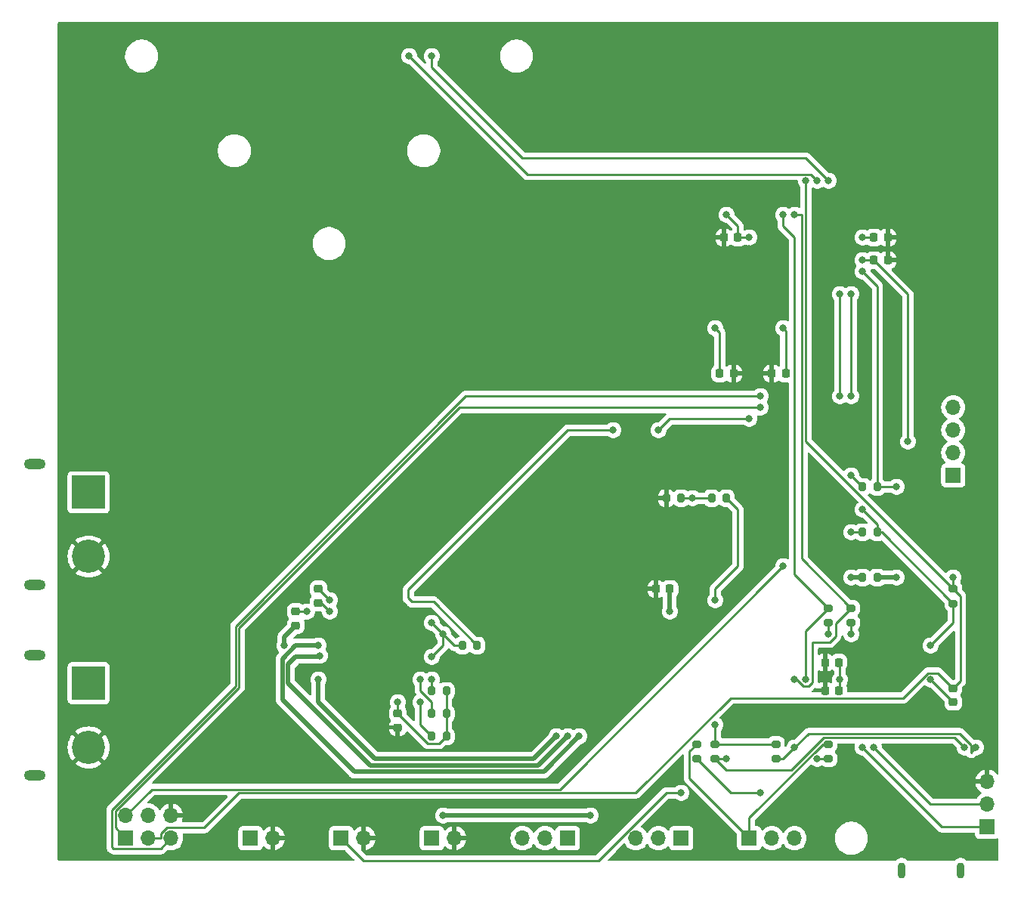
<source format=gbr>
%TF.GenerationSoftware,KiCad,Pcbnew,8.0.4*%
%TF.CreationDate,2024-08-11T19:16:42-04:00*%
%TF.ProjectId,foc_pcb,666f635f-7063-4622-9e6b-696361645f70,rev?*%
%TF.SameCoordinates,Original*%
%TF.FileFunction,Copper,L2,Bot*%
%TF.FilePolarity,Positive*%
%FSLAX46Y46*%
G04 Gerber Fmt 4.6, Leading zero omitted, Abs format (unit mm)*
G04 Created by KiCad (PCBNEW 8.0.4) date 2024-08-11 19:16:42*
%MOMM*%
%LPD*%
G01*
G04 APERTURE LIST*
G04 Aperture macros list*
%AMRoundRect*
0 Rectangle with rounded corners*
0 $1 Rounding radius*
0 $2 $3 $4 $5 $6 $7 $8 $9 X,Y pos of 4 corners*
0 Add a 4 corners polygon primitive as box body*
4,1,4,$2,$3,$4,$5,$6,$7,$8,$9,$2,$3,0*
0 Add four circle primitives for the rounded corners*
1,1,$1+$1,$2,$3*
1,1,$1+$1,$4,$5*
1,1,$1+$1,$6,$7*
1,1,$1+$1,$8,$9*
0 Add four rect primitives between the rounded corners*
20,1,$1+$1,$2,$3,$4,$5,0*
20,1,$1+$1,$4,$5,$6,$7,0*
20,1,$1+$1,$6,$7,$8,$9,0*
20,1,$1+$1,$8,$9,$2,$3,0*%
G04 Aperture macros list end*
%TA.AperFunction,ComponentPad*%
%ADD10R,1.700000X1.700000*%
%TD*%
%TA.AperFunction,ComponentPad*%
%ADD11O,1.700000X1.700000*%
%TD*%
%TA.AperFunction,ComponentPad*%
%ADD12O,0.900000X1.800000*%
%TD*%
%TA.AperFunction,ComponentPad*%
%ADD13R,3.716000X3.716000*%
%TD*%
%TA.AperFunction,ComponentPad*%
%ADD14C,3.716000*%
%TD*%
%TA.AperFunction,ComponentPad*%
%ADD15O,2.400000X1.200000*%
%TD*%
%TA.AperFunction,SMDPad,CuDef*%
%ADD16RoundRect,0.200000X0.200000X0.275000X-0.200000X0.275000X-0.200000X-0.275000X0.200000X-0.275000X0*%
%TD*%
%TA.AperFunction,SMDPad,CuDef*%
%ADD17RoundRect,0.200000X-0.200000X-0.275000X0.200000X-0.275000X0.200000X0.275000X-0.200000X0.275000X0*%
%TD*%
%TA.AperFunction,SMDPad,CuDef*%
%ADD18RoundRect,0.200000X-0.275000X0.200000X-0.275000X-0.200000X0.275000X-0.200000X0.275000X0.200000X0*%
%TD*%
%TA.AperFunction,SMDPad,CuDef*%
%ADD19RoundRect,0.225000X0.225000X0.250000X-0.225000X0.250000X-0.225000X-0.250000X0.225000X-0.250000X0*%
%TD*%
%TA.AperFunction,SMDPad,CuDef*%
%ADD20RoundRect,0.225000X-0.225000X-0.250000X0.225000X-0.250000X0.225000X0.250000X-0.225000X0.250000X0*%
%TD*%
%TA.AperFunction,SMDPad,CuDef*%
%ADD21RoundRect,0.225000X0.250000X-0.225000X0.250000X0.225000X-0.250000X0.225000X-0.250000X-0.225000X0*%
%TD*%
%TA.AperFunction,SMDPad,CuDef*%
%ADD22RoundRect,0.225000X-0.250000X0.225000X-0.250000X-0.225000X0.250000X-0.225000X0.250000X0.225000X0*%
%TD*%
%TA.AperFunction,SMDPad,CuDef*%
%ADD23RoundRect,0.200000X0.275000X-0.200000X0.275000X0.200000X-0.275000X0.200000X-0.275000X-0.200000X0*%
%TD*%
%TA.AperFunction,ViaPad*%
%ADD24C,0.800000*%
%TD*%
%TA.AperFunction,ViaPad*%
%ADD25C,0.600000*%
%TD*%
%TA.AperFunction,Conductor*%
%ADD26C,0.250000*%
%TD*%
%TA.AperFunction,Conductor*%
%ADD27C,0.525000*%
%TD*%
G04 APERTURE END LIST*
D10*
%TO.P,J1,1,Pin_1*%
%TO.N,/uRX*%
X368300000Y-295910000D03*
D11*
%TO.P,J1,2,Pin_2*%
%TO.N,/uTX*%
X368300000Y-293370000D03*
%TO.P,J1,3,Pin_3*%
%TO.N,GND*%
X368300000Y-290830000D03*
%TD*%
D12*
%TO.P,J12,S5,SHIELD__4*%
%TO.N,unconnected-(J12-SHIELD__4-PadS5)*%
X358720000Y-300800000D03*
%TO.P,J12,S6,SHIELD__5*%
%TO.N,unconnected-(J12-SHIELD__5-PadS6)*%
X365320000Y-300800000D03*
%TD*%
D10*
%TO.P,J3,1,Pin_1*%
%TO.N,/out1*%
X334010000Y-297180000D03*
D11*
%TO.P,J3,2,Pin_2*%
%TO.N,/out2*%
X331470000Y-297180000D03*
%TO.P,J3,3,Pin_3*%
%TO.N,/out3*%
X328930000Y-297180000D03*
%TD*%
D10*
%TO.P,J4,1,Pin_1*%
%TO.N,/aRX1*%
X364490000Y-256530000D03*
D11*
%TO.P,J4,2,Pin_2*%
%TO.N,/aTX1*%
X364490000Y-253990000D03*
%TO.P,J4,3,Pin_3*%
%TO.N,/aRX2*%
X364490000Y-251450000D03*
%TO.P,J4,4,Pin_4*%
%TO.N,/aTX2*%
X364490000Y-248910000D03*
%TD*%
D13*
%TO.P,J5,1,+*%
%TO.N,VCC*%
X267620000Y-279820000D03*
D14*
%TO.P,J5,2,-*%
%TO.N,GND*%
X267620000Y-287020000D03*
D15*
%TO.P,J5,S1*%
%TO.N,N/C*%
X261620000Y-276670000D03*
%TO.P,J5,S2*%
X261620000Y-290170000D03*
%TD*%
D10*
%TO.P,J9,1,Pin_1*%
%TO.N,+3.3V*%
X306070000Y-297180000D03*
D11*
%TO.P,J9,2,Pin_2*%
%TO.N,GND*%
X308610000Y-297180000D03*
%TD*%
D10*
%TO.P,J10,1,Pin_1*%
%TO.N,/miso*%
X271780000Y-297180000D03*
D11*
%TO.P,J10,2,Pin_2*%
%TO.N,/sck*%
X271780000Y-294640000D03*
%TO.P,J10,3,Pin_3*%
%TO.N,/rst*%
X274320000Y-297180000D03*
%TO.P,J10,4,Pin_4*%
%TO.N,+5V*%
X274320000Y-294640000D03*
%TO.P,J10,5,Pin_5*%
%TO.N,/mosi*%
X276860000Y-297180000D03*
%TO.P,J10,6,Pin_6*%
%TO.N,GND*%
X276860000Y-294640000D03*
%TD*%
D10*
%TO.P,J11,1,Pin_1*%
%TO.N,/3vin*%
X341630000Y-297180000D03*
D11*
%TO.P,J11,2,Pin_2*%
%TO.N,/lvRX*%
X344170000Y-297180000D03*
%TO.P,J11,3,Pin_3*%
%TO.N,/lvTX*%
X346710000Y-297180000D03*
%TD*%
D13*
%TO.P,J6,1,+*%
%TO.N,VCC*%
X267620000Y-258420000D03*
D14*
%TO.P,J6,2,-*%
%TO.N,GND*%
X267620000Y-265620000D03*
D15*
%TO.P,J6,S1*%
%TO.N,N/C*%
X261620000Y-255270000D03*
%TO.P,J6,S2*%
X261620000Y-268770000D03*
%TD*%
D10*
%TO.P,J8,1,Pin_1*%
%TO.N,+5V*%
X295910000Y-297180000D03*
D11*
%TO.P,J8,2,Pin_2*%
%TO.N,GND*%
X298450000Y-297180000D03*
%TD*%
D10*
%TO.P,J2,1,Pin_1*%
%TO.N,/fault*%
X321295000Y-297180000D03*
D11*
%TO.P,J2,2,Pin_2*%
%TO.N,/nSlp*%
X318755000Y-297180000D03*
%TO.P,J2,3,Pin_3*%
%TO.N,/nRes*%
X316215000Y-297180000D03*
%TD*%
D10*
%TO.P,J7,1,Pin_1*%
%TO.N,+5V*%
X285750000Y-297180000D03*
D11*
%TO.P,J7,2,Pin_2*%
%TO.N,GND*%
X288290000Y-297180000D03*
%TD*%
D16*
%TO.P,R13,1*%
%TO.N,+5V*%
X339090000Y-259080000D03*
%TO.P,R13,2*%
%TO.N,Net-(VR1-ADJUSTMENT)*%
X337440000Y-259080000D03*
%TD*%
D17*
%TO.P,R2,1*%
%TO.N,/nSlp*%
X306070000Y-283210000D03*
%TO.P,R2,2*%
%TO.N,+3.3V*%
X307720000Y-283210000D03*
%TD*%
D18*
%TO.P,R5,1*%
%TO.N,/rst*%
X364490000Y-269240000D03*
%TO.P,R5,2*%
%TO.N,+5V*%
X364490000Y-270890000D03*
%TD*%
D19*
%TO.P,C4,1*%
%TO.N,VCC*%
X332740000Y-269240000D03*
%TO.P,C4,2*%
%TO.N,GND*%
X331190000Y-269240000D03*
%TD*%
D16*
%TO.P,R12,1*%
%TO.N,Net-(U2-PD7)*%
X311150000Y-275590000D03*
%TO.P,R12,2*%
%TO.N,/en*%
X309500000Y-275590000D03*
%TD*%
D18*
%TO.P,R7,1*%
%TO.N,/uTX*%
X350520000Y-271400000D03*
%TO.P,R7,2*%
%TO.N,Net-(U5-RXD)*%
X350520000Y-273050000D03*
%TD*%
%TO.P,R18,1*%
%TO.N,+5V*%
X344615000Y-286640000D03*
%TO.P,R18,2*%
%TO.N,/aTX1*%
X344615000Y-288290000D03*
%TD*%
D16*
%TO.P,R14,1*%
%TO.N,Net-(VR1-ADJUSTMENT)*%
X334010000Y-259080000D03*
%TO.P,R14,2*%
%TO.N,GND*%
X332360000Y-259080000D03*
%TD*%
D20*
%TO.P,C7,1*%
%TO.N,GND*%
X338810000Y-229870000D03*
%TO.P,C7,2*%
%TO.N,+5V*%
X340360000Y-229870000D03*
%TD*%
D19*
%TO.P,C17,1*%
%TO.N,/x2*%
X345720000Y-245110000D03*
%TO.P,C17,2*%
%TO.N,GND*%
X344170000Y-245110000D03*
%TD*%
%TO.P,C8,1*%
%TO.N,GND*%
X357150000Y-232410000D03*
%TO.P,C8,2*%
%TO.N,+5V*%
X355600000Y-232410000D03*
%TD*%
D21*
%TO.P,C1,1*%
%TO.N,GND*%
X302260000Y-284760000D03*
%TO.P,C1,2*%
%TO.N,+3.3V*%
X302260000Y-283210000D03*
%TD*%
D22*
%TO.P,C3,1*%
%TO.N,Net-(U1-VCP)*%
X290830000Y-271780000D03*
%TO.P,C3,2*%
%TO.N,VCC*%
X290830000Y-273330000D03*
%TD*%
D17*
%TO.P,R1,1*%
%TO.N,/fault*%
X306070000Y-280670000D03*
%TO.P,R1,2*%
%TO.N,+3.3V*%
X307720000Y-280670000D03*
%TD*%
D18*
%TO.P,R17,1*%
%TO.N,/3vin*%
X350520000Y-286640000D03*
%TO.P,R17,2*%
%TO.N,/lvTX*%
X350520000Y-288290000D03*
%TD*%
D19*
%TO.P,C16,1*%
%TO.N,GND*%
X339865000Y-245110000D03*
%TO.P,C16,2*%
%TO.N,/x1*%
X338315000Y-245110000D03*
%TD*%
D16*
%TO.P,R10,1*%
%TO.N,+5V*%
X355980000Y-262890000D03*
%TO.P,R10,2*%
%TO.N,Net-(D5-A)*%
X354330000Y-262890000D03*
%TD*%
D20*
%TO.P,C6,1*%
%TO.N,/aref*%
X355600000Y-229870000D03*
%TO.P,C6,2*%
%TO.N,GND*%
X357150000Y-229870000D03*
%TD*%
%TO.P,C12,1*%
%TO.N,GND*%
X350110000Y-280670000D03*
%TO.P,C12,2*%
%TO.N,Net-(U5-V3)*%
X351660000Y-280670000D03*
%TD*%
D18*
%TO.P,R16,1*%
%TO.N,+5V*%
X337820000Y-286640000D03*
%TO.P,R16,2*%
%TO.N,/aRX1*%
X337820000Y-288290000D03*
%TD*%
D19*
%TO.P,C10,1*%
%TO.N,Net-(U5-V3)*%
X351660000Y-277495000D03*
%TO.P,C10,2*%
%TO.N,GND*%
X350110000Y-277495000D03*
%TD*%
D18*
%TO.P,R15,1*%
%TO.N,/3vin*%
X335725000Y-286640000D03*
%TO.P,R15,2*%
%TO.N,/lvRX*%
X335725000Y-288290000D03*
%TD*%
D22*
%TO.P,C2,1*%
%TO.N,Net-(U1-CPL)*%
X293370000Y-269240000D03*
%TO.P,C2,2*%
%TO.N,Net-(U1-CPH)*%
X293370000Y-270790000D03*
%TD*%
D17*
%TO.P,R3,1*%
%TO.N,/nRes*%
X306070000Y-285750000D03*
%TO.P,R3,2*%
%TO.N,+3.3V*%
X307720000Y-285750000D03*
%TD*%
D16*
%TO.P,R4,1*%
%TO.N,VCC*%
X355980000Y-267970000D03*
%TO.P,R4,2*%
%TO.N,Net-(D1-A)*%
X354330000Y-267970000D03*
%TD*%
D17*
%TO.P,R8,1*%
%TO.N,Net-(D3-A)*%
X354330000Y-257810000D03*
%TO.P,R8,2*%
%TO.N,/sck*%
X355980000Y-257810000D03*
%TD*%
D22*
%TO.P,C9,1*%
%TO.N,/rst*%
X364490000Y-280390000D03*
%TO.P,C9,2*%
%TO.N,Net-(U5-~{DTR})*%
X364490000Y-281940000D03*
%TD*%
D23*
%TO.P,R6,1*%
%TO.N,Net-(U5-TXD)*%
X353060000Y-273050000D03*
%TO.P,R6,2*%
%TO.N,/uRX*%
X353060000Y-271400000D03*
%TD*%
D24*
%TO.N,/uTX*%
X347980000Y-279400000D03*
%TO.N,/uRX*%
X346710000Y-279400000D03*
%TO.N,/uTX*%
X355600000Y-287020000D03*
%TO.N,/uRX*%
X354330000Y-287020000D03*
D25*
%TO.N,GND*%
X300390000Y-276860000D03*
X299050000Y-278130000D03*
D24*
X349250000Y-264160000D03*
X299720000Y-207010000D03*
X354330000Y-228600000D03*
X364490000Y-260350000D03*
D25*
X300390000Y-278130000D03*
D24*
X341630000Y-231140000D03*
X279400000Y-289560000D03*
D25*
X300390000Y-274320000D03*
D24*
X279400000Y-292740000D03*
D25*
X299050000Y-276860000D03*
D24*
X294640000Y-289560000D03*
D25*
X299050000Y-275590000D03*
D24*
X289560000Y-212090000D03*
X365760000Y-292100000D03*
X349250000Y-261620000D03*
D25*
X299050000Y-274320000D03*
X300390000Y-275590000D03*
D24*
X345440000Y-264160000D03*
X355600000Y-273050000D03*
%TO.N,+3.3V*%
X302260000Y-281940000D03*
%TO.N,Net-(U1-CPL)*%
X294640000Y-270510000D03*
%TO.N,Net-(U1-CPH)*%
X294640000Y-271780000D03*
%TO.N,VCC*%
X307340000Y-294640000D03*
X323850000Y-294640000D03*
X358140000Y-267970000D03*
X289560000Y-275590000D03*
X332740000Y-271780000D03*
%TO.N,Net-(U1-VCP)*%
X292100000Y-271780000D03*
%TO.N,+5V*%
X337820000Y-284480000D03*
X354330000Y-260350000D03*
X361950000Y-275590000D03*
X337820000Y-270510000D03*
X359410000Y-252730000D03*
X334010000Y-292100000D03*
X341630000Y-229870000D03*
X354330000Y-232410000D03*
X339090000Y-227330000D03*
%TO.N,/aref*%
X354330000Y-229870000D03*
%TO.N,/rst*%
X347980000Y-223520000D03*
X364490000Y-267970000D03*
%TO.N,Net-(U5-~{DTR})*%
X361950000Y-279400000D03*
%TO.N,Net-(U5-V3)*%
X351790000Y-279400000D03*
%TO.N,Net-(D1-A)*%
X353060000Y-267970000D03*
%TO.N,Net-(D3-A)*%
X353060000Y-256540000D03*
%TO.N,Net-(D5-A)*%
X353060000Y-262890000D03*
%TO.N,/escl*%
X349250000Y-223520000D03*
X303530000Y-209550000D03*
%TO.N,/esda*%
X306070000Y-209550000D03*
X350520000Y-223520000D03*
%TO.N,/nSlp*%
X304800000Y-279400000D03*
%TO.N,/fault*%
X306070000Y-279400000D03*
%TO.N,/nRes*%
X304800000Y-281940000D03*
%TO.N,/out2*%
X321310000Y-285750000D03*
X293505000Y-276725000D03*
%TO.N,/out3*%
X293370000Y-279400000D03*
X320040000Y-285750000D03*
%TO.N,/out1*%
X293370000Y-275590000D03*
X322580000Y-285750000D03*
%TO.N,/aTX1*%
X346710000Y-287020000D03*
X367030000Y-287020000D03*
%TO.N,/aRX1*%
X339090000Y-288290000D03*
X365760000Y-287020000D03*
%TO.N,/uRX*%
X346710000Y-227330000D03*
%TO.N,Net-(U5-TXD)*%
X353060000Y-274320000D03*
%TO.N,/uTX*%
X345440000Y-227330000D03*
%TO.N,Net-(U5-RXD)*%
X350520000Y-274320000D03*
%TO.N,/sck*%
X345440000Y-266700000D03*
X354330000Y-233680000D03*
X358140000Y-257810000D03*
%TO.N,Net-(U2-PD7)*%
X326390000Y-251460000D03*
X341630000Y-250190000D03*
X331470000Y-251460000D03*
%TO.N,/en*%
X307340000Y-274320000D03*
X306070000Y-273050000D03*
X306070000Y-276860000D03*
%TO.N,/x2*%
X345440000Y-240030000D03*
%TO.N,/x1*%
X337820000Y-240030000D03*
%TO.N,Net-(VR1-ADJUSTMENT)*%
X335280000Y-259080000D03*
%TO.N,/miso*%
X353060000Y-236220000D03*
X353060000Y-247650000D03*
X342900000Y-248920000D03*
%TO.N,/mosi*%
X351790000Y-236220000D03*
X351790000Y-247650000D03*
X342900000Y-247650000D03*
%TO.N,/lvTX*%
X349250000Y-288290000D03*
%TO.N,/lvRX*%
X342900000Y-292100000D03*
%TD*%
D26*
%TO.N,/uRX*%
X351320000Y-273140000D02*
X353060000Y-271400000D01*
X348705000Y-275210000D02*
X350655305Y-275210000D01*
X351320000Y-274545305D02*
X351320000Y-273140000D01*
X348705000Y-279700305D02*
X348705000Y-275210000D01*
X350655305Y-275210000D02*
X351320000Y-274545305D01*
X348280305Y-280125000D02*
X348705000Y-279700305D01*
X346710000Y-279155305D02*
X347679695Y-280125000D01*
X347679695Y-280125000D02*
X348280305Y-280125000D01*
X346710000Y-279400000D02*
X346710000Y-279155305D01*
%TO.N,/uTX*%
X347980000Y-273940000D02*
X350520000Y-271400000D01*
X347980000Y-279400000D02*
X347980000Y-273940000D01*
%TO.N,/uRX*%
X363220000Y-295910000D02*
X354330000Y-287020000D01*
X368300000Y-295910000D02*
X363220000Y-295910000D01*
%TO.N,/uTX*%
X361950000Y-293370000D02*
X355600000Y-287020000D01*
X368300000Y-293370000D02*
X361950000Y-293370000D01*
%TO.N,/escl*%
X348525000Y-222795000D02*
X349250000Y-223520000D01*
X303530000Y-209550000D02*
X316775000Y-222795000D01*
X316775000Y-222795000D02*
X348525000Y-222795000D01*
%TO.N,/mosi*%
X270228000Y-293997140D02*
X270228000Y-298168000D01*
X284103000Y-280122140D02*
X270228000Y-293997140D01*
X270415000Y-298355000D02*
X275685000Y-298355000D01*
X275685000Y-298355000D02*
X276860000Y-297180000D01*
X284103000Y-273427000D02*
X284103000Y-280122140D01*
X309880000Y-247650000D02*
X284103000Y-273427000D01*
X342900000Y-247650000D02*
X309880000Y-247650000D01*
X270228000Y-298168000D02*
X270415000Y-298355000D01*
%TO.N,/miso*%
X270605000Y-296005000D02*
X271780000Y-297180000D01*
X270605000Y-294153299D02*
X270605000Y-296005000D01*
X284480000Y-280278299D02*
X270605000Y-294153299D01*
X284480000Y-273583158D02*
X284480000Y-280278299D01*
X309143158Y-248920000D02*
X284480000Y-273583158D01*
X342900000Y-248920000D02*
X309143158Y-248920000D01*
%TO.N,+3.3V*%
X305600000Y-286550000D02*
X302260000Y-283210000D01*
X302260000Y-283210000D02*
X302260000Y-281940000D01*
X307720000Y-283210000D02*
X307720000Y-285750000D01*
X307720000Y-280670000D02*
X307720000Y-283210000D01*
X307720000Y-285750000D02*
X306920000Y-286550000D01*
X306920000Y-286550000D02*
X305600000Y-286550000D01*
%TO.N,Net-(U1-CPL)*%
X293370000Y-269240000D02*
X294640000Y-270510000D01*
%TO.N,Net-(U1-CPH)*%
X293370000Y-270790000D02*
X293650000Y-270790000D01*
X293650000Y-270790000D02*
X294640000Y-271780000D01*
D27*
%TO.N,VCC*%
X289560000Y-274600000D02*
X290830000Y-273330000D01*
X289560000Y-275590000D02*
X289560000Y-274600000D01*
X307340000Y-294640000D02*
X323850000Y-294640000D01*
X358140000Y-267970000D02*
X355980000Y-267970000D01*
X332740000Y-269240000D02*
X332740000Y-271780000D01*
D26*
%TO.N,Net-(U1-VCP)*%
X290830000Y-271780000D02*
X292100000Y-271780000D01*
%TO.N,+5V*%
X337820000Y-286640000D02*
X344615000Y-286640000D01*
X340360000Y-229870000D02*
X341630000Y-229870000D01*
X355980000Y-262000000D02*
X354330000Y-260350000D01*
X340360000Y-260350000D02*
X340360000Y-266700000D01*
X339090000Y-259080000D02*
X340360000Y-260350000D01*
X332348299Y-292100000D02*
X334010000Y-292100000D01*
X355980000Y-262890000D02*
X355980000Y-262000000D01*
X295910000Y-297180000D02*
X298450000Y-299720000D01*
X355600000Y-232410000D02*
X354330000Y-232410000D01*
X337820000Y-269240000D02*
X337820000Y-270510000D01*
X340360000Y-229870000D02*
X340360000Y-228600000D01*
X364490000Y-270890000D02*
X364490000Y-273050000D01*
X337820000Y-286640000D02*
X337820000Y-284480000D01*
X356490000Y-262890000D02*
X364490000Y-270890000D01*
X340360000Y-266700000D02*
X337820000Y-269240000D01*
X298450000Y-299720000D02*
X324728299Y-299720000D01*
X364490000Y-273050000D02*
X361950000Y-275590000D01*
X340360000Y-228600000D02*
X339090000Y-227330000D01*
X355980000Y-262890000D02*
X356490000Y-262890000D01*
X359410000Y-252730000D02*
X359410000Y-236220000D01*
X324728299Y-299720000D02*
X332348299Y-292100000D01*
X359410000Y-236220000D02*
X355600000Y-232410000D01*
%TO.N,/aref*%
X355600000Y-229870000D02*
X354330000Y-229870000D01*
%TO.N,/rst*%
X280575000Y-296005000D02*
X284480000Y-292100000D01*
X364490000Y-269240000D02*
X365290000Y-270040000D01*
X358854695Y-281470000D02*
X361649695Y-278675000D01*
X339560000Y-281470000D02*
X358854695Y-281470000D01*
X364490000Y-269240000D02*
X364490000Y-267970000D01*
X276373299Y-296005000D02*
X280575000Y-296005000D01*
X347980000Y-252730000D02*
X364490000Y-269240000D01*
X275685000Y-296693299D02*
X276373299Y-296005000D01*
X347980000Y-223520000D02*
X347980000Y-252730000D01*
X328930000Y-292100000D02*
X339560000Y-281470000D01*
X365290000Y-270040000D02*
X365290000Y-279590000D01*
X365290000Y-279590000D02*
X364490000Y-280390000D01*
X274320000Y-297180000D02*
X275685000Y-297180000D01*
X361649695Y-278675000D02*
X362775000Y-278675000D01*
X284480000Y-292100000D02*
X328930000Y-292100000D01*
X275685000Y-297180000D02*
X275685000Y-296693299D01*
X362775000Y-278675000D02*
X364490000Y-280390000D01*
%TO.N,Net-(U5-~{DTR})*%
X364490000Y-281940000D02*
X361950000Y-279400000D01*
%TO.N,Net-(U5-V3)*%
X351790000Y-279400000D02*
X351790000Y-280540000D01*
X351790000Y-280540000D02*
X351660000Y-280670000D01*
X351790000Y-279400000D02*
X351790000Y-277625000D01*
X351790000Y-277625000D02*
X351660000Y-277495000D01*
D27*
%TO.N,Net-(D1-A)*%
X354330000Y-267970000D02*
X353060000Y-267970000D01*
D26*
%TO.N,Net-(D3-A)*%
X354330000Y-257810000D02*
X353060000Y-256540000D01*
%TO.N,Net-(D5-A)*%
X354330000Y-262890000D02*
X353060000Y-262890000D01*
%TO.N,/nSlp*%
X304800000Y-280623004D02*
X306070000Y-281893004D01*
X304800000Y-279400000D02*
X304800000Y-280623004D01*
X306070000Y-281893004D02*
X306070000Y-283210000D01*
%TO.N,/fault*%
X306070000Y-280670000D02*
X306070000Y-279400000D01*
%TO.N,/nRes*%
X304800000Y-284480000D02*
X306070000Y-285750000D01*
X304800000Y-281940000D02*
X304800000Y-284480000D01*
D27*
%TO.N,/out2*%
X318003552Y-289056448D02*
X321310000Y-285750000D01*
X299216448Y-289056448D02*
X318003552Y-289056448D01*
X289967500Y-279807500D02*
X299216448Y-289056448D01*
X293370000Y-276860000D02*
X290830000Y-276860000D01*
X290830000Y-276860000D02*
X289967500Y-277722500D01*
X289967500Y-277722500D02*
X289967500Y-279807500D01*
%TO.N,/out3*%
X299720000Y-288290000D02*
X317500000Y-288290000D01*
X317500000Y-288290000D02*
X320040000Y-285750000D01*
X293370000Y-281940000D02*
X299720000Y-288290000D01*
X293370000Y-279400000D02*
X293370000Y-281940000D01*
%TO.N,/out1*%
X290830000Y-275590000D02*
X289315500Y-277104500D01*
X289315500Y-281645260D02*
X297378688Y-289708448D01*
X318621552Y-289708448D02*
X322580000Y-285750000D01*
X293370000Y-275590000D02*
X290830000Y-275590000D01*
X289315500Y-277104500D02*
X289315500Y-281645260D01*
X297378688Y-289708448D02*
X318621552Y-289708448D01*
D26*
%TO.N,/aTX1*%
X345440000Y-288290000D02*
X346710000Y-287020000D01*
X367030000Y-287020000D02*
X366485000Y-287565000D01*
X344615000Y-288290000D02*
X345440000Y-288290000D01*
X366485000Y-286719695D02*
X365230305Y-285465000D01*
X365230305Y-285465000D02*
X348265000Y-285465000D01*
X348265000Y-285465000D02*
X346710000Y-287020000D01*
X366485000Y-287565000D02*
X366485000Y-286719695D01*
%TO.N,/aRX1*%
X364655000Y-285915000D02*
X349963299Y-285915000D01*
X346318299Y-289560000D02*
X339090000Y-289560000D01*
X349963299Y-285915000D02*
X346318299Y-289560000D01*
X365760000Y-287020000D02*
X364655000Y-285915000D01*
X337820000Y-288290000D02*
X339090000Y-288290000D01*
X339090000Y-289560000D02*
X337820000Y-288290000D01*
%TO.N,/uRX*%
X347530000Y-227330000D02*
X346710000Y-227330000D01*
X353060000Y-271400000D02*
X347530000Y-265870000D01*
X347530000Y-265870000D02*
X347530000Y-227330000D01*
%TO.N,Net-(U5-TXD)*%
X353060000Y-273050000D02*
X353060000Y-274320000D01*
%TO.N,/uTX*%
X346710000Y-267590000D02*
X350520000Y-271400000D01*
X345440000Y-228600000D02*
X346710000Y-229870000D01*
X346710000Y-229870000D02*
X346710000Y-267590000D01*
X345440000Y-227330000D02*
X345440000Y-228600000D01*
%TO.N,Net-(U5-RXD)*%
X350520000Y-273050000D02*
X350520000Y-274320000D01*
%TO.N,/sck*%
X320417000Y-291723000D02*
X274697000Y-291723000D01*
X355980000Y-235330000D02*
X354330000Y-233680000D01*
X274697000Y-291723000D02*
X271780000Y-294640000D01*
X345440000Y-266700000D02*
X320417000Y-291723000D01*
X355980000Y-257810000D02*
X358140000Y-257810000D01*
X355980000Y-257810000D02*
X355980000Y-235330000D01*
%TO.N,Net-(U2-PD7)*%
X311150000Y-275590000D02*
X306261528Y-270701528D01*
X341630000Y-250190000D02*
X332740000Y-250190000D01*
X303425021Y-270276833D02*
X303425021Y-269344979D01*
X326390000Y-251460000D02*
X321310000Y-251460000D01*
X332740000Y-250190000D02*
X331470000Y-251460000D01*
X303425021Y-269344979D02*
X321310000Y-251460000D01*
X306261528Y-270701528D02*
X303849716Y-270701528D01*
X303849716Y-270701528D02*
X303425021Y-270276833D01*
%TO.N,/en*%
X307340000Y-274320000D02*
X307340000Y-275590000D01*
X308610000Y-275590000D02*
X307340000Y-274320000D01*
X307340000Y-274320000D02*
X306070000Y-273050000D01*
X307340000Y-275590000D02*
X306070000Y-276860000D01*
X309500000Y-275590000D02*
X308610000Y-275590000D01*
%TO.N,/x2*%
X345720000Y-240310000D02*
X345440000Y-240030000D01*
X345720000Y-245110000D02*
X345720000Y-240310000D01*
%TO.N,/x1*%
X338315000Y-245110000D02*
X338315000Y-240525000D01*
X338315000Y-240525000D02*
X337820000Y-240030000D01*
%TO.N,Net-(VR1-ADJUSTMENT)*%
X334010000Y-259080000D02*
X335280000Y-259080000D01*
X337440000Y-259080000D02*
X335280000Y-259080000D01*
%TO.N,/miso*%
X353060000Y-236220000D02*
X353060000Y-247650000D01*
%TO.N,/mosi*%
X351790000Y-236220000D02*
X351790000Y-247650000D01*
%TO.N,/lvTX*%
X350520000Y-288290000D02*
X349250000Y-288290000D01*
%TO.N,/3vin*%
X349874695Y-286640000D02*
X350520000Y-286640000D01*
X341630000Y-294884695D02*
X349874695Y-286640000D01*
X341630000Y-297180000D02*
X334925000Y-290475000D01*
X334925000Y-287440000D02*
X335725000Y-286640000D01*
X334925000Y-290475000D02*
X334925000Y-287440000D01*
X341630000Y-297180000D02*
X341630000Y-294884695D01*
%TO.N,/lvRX*%
X335725000Y-288290000D02*
X339535000Y-292100000D01*
X339535000Y-292100000D02*
X342900000Y-292100000D01*
%TO.N,/esda*%
X306070000Y-209550000D02*
X306070000Y-210820000D01*
X306070000Y-210820000D02*
X316230000Y-220980000D01*
X316230000Y-220980000D02*
X347980000Y-220980000D01*
X347980000Y-220980000D02*
X350520000Y-223520000D01*
%TD*%
%TA.AperFunction,Conductor*%
%TO.N,GND*%
G36*
X369513039Y-205759685D02*
G01*
X369558794Y-205812489D01*
X369570000Y-205864000D01*
X369570000Y-289896817D01*
X369550315Y-289963856D01*
X369497511Y-290009611D01*
X369428353Y-290019555D01*
X369364797Y-289990530D01*
X369344426Y-289967941D01*
X369338115Y-289958929D01*
X369338108Y-289958920D01*
X369171082Y-289791894D01*
X368977578Y-289656399D01*
X368763492Y-289556570D01*
X368763486Y-289556567D01*
X368550000Y-289499364D01*
X368550000Y-290396988D01*
X368492993Y-290364075D01*
X368365826Y-290330000D01*
X368234174Y-290330000D01*
X368107007Y-290364075D01*
X368050000Y-290396988D01*
X368050000Y-289499364D01*
X368049999Y-289499364D01*
X367836513Y-289556567D01*
X367836507Y-289556570D01*
X367622422Y-289656399D01*
X367622420Y-289656400D01*
X367428926Y-289791886D01*
X367428920Y-289791891D01*
X367261891Y-289958920D01*
X367261886Y-289958926D01*
X367126400Y-290152420D01*
X367126399Y-290152422D01*
X367026570Y-290366507D01*
X367026567Y-290366513D01*
X366969364Y-290579999D01*
X366969364Y-290580000D01*
X367866988Y-290580000D01*
X367834075Y-290637007D01*
X367800000Y-290764174D01*
X367800000Y-290895826D01*
X367834075Y-291022993D01*
X367866988Y-291080000D01*
X366969364Y-291080000D01*
X367026567Y-291293486D01*
X367026570Y-291293492D01*
X367126399Y-291507578D01*
X367261894Y-291701082D01*
X367428917Y-291868105D01*
X367614595Y-291998119D01*
X367658219Y-292052696D01*
X367665412Y-292122195D01*
X367633890Y-292184549D01*
X367614595Y-292201269D01*
X367428594Y-292331508D01*
X367261505Y-292498597D01*
X367126348Y-292691623D01*
X367071771Y-292735248D01*
X367024773Y-292744500D01*
X362260452Y-292744500D01*
X362193413Y-292724815D01*
X362172771Y-292708181D01*
X356538960Y-287074370D01*
X356505475Y-287013047D01*
X356503323Y-286999671D01*
X356485674Y-286831744D01*
X356443782Y-286702817D01*
X356441788Y-286632977D01*
X356477868Y-286573144D01*
X356540569Y-286542316D01*
X356561714Y-286540500D01*
X364344548Y-286540500D01*
X364411587Y-286560185D01*
X364432229Y-286576819D01*
X364821038Y-286965628D01*
X364854523Y-287026951D01*
X364856678Y-287040347D01*
X364859485Y-287067049D01*
X364874326Y-287208256D01*
X364874327Y-287208259D01*
X364932818Y-287388277D01*
X364932821Y-287388284D01*
X365027467Y-287552216D01*
X365119844Y-287654811D01*
X365154129Y-287692888D01*
X365307265Y-287804148D01*
X365307270Y-287804151D01*
X365480192Y-287881142D01*
X365480197Y-287881144D01*
X365665354Y-287920500D01*
X365665355Y-287920500D01*
X365854646Y-287920500D01*
X365873684Y-287916453D01*
X365943349Y-287921766D01*
X365995319Y-287959075D01*
X365999145Y-287963737D01*
X366086264Y-288050856D01*
X366086267Y-288050858D01*
X366137490Y-288085084D01*
X366188714Y-288119312D01*
X366269207Y-288152652D01*
X366302548Y-288166463D01*
X366362971Y-288178481D01*
X366423393Y-288190500D01*
X366546607Y-288190500D01*
X366607029Y-288178481D01*
X366667452Y-288166463D01*
X366667455Y-288166461D01*
X366667458Y-288166461D01*
X366700787Y-288152654D01*
X366700786Y-288152654D01*
X366700792Y-288152652D01*
X366781286Y-288119312D01*
X366832509Y-288085084D01*
X366832511Y-288085083D01*
X366866837Y-288062147D01*
X366883733Y-288050858D01*
X366970858Y-287963733D01*
X366970858Y-287963731D01*
X366977771Y-287956819D01*
X367039094Y-287923334D01*
X367065453Y-287920500D01*
X367124644Y-287920500D01*
X367124646Y-287920500D01*
X367309803Y-287881144D01*
X367482730Y-287804151D01*
X367635871Y-287692888D01*
X367762533Y-287552216D01*
X367857179Y-287388284D01*
X367915674Y-287208256D01*
X367935460Y-287020000D01*
X367915674Y-286831744D01*
X367857179Y-286651716D01*
X367762533Y-286487784D01*
X367635871Y-286347112D01*
X367635870Y-286347111D01*
X367482734Y-286235851D01*
X367482729Y-286235848D01*
X367309807Y-286158857D01*
X367309802Y-286158855D01*
X367159079Y-286126819D01*
X367124646Y-286119500D01*
X366935354Y-286119500D01*
X366935350Y-286119500D01*
X366864342Y-286134593D01*
X366794674Y-286129277D01*
X366750880Y-286100984D01*
X365723233Y-285073338D01*
X365723230Y-285073334D01*
X365723230Y-285073335D01*
X365716163Y-285066268D01*
X365716163Y-285066267D01*
X365629038Y-284979142D01*
X365629037Y-284979141D01*
X365629036Y-284979140D01*
X365577814Y-284944915D01*
X365526591Y-284910688D01*
X365526588Y-284910686D01*
X365526585Y-284910685D01*
X365446097Y-284877347D01*
X365412757Y-284863537D01*
X365412758Y-284863537D01*
X365397505Y-284860503D01*
X365336073Y-284848284D01*
X365313992Y-284843892D01*
X365291913Y-284839500D01*
X365291912Y-284839500D01*
X365291911Y-284839500D01*
X348326607Y-284839500D01*
X348203393Y-284839500D01*
X348203392Y-284839500D01*
X348181312Y-284843892D01*
X348159232Y-284848284D01*
X348115281Y-284857025D01*
X348082545Y-284863537D01*
X348062543Y-284871823D01*
X348049207Y-284877347D01*
X347968719Y-284910684D01*
X347968705Y-284910692D01*
X347866272Y-284979138D01*
X347866264Y-284979144D01*
X347812087Y-285033322D01*
X347779142Y-285066267D01*
X347779139Y-285066270D01*
X347263947Y-285581463D01*
X346762229Y-286083181D01*
X346700906Y-286116666D01*
X346674548Y-286119500D01*
X346615354Y-286119500D01*
X346582897Y-286126398D01*
X346430197Y-286158855D01*
X346430192Y-286158857D01*
X346257270Y-286235848D01*
X346257265Y-286235851D01*
X346104129Y-286347111D01*
X345977466Y-286487785D01*
X345882821Y-286651715D01*
X345882818Y-286651722D01*
X345832431Y-286806799D01*
X345792993Y-286864475D01*
X345728635Y-286891673D01*
X345659788Y-286879758D01*
X345608313Y-286832514D01*
X345590500Y-286768481D01*
X345590500Y-286383386D01*
X345587204Y-286347112D01*
X345584086Y-286312804D01*
X345533478Y-286150394D01*
X345445472Y-286004815D01*
X345445470Y-286004813D01*
X345445469Y-286004811D01*
X345325188Y-285884530D01*
X345293505Y-285865377D01*
X345179606Y-285796522D01*
X345017196Y-285745914D01*
X345017194Y-285745913D01*
X345017192Y-285745913D01*
X344967778Y-285741423D01*
X344946616Y-285739500D01*
X344283384Y-285739500D01*
X344264145Y-285741248D01*
X344212807Y-285745913D01*
X344050393Y-285796522D01*
X343904811Y-285884530D01*
X343904810Y-285884531D01*
X343811161Y-285978181D01*
X343749838Y-286011666D01*
X343723480Y-286014500D01*
X338711520Y-286014500D01*
X338644481Y-285994815D01*
X338623839Y-285978181D01*
X338530188Y-285884530D01*
X338530186Y-285884529D01*
X338530185Y-285884528D01*
X338505348Y-285869513D01*
X338458162Y-285817984D01*
X338445500Y-285763397D01*
X338445500Y-285178687D01*
X338465185Y-285111648D01*
X338477350Y-285095715D01*
X338513878Y-285055146D01*
X338552533Y-285012216D01*
X338647179Y-284848284D01*
X338705674Y-284668256D01*
X338725460Y-284480000D01*
X338705674Y-284291744D01*
X338647179Y-284111716D01*
X338552533Y-283947784D01*
X338425871Y-283807112D01*
X338403404Y-283790788D01*
X338358916Y-283758466D01*
X338316250Y-283703135D01*
X338310272Y-283633522D01*
X338342878Y-283571727D01*
X338344042Y-283570546D01*
X339782771Y-282131819D01*
X339844094Y-282098334D01*
X339870452Y-282095500D01*
X358916303Y-282095500D01*
X358916303Y-282095499D01*
X359017077Y-282075455D01*
X359017078Y-282075455D01*
X359037142Y-282071464D01*
X359037142Y-282071463D01*
X359037147Y-282071463D01*
X359037152Y-282071460D01*
X359037155Y-282071460D01*
X359070482Y-282057654D01*
X359070481Y-282057654D01*
X359070487Y-282057652D01*
X359150981Y-282024312D01*
X359202204Y-281990084D01*
X359253428Y-281955858D01*
X359340553Y-281868733D01*
X359340554Y-281868731D01*
X359347620Y-281861665D01*
X359347623Y-281861661D01*
X361153310Y-280055973D01*
X361214631Y-280022490D01*
X361284323Y-280027474D01*
X361333138Y-280060682D01*
X361344127Y-280072886D01*
X361344130Y-280072889D01*
X361497265Y-280184148D01*
X361497270Y-280184151D01*
X361670192Y-280261142D01*
X361670197Y-280261144D01*
X361855354Y-280300500D01*
X361914548Y-280300500D01*
X361981587Y-280320185D01*
X362002229Y-280336819D01*
X363478181Y-281812772D01*
X363511666Y-281874095D01*
X363514500Y-281900453D01*
X363514500Y-282213336D01*
X363514501Y-282213355D01*
X363524650Y-282312707D01*
X363524651Y-282312710D01*
X363577996Y-282473694D01*
X363578001Y-282473705D01*
X363667029Y-282618040D01*
X363667032Y-282618044D01*
X363786955Y-282737967D01*
X363786959Y-282737970D01*
X363931294Y-282826998D01*
X363931297Y-282826999D01*
X363931303Y-282827003D01*
X364092292Y-282880349D01*
X364191655Y-282890500D01*
X364788344Y-282890499D01*
X364788352Y-282890498D01*
X364788355Y-282890498D01*
X364842760Y-282884940D01*
X364887708Y-282880349D01*
X365048697Y-282827003D01*
X365193044Y-282737968D01*
X365312968Y-282618044D01*
X365402003Y-282473697D01*
X365455349Y-282312708D01*
X365465500Y-282213345D01*
X365465499Y-281666656D01*
X365455890Y-281572593D01*
X365455349Y-281567292D01*
X365455348Y-281567289D01*
X365453436Y-281561519D01*
X365402003Y-281406303D01*
X365401999Y-281406297D01*
X365401998Y-281406294D01*
X365312970Y-281261959D01*
X365312967Y-281261955D01*
X365303693Y-281252681D01*
X365270208Y-281191358D01*
X365275192Y-281121666D01*
X365303693Y-281077319D01*
X365312968Y-281068044D01*
X365402003Y-280923697D01*
X365455349Y-280762708D01*
X365465500Y-280663345D01*
X365465499Y-280350450D01*
X365485183Y-280283412D01*
X365501813Y-280262775D01*
X365688729Y-280075860D01*
X365688733Y-280075858D01*
X365775858Y-279988733D01*
X365844311Y-279886286D01*
X365844312Y-279886285D01*
X365844313Y-279886282D01*
X365844315Y-279886279D01*
X365860571Y-279847032D01*
X365891463Y-279772451D01*
X365915500Y-279651607D01*
X365915500Y-279528393D01*
X365915500Y-269978394D01*
X365891463Y-269857548D01*
X365882998Y-269837111D01*
X365863888Y-269790975D01*
X365844314Y-269743719D01*
X365844309Y-269743710D01*
X365827257Y-269718191D01*
X365827256Y-269718190D01*
X365775858Y-269641267D01*
X365775856Y-269641264D01*
X365685637Y-269551045D01*
X365685606Y-269551016D01*
X365501819Y-269367229D01*
X365468334Y-269305906D01*
X365465500Y-269279548D01*
X365465500Y-268983383D01*
X365461895Y-268943714D01*
X365459086Y-268912804D01*
X365408478Y-268750394D01*
X365320472Y-268604815D01*
X365320470Y-268604813D01*
X365320469Y-268604811D01*
X365288107Y-268572449D01*
X365254622Y-268511126D01*
X365259606Y-268441434D01*
X365268392Y-268422784D01*
X365317179Y-268338284D01*
X365375674Y-268158256D01*
X365395460Y-267970000D01*
X365375674Y-267781744D01*
X365317179Y-267601716D01*
X365222533Y-267437784D01*
X365095871Y-267297112D01*
X365071695Y-267279547D01*
X364942734Y-267185851D01*
X364942729Y-267185848D01*
X364769807Y-267108857D01*
X364769802Y-267108855D01*
X364624001Y-267077865D01*
X364584646Y-267069500D01*
X364395354Y-267069500D01*
X364362897Y-267076398D01*
X364210197Y-267108855D01*
X364210192Y-267108857D01*
X364037270Y-267185848D01*
X364037265Y-267185851D01*
X363884129Y-267297111D01*
X363757205Y-267438075D01*
X363697718Y-267474724D01*
X363627861Y-267473393D01*
X363577374Y-267442784D01*
X354957552Y-258822962D01*
X354924067Y-258761639D01*
X354929051Y-258691947D01*
X354961591Y-258647485D01*
X354959882Y-258645776D01*
X355067319Y-258538339D01*
X355128642Y-258504854D01*
X355198334Y-258509838D01*
X355242681Y-258538339D01*
X355344811Y-258640469D01*
X355344813Y-258640470D01*
X355344815Y-258640472D01*
X355490394Y-258728478D01*
X355652804Y-258779086D01*
X355723384Y-258785500D01*
X355723387Y-258785500D01*
X356236613Y-258785500D01*
X356236616Y-258785500D01*
X356307196Y-258779086D01*
X356469606Y-258728478D01*
X356615185Y-258640472D01*
X356735472Y-258520185D01*
X356750486Y-258495349D01*
X356802014Y-258448162D01*
X356856602Y-258435500D01*
X357436252Y-258435500D01*
X357503291Y-258455185D01*
X357528400Y-258476526D01*
X357534126Y-258482885D01*
X357534130Y-258482889D01*
X357687265Y-258594148D01*
X357687270Y-258594151D01*
X357860192Y-258671142D01*
X357860197Y-258671144D01*
X358045354Y-258710500D01*
X358045355Y-258710500D01*
X358234644Y-258710500D01*
X358234646Y-258710500D01*
X358419803Y-258671144D01*
X358592730Y-258594151D01*
X358745871Y-258482888D01*
X358872533Y-258342216D01*
X358967179Y-258178284D01*
X359025674Y-257998256D01*
X359045460Y-257810000D01*
X359025674Y-257621744D01*
X358967179Y-257441716D01*
X358872533Y-257277784D01*
X358745871Y-257137112D01*
X358745870Y-257137111D01*
X358592734Y-257025851D01*
X358592729Y-257025848D01*
X358419807Y-256948857D01*
X358419802Y-256948855D01*
X358274001Y-256917865D01*
X358234646Y-256909500D01*
X358045354Y-256909500D01*
X358012897Y-256916398D01*
X357860197Y-256948855D01*
X357860192Y-256948857D01*
X357687270Y-257025848D01*
X357687265Y-257025851D01*
X357534130Y-257137110D01*
X357534126Y-257137114D01*
X357528400Y-257143474D01*
X357468913Y-257180121D01*
X357436252Y-257184500D01*
X356856602Y-257184500D01*
X356789563Y-257164815D01*
X356750486Y-257124651D01*
X356735471Y-257099814D01*
X356735468Y-257099810D01*
X356641819Y-257006161D01*
X356608334Y-256944838D01*
X356605500Y-256918480D01*
X356605500Y-235268393D01*
X356605499Y-235268389D01*
X356581464Y-235147555D01*
X356581463Y-235147548D01*
X356534311Y-235033714D01*
X356534310Y-235033713D01*
X356534307Y-235033707D01*
X356465859Y-234931268D01*
X356465858Y-234931267D01*
X356378733Y-234844142D01*
X356378732Y-234844141D01*
X355268960Y-233734369D01*
X355235475Y-233673046D01*
X355233323Y-233659668D01*
X355218901Y-233522455D01*
X355231471Y-233453731D01*
X355279203Y-233402707D01*
X355342218Y-233385499D01*
X355639547Y-233385499D01*
X355706586Y-233405184D01*
X355727228Y-233421818D01*
X358748181Y-236442771D01*
X358781666Y-236504094D01*
X358784500Y-236530452D01*
X358784500Y-252031312D01*
X358764815Y-252098351D01*
X358752650Y-252114284D01*
X358677466Y-252197784D01*
X358582821Y-252361715D01*
X358582818Y-252361722D01*
X358524327Y-252541740D01*
X358524326Y-252541744D01*
X358504540Y-252730000D01*
X358524326Y-252918256D01*
X358524327Y-252918259D01*
X358582818Y-253098277D01*
X358582821Y-253098284D01*
X358677467Y-253262216D01*
X358722447Y-253312171D01*
X358804129Y-253402888D01*
X358957265Y-253514148D01*
X358957270Y-253514151D01*
X359130192Y-253591142D01*
X359130197Y-253591144D01*
X359315354Y-253630500D01*
X359315355Y-253630500D01*
X359504644Y-253630500D01*
X359504646Y-253630500D01*
X359689803Y-253591144D01*
X359862730Y-253514151D01*
X360015871Y-253402888D01*
X360142533Y-253262216D01*
X360237179Y-253098284D01*
X360295674Y-252918256D01*
X360315460Y-252730000D01*
X360295674Y-252541744D01*
X360237179Y-252361716D01*
X360142533Y-252197784D01*
X360067350Y-252114284D01*
X360037120Y-252051292D01*
X360035500Y-252031312D01*
X360035500Y-248909999D01*
X363134341Y-248909999D01*
X363134341Y-248910000D01*
X363154936Y-249145403D01*
X363154938Y-249145413D01*
X363216094Y-249373655D01*
X363216096Y-249373659D01*
X363216097Y-249373663D01*
X363252726Y-249452214D01*
X363315965Y-249587830D01*
X363315967Y-249587834D01*
X363451501Y-249781395D01*
X363451506Y-249781402D01*
X363618597Y-249948493D01*
X363618603Y-249948498D01*
X363804158Y-250078425D01*
X363847783Y-250133002D01*
X363854977Y-250202500D01*
X363823454Y-250264855D01*
X363804158Y-250281575D01*
X363618597Y-250411505D01*
X363451505Y-250578597D01*
X363315965Y-250772169D01*
X363315964Y-250772171D01*
X363216098Y-250986335D01*
X363216094Y-250986344D01*
X363154938Y-251214586D01*
X363154936Y-251214596D01*
X363134341Y-251449999D01*
X363134341Y-251450000D01*
X363154936Y-251685403D01*
X363154938Y-251685413D01*
X363216094Y-251913655D01*
X363216096Y-251913659D01*
X363216097Y-251913663D01*
X363252726Y-251992214D01*
X363315965Y-252127830D01*
X363315967Y-252127834D01*
X363451501Y-252321395D01*
X363451506Y-252321402D01*
X363618597Y-252488493D01*
X363618603Y-252488498D01*
X363804158Y-252618425D01*
X363847783Y-252673002D01*
X363854977Y-252742500D01*
X363823454Y-252804855D01*
X363804158Y-252821575D01*
X363618597Y-252951505D01*
X363451505Y-253118597D01*
X363315965Y-253312169D01*
X363315964Y-253312171D01*
X363216098Y-253526335D01*
X363216094Y-253526344D01*
X363154938Y-253754586D01*
X363154936Y-253754596D01*
X363134341Y-253989999D01*
X363134341Y-253990000D01*
X363154936Y-254225403D01*
X363154938Y-254225413D01*
X363216094Y-254453655D01*
X363216096Y-254453659D01*
X363216097Y-254453663D01*
X363315965Y-254667830D01*
X363315967Y-254667834D01*
X363424281Y-254822521D01*
X363451501Y-254861396D01*
X363451506Y-254861402D01*
X363573430Y-254983326D01*
X363606915Y-255044649D01*
X363601931Y-255114341D01*
X363560059Y-255170274D01*
X363529083Y-255187189D01*
X363397669Y-255236203D01*
X363397664Y-255236206D01*
X363282455Y-255322452D01*
X363282452Y-255322455D01*
X363196206Y-255437664D01*
X363196202Y-255437671D01*
X363145908Y-255572517D01*
X363139501Y-255632116D01*
X363139501Y-255632123D01*
X363139500Y-255632135D01*
X363139500Y-257427870D01*
X363139501Y-257427876D01*
X363145908Y-257487483D01*
X363196202Y-257622328D01*
X363196206Y-257622335D01*
X363282452Y-257737544D01*
X363282455Y-257737547D01*
X363397664Y-257823793D01*
X363397671Y-257823797D01*
X363532517Y-257874091D01*
X363532516Y-257874091D01*
X363539444Y-257874835D01*
X363592127Y-257880500D01*
X365387872Y-257880499D01*
X365447483Y-257874091D01*
X365582331Y-257823796D01*
X365697546Y-257737546D01*
X365783796Y-257622331D01*
X365834091Y-257487483D01*
X365840500Y-257427873D01*
X365840499Y-255632128D01*
X365834091Y-255572517D01*
X365783796Y-255437669D01*
X365783795Y-255437668D01*
X365783793Y-255437664D01*
X365697547Y-255322455D01*
X365697544Y-255322452D01*
X365582335Y-255236206D01*
X365582328Y-255236202D01*
X365450917Y-255187189D01*
X365394983Y-255145318D01*
X365370566Y-255079853D01*
X365385418Y-255011580D01*
X365406563Y-254983332D01*
X365528495Y-254861401D01*
X365664035Y-254667830D01*
X365763903Y-254453663D01*
X365825063Y-254225408D01*
X365845659Y-253990000D01*
X365825063Y-253754592D01*
X365763903Y-253526337D01*
X365664035Y-253312171D01*
X365629057Y-253262216D01*
X365528494Y-253118597D01*
X365361402Y-252951506D01*
X365361396Y-252951501D01*
X365175842Y-252821575D01*
X365132217Y-252766998D01*
X365125023Y-252697500D01*
X365156546Y-252635145D01*
X365175842Y-252618425D01*
X365198026Y-252602891D01*
X365361401Y-252488495D01*
X365528495Y-252321401D01*
X365664035Y-252127830D01*
X365763903Y-251913663D01*
X365825063Y-251685408D01*
X365845659Y-251450000D01*
X365825063Y-251214592D01*
X365763903Y-250986337D01*
X365664035Y-250772171D01*
X365629057Y-250722216D01*
X365528494Y-250578597D01*
X365361402Y-250411506D01*
X365361396Y-250411501D01*
X365175842Y-250281575D01*
X365132217Y-250226998D01*
X365125023Y-250157500D01*
X365156546Y-250095145D01*
X365175842Y-250078425D01*
X365198026Y-250062891D01*
X365361401Y-249948495D01*
X365528495Y-249781401D01*
X365664035Y-249587830D01*
X365763903Y-249373663D01*
X365825063Y-249145408D01*
X365845659Y-248910000D01*
X365825063Y-248674592D01*
X365763903Y-248446337D01*
X365664035Y-248232171D01*
X365629057Y-248182216D01*
X365528494Y-248038597D01*
X365361402Y-247871506D01*
X365361395Y-247871501D01*
X365167834Y-247735967D01*
X365167830Y-247735965D01*
X365167828Y-247735964D01*
X364953663Y-247636097D01*
X364953659Y-247636096D01*
X364953655Y-247636094D01*
X364725413Y-247574938D01*
X364725403Y-247574936D01*
X364490001Y-247554341D01*
X364489999Y-247554341D01*
X364254596Y-247574936D01*
X364254586Y-247574938D01*
X364026344Y-247636094D01*
X364026335Y-247636098D01*
X363812171Y-247735964D01*
X363812169Y-247735965D01*
X363618597Y-247871505D01*
X363451505Y-248038597D01*
X363315965Y-248232169D01*
X363315964Y-248232171D01*
X363216098Y-248446335D01*
X363216094Y-248446344D01*
X363154938Y-248674586D01*
X363154936Y-248674596D01*
X363134341Y-248909999D01*
X360035500Y-248909999D01*
X360035500Y-236287741D01*
X360035501Y-236287720D01*
X360035501Y-236158391D01*
X360011464Y-236037555D01*
X360011463Y-236037549D01*
X359964312Y-235923715D01*
X359895858Y-235821267D01*
X359895855Y-235821263D01*
X357609808Y-233535217D01*
X357576323Y-233473894D01*
X357581307Y-233404202D01*
X357623179Y-233348269D01*
X357658486Y-233329830D01*
X357683479Y-233321548D01*
X357683492Y-233321542D01*
X357827728Y-233232575D01*
X357827732Y-233232572D01*
X357947572Y-233112732D01*
X357947575Y-233112728D01*
X358036542Y-232968492D01*
X358036547Y-232968481D01*
X358089855Y-232807606D01*
X358099999Y-232708322D01*
X358100000Y-232708309D01*
X358100000Y-232660000D01*
X357024000Y-232660000D01*
X356956961Y-232640315D01*
X356911206Y-232587511D01*
X356900000Y-232536000D01*
X356900000Y-232160000D01*
X357400000Y-232160000D01*
X358099999Y-232160000D01*
X358099999Y-232111692D01*
X358099998Y-232111677D01*
X358089855Y-232012392D01*
X358036547Y-231851518D01*
X358036542Y-231851507D01*
X357947575Y-231707271D01*
X357947572Y-231707267D01*
X357827732Y-231587427D01*
X357827728Y-231587424D01*
X357683492Y-231498457D01*
X357683481Y-231498452D01*
X357522606Y-231445144D01*
X357423322Y-231435000D01*
X357400000Y-231435000D01*
X357400000Y-232160000D01*
X356900000Y-232160000D01*
X356900000Y-231434999D01*
X356876693Y-231435000D01*
X356876674Y-231435001D01*
X356777392Y-231445144D01*
X356616518Y-231498452D01*
X356616507Y-231498457D01*
X356472271Y-231587424D01*
X356472265Y-231587428D01*
X356463031Y-231596663D01*
X356401707Y-231630146D01*
X356332015Y-231625159D01*
X356287672Y-231596660D01*
X356278044Y-231587032D01*
X356278040Y-231587029D01*
X356133705Y-231498001D01*
X356133699Y-231497998D01*
X356133697Y-231497997D01*
X356133694Y-231497996D01*
X355972709Y-231444651D01*
X355873346Y-231434500D01*
X355326662Y-231434500D01*
X355326644Y-231434501D01*
X355227292Y-231444650D01*
X355227289Y-231444651D01*
X355066305Y-231497996D01*
X355066294Y-231498001D01*
X354921959Y-231587029D01*
X354921953Y-231587033D01*
X354912464Y-231596523D01*
X354851140Y-231630006D01*
X354781448Y-231625019D01*
X354774350Y-231622118D01*
X354609807Y-231548857D01*
X354609802Y-231548855D01*
X354464001Y-231517865D01*
X354424646Y-231509500D01*
X354235354Y-231509500D01*
X354202897Y-231516398D01*
X354050197Y-231548855D01*
X354050192Y-231548857D01*
X353877270Y-231625848D01*
X353877265Y-231625851D01*
X353724129Y-231737111D01*
X353597466Y-231877785D01*
X353502821Y-232041715D01*
X353502818Y-232041722D01*
X353444327Y-232221740D01*
X353444326Y-232221744D01*
X353424540Y-232410000D01*
X353444326Y-232598256D01*
X353444327Y-232598259D01*
X353502818Y-232778277D01*
X353502821Y-232778284D01*
X353597467Y-232942216D01*
X353607806Y-232953699D01*
X353615307Y-232962030D01*
X353645535Y-233025022D01*
X353636909Y-233094357D01*
X353615307Y-233127970D01*
X353597466Y-233147785D01*
X353502821Y-233311715D01*
X353502818Y-233311722D01*
X353444327Y-233491740D01*
X353444326Y-233491744D01*
X353424540Y-233680000D01*
X353444326Y-233868256D01*
X353444327Y-233868259D01*
X353502818Y-234048277D01*
X353502821Y-234048284D01*
X353597467Y-234212216D01*
X353724129Y-234352888D01*
X353877265Y-234464148D01*
X353877270Y-234464151D01*
X354050192Y-234541142D01*
X354050197Y-234541144D01*
X354235354Y-234580500D01*
X354294548Y-234580500D01*
X354361587Y-234600185D01*
X354382229Y-234616819D01*
X355318181Y-235552771D01*
X355351666Y-235614094D01*
X355354500Y-235640452D01*
X355354500Y-256918480D01*
X355334815Y-256985519D01*
X355318181Y-257006161D01*
X355242681Y-257081661D01*
X355181358Y-257115146D01*
X355111666Y-257110162D01*
X355067319Y-257081661D01*
X354965188Y-256979530D01*
X354955499Y-256973673D01*
X354819606Y-256891522D01*
X354657196Y-256840914D01*
X354657194Y-256840913D01*
X354657192Y-256840913D01*
X354607778Y-256836423D01*
X354586616Y-256834500D01*
X354586613Y-256834500D01*
X354290452Y-256834500D01*
X354223413Y-256814815D01*
X354202771Y-256798181D01*
X353998960Y-256594370D01*
X353965475Y-256533047D01*
X353963323Y-256519671D01*
X353945674Y-256351744D01*
X353887179Y-256171716D01*
X353792533Y-256007784D01*
X353665871Y-255867112D01*
X353665870Y-255867111D01*
X353512734Y-255755851D01*
X353512729Y-255755848D01*
X353339807Y-255678857D01*
X353339802Y-255678855D01*
X353194001Y-255647865D01*
X353154646Y-255639500D01*
X352965354Y-255639500D01*
X352932897Y-255646398D01*
X352780197Y-255678855D01*
X352780192Y-255678857D01*
X352607270Y-255755848D01*
X352607265Y-255755851D01*
X352454129Y-255867111D01*
X352327205Y-256008075D01*
X352267718Y-256044724D01*
X352197861Y-256043393D01*
X352147374Y-256012784D01*
X348641819Y-252507229D01*
X348608334Y-252445906D01*
X348605500Y-252419548D01*
X348605500Y-236220000D01*
X350884540Y-236220000D01*
X350904326Y-236408256D01*
X350904327Y-236408259D01*
X350962818Y-236588277D01*
X350962821Y-236588284D01*
X351057467Y-236752216D01*
X351100772Y-236800310D01*
X351132650Y-236835715D01*
X351162880Y-236898706D01*
X351164500Y-236918687D01*
X351164500Y-246951312D01*
X351144815Y-247018351D01*
X351132650Y-247034284D01*
X351057466Y-247117784D01*
X350962821Y-247281715D01*
X350962818Y-247281722D01*
X350904327Y-247461740D01*
X350904326Y-247461744D01*
X350884540Y-247650000D01*
X350904326Y-247838256D01*
X350904327Y-247838259D01*
X350962818Y-248018277D01*
X350962821Y-248018284D01*
X351057467Y-248182216D01*
X351184129Y-248322888D01*
X351337265Y-248434148D01*
X351337270Y-248434151D01*
X351510192Y-248511142D01*
X351510197Y-248511144D01*
X351695354Y-248550500D01*
X351695355Y-248550500D01*
X351884644Y-248550500D01*
X351884646Y-248550500D01*
X352069803Y-248511144D01*
X352242730Y-248434151D01*
X352352117Y-248354676D01*
X352417920Y-248331198D01*
X352485974Y-248347023D01*
X352497871Y-248354668D01*
X352607266Y-248434148D01*
X352607270Y-248434151D01*
X352780192Y-248511142D01*
X352780197Y-248511144D01*
X352965354Y-248550500D01*
X352965355Y-248550500D01*
X353154644Y-248550500D01*
X353154646Y-248550500D01*
X353339803Y-248511144D01*
X353512730Y-248434151D01*
X353665871Y-248322888D01*
X353792533Y-248182216D01*
X353887179Y-248018284D01*
X353945674Y-247838256D01*
X353965460Y-247650000D01*
X353945674Y-247461744D01*
X353887179Y-247281716D01*
X353792533Y-247117784D01*
X353772634Y-247095684D01*
X353717350Y-247034284D01*
X353687120Y-246971292D01*
X353685500Y-246951312D01*
X353685500Y-236918687D01*
X353705185Y-236851648D01*
X353717350Y-236835715D01*
X353735891Y-236815122D01*
X353792533Y-236752216D01*
X353887179Y-236588284D01*
X353945674Y-236408256D01*
X353965460Y-236220000D01*
X353945674Y-236031744D01*
X353887179Y-235851716D01*
X353792533Y-235687784D01*
X353665871Y-235547112D01*
X353654432Y-235538801D01*
X353512734Y-235435851D01*
X353512729Y-235435848D01*
X353339807Y-235358857D01*
X353339802Y-235358855D01*
X353194001Y-235327865D01*
X353154646Y-235319500D01*
X352965354Y-235319500D01*
X352932897Y-235326398D01*
X352780197Y-235358855D01*
X352780192Y-235358857D01*
X352607270Y-235435848D01*
X352607265Y-235435851D01*
X352497885Y-235515321D01*
X352432079Y-235538801D01*
X352364025Y-235522975D01*
X352352115Y-235515321D01*
X352242734Y-235435851D01*
X352242729Y-235435848D01*
X352069807Y-235358857D01*
X352069802Y-235358855D01*
X351924001Y-235327865D01*
X351884646Y-235319500D01*
X351695354Y-235319500D01*
X351662897Y-235326398D01*
X351510197Y-235358855D01*
X351510192Y-235358857D01*
X351337270Y-235435848D01*
X351337265Y-235435851D01*
X351184129Y-235547111D01*
X351057466Y-235687785D01*
X350962821Y-235851715D01*
X350962818Y-235851722D01*
X350904327Y-236031740D01*
X350904326Y-236031744D01*
X350884540Y-236220000D01*
X348605500Y-236220000D01*
X348605500Y-229870000D01*
X353424540Y-229870000D01*
X353444326Y-230058256D01*
X353444327Y-230058259D01*
X353502818Y-230238277D01*
X353502821Y-230238284D01*
X353597467Y-230402216D01*
X353724129Y-230542888D01*
X353877265Y-230654148D01*
X353877270Y-230654151D01*
X354050192Y-230731142D01*
X354050197Y-230731144D01*
X354235354Y-230770500D01*
X354235355Y-230770500D01*
X354424644Y-230770500D01*
X354424646Y-230770500D01*
X354609803Y-230731144D01*
X354774353Y-230657880D01*
X354843599Y-230648595D01*
X354906876Y-230678223D01*
X354912467Y-230683479D01*
X354921955Y-230692967D01*
X354921959Y-230692970D01*
X355066294Y-230781998D01*
X355066297Y-230781999D01*
X355066303Y-230782003D01*
X355227292Y-230835349D01*
X355326655Y-230845500D01*
X355873344Y-230845499D01*
X355873352Y-230845498D01*
X355873355Y-230845498D01*
X355927760Y-230839940D01*
X355972708Y-230835349D01*
X356133697Y-230782003D01*
X356278044Y-230692968D01*
X356287668Y-230683343D01*
X356348987Y-230649856D01*
X356418679Y-230654835D01*
X356463034Y-230683339D01*
X356472267Y-230692572D01*
X356472271Y-230692575D01*
X356616507Y-230781542D01*
X356616518Y-230781547D01*
X356777393Y-230834855D01*
X356876683Y-230844999D01*
X357400000Y-230844999D01*
X357423308Y-230844999D01*
X357423322Y-230844998D01*
X357522607Y-230834855D01*
X357683481Y-230781547D01*
X357683492Y-230781542D01*
X357827728Y-230692575D01*
X357827732Y-230692572D01*
X357947572Y-230572732D01*
X357947575Y-230572728D01*
X358036542Y-230428492D01*
X358036547Y-230428481D01*
X358089855Y-230267606D01*
X358099999Y-230168322D01*
X358100000Y-230168309D01*
X358100000Y-230120000D01*
X357400000Y-230120000D01*
X357400000Y-230844999D01*
X356876683Y-230844999D01*
X356900000Y-230844998D01*
X356900000Y-229620000D01*
X357400000Y-229620000D01*
X358099999Y-229620000D01*
X358099999Y-229571692D01*
X358099998Y-229571677D01*
X358089855Y-229472392D01*
X358036547Y-229311518D01*
X358036542Y-229311507D01*
X357947575Y-229167271D01*
X357947572Y-229167267D01*
X357827732Y-229047427D01*
X357827728Y-229047424D01*
X357683492Y-228958457D01*
X357683481Y-228958452D01*
X357522606Y-228905144D01*
X357423322Y-228895000D01*
X357400000Y-228895000D01*
X357400000Y-229620000D01*
X356900000Y-229620000D01*
X356900000Y-228894999D01*
X356876693Y-228895000D01*
X356876674Y-228895001D01*
X356777392Y-228905144D01*
X356616518Y-228958452D01*
X356616507Y-228958457D01*
X356472271Y-229047424D01*
X356472265Y-229047428D01*
X356463031Y-229056663D01*
X356401707Y-229090146D01*
X356332015Y-229085159D01*
X356287672Y-229056660D01*
X356278044Y-229047032D01*
X356278040Y-229047029D01*
X356133705Y-228958001D01*
X356133699Y-228957998D01*
X356133697Y-228957997D01*
X356133694Y-228957996D01*
X355972709Y-228904651D01*
X355873346Y-228894500D01*
X355326662Y-228894500D01*
X355326644Y-228894501D01*
X355227292Y-228904650D01*
X355227289Y-228904651D01*
X355066305Y-228957996D01*
X355066294Y-228958001D01*
X354921959Y-229047029D01*
X354921953Y-229047033D01*
X354912464Y-229056523D01*
X354851140Y-229090006D01*
X354781448Y-229085019D01*
X354774350Y-229082118D01*
X354609807Y-229008857D01*
X354609802Y-229008855D01*
X354447045Y-228974261D01*
X354424646Y-228969500D01*
X354235354Y-228969500D01*
X354212955Y-228974261D01*
X354050197Y-229008855D01*
X354050192Y-229008857D01*
X353877270Y-229085848D01*
X353877265Y-229085851D01*
X353724129Y-229197111D01*
X353597466Y-229337785D01*
X353502821Y-229501715D01*
X353502818Y-229501722D01*
X353444327Y-229681740D01*
X353444326Y-229681744D01*
X353424540Y-229870000D01*
X348605500Y-229870000D01*
X348605500Y-224408185D01*
X348625185Y-224341146D01*
X348677989Y-224295391D01*
X348747147Y-224285447D01*
X348790373Y-224303087D01*
X348791637Y-224300899D01*
X348797270Y-224304151D01*
X348970192Y-224381142D01*
X348970197Y-224381144D01*
X349155354Y-224420500D01*
X349155355Y-224420500D01*
X349344644Y-224420500D01*
X349344646Y-224420500D01*
X349529803Y-224381144D01*
X349702730Y-224304151D01*
X349812117Y-224224676D01*
X349877920Y-224201198D01*
X349945974Y-224217023D01*
X349957871Y-224224668D01*
X350041526Y-224285447D01*
X350067270Y-224304151D01*
X350240192Y-224381142D01*
X350240197Y-224381144D01*
X350425354Y-224420500D01*
X350425355Y-224420500D01*
X350614644Y-224420500D01*
X350614646Y-224420500D01*
X350799803Y-224381144D01*
X350972730Y-224304151D01*
X351125871Y-224192888D01*
X351252533Y-224052216D01*
X351347179Y-223888284D01*
X351405674Y-223708256D01*
X351425460Y-223520000D01*
X351405674Y-223331744D01*
X351347179Y-223151716D01*
X351252533Y-222987784D01*
X351125871Y-222847112D01*
X351125870Y-222847111D01*
X350972734Y-222735851D01*
X350972729Y-222735848D01*
X350799807Y-222658857D01*
X350799802Y-222658855D01*
X350654001Y-222627865D01*
X350614646Y-222619500D01*
X350614645Y-222619500D01*
X350555453Y-222619500D01*
X350488414Y-222599815D01*
X350467772Y-222583181D01*
X348472928Y-220588338D01*
X348472925Y-220588334D01*
X348472925Y-220588335D01*
X348465858Y-220581268D01*
X348465858Y-220581267D01*
X348378733Y-220494142D01*
X348378732Y-220494141D01*
X348378731Y-220494140D01*
X348327509Y-220459915D01*
X348276287Y-220425689D01*
X348276286Y-220425688D01*
X348276283Y-220425686D01*
X348276280Y-220425685D01*
X348195792Y-220392347D01*
X348162453Y-220378537D01*
X348152427Y-220376543D01*
X348102029Y-220366518D01*
X348041610Y-220354500D01*
X348041607Y-220354500D01*
X348041606Y-220354500D01*
X316540452Y-220354500D01*
X316473413Y-220334815D01*
X316452771Y-220318181D01*
X306731819Y-210597229D01*
X306698334Y-210535906D01*
X306695500Y-210509548D01*
X306695500Y-210248687D01*
X306715185Y-210181648D01*
X306727350Y-210165715D01*
X306745891Y-210145122D01*
X306802533Y-210082216D01*
X306897179Y-209918284D01*
X306955674Y-209738256D01*
X306975460Y-209550000D01*
X306962712Y-209428712D01*
X313699500Y-209428712D01*
X313699500Y-209671288D01*
X313731162Y-209911789D01*
X313732902Y-209918284D01*
X313793947Y-210146104D01*
X313886773Y-210370205D01*
X313886777Y-210370214D01*
X313905871Y-210403285D01*
X314008064Y-210580289D01*
X314008066Y-210580292D01*
X314008067Y-210580293D01*
X314155733Y-210772736D01*
X314155739Y-210772743D01*
X314327256Y-210944260D01*
X314327262Y-210944265D01*
X314519711Y-211091936D01*
X314729788Y-211213224D01*
X314953900Y-211306054D01*
X315188211Y-211368838D01*
X315368586Y-211392584D01*
X315428711Y-211400500D01*
X315428712Y-211400500D01*
X315671289Y-211400500D01*
X315719388Y-211394167D01*
X315911789Y-211368838D01*
X316146100Y-211306054D01*
X316370212Y-211213224D01*
X316580289Y-211091936D01*
X316772738Y-210944265D01*
X316944265Y-210772738D01*
X317091936Y-210580289D01*
X317213224Y-210370212D01*
X317306054Y-210146100D01*
X317368838Y-209911789D01*
X317400500Y-209671288D01*
X317400500Y-209428712D01*
X317368838Y-209188211D01*
X317306054Y-208953900D01*
X317213224Y-208729788D01*
X317091936Y-208519711D01*
X316944265Y-208327262D01*
X316944260Y-208327256D01*
X316772743Y-208155739D01*
X316772736Y-208155733D01*
X316580293Y-208008067D01*
X316580292Y-208008066D01*
X316580289Y-208008064D01*
X316370212Y-207886776D01*
X316370205Y-207886773D01*
X316146104Y-207793947D01*
X315911785Y-207731161D01*
X315671289Y-207699500D01*
X315671288Y-207699500D01*
X315428712Y-207699500D01*
X315428711Y-207699500D01*
X315188214Y-207731161D01*
X314953895Y-207793947D01*
X314729794Y-207886773D01*
X314729785Y-207886777D01*
X314519706Y-208008067D01*
X314327263Y-208155733D01*
X314327256Y-208155739D01*
X314155739Y-208327256D01*
X314155733Y-208327263D01*
X314008067Y-208519706D01*
X313886777Y-208729785D01*
X313886773Y-208729794D01*
X313793947Y-208953895D01*
X313731161Y-209188214D01*
X313708317Y-209361740D01*
X313699500Y-209428712D01*
X306962712Y-209428712D01*
X306955674Y-209361744D01*
X306897179Y-209181716D01*
X306802533Y-209017784D01*
X306675871Y-208877112D01*
X306675870Y-208877111D01*
X306522734Y-208765851D01*
X306522729Y-208765848D01*
X306349807Y-208688857D01*
X306349802Y-208688855D01*
X306204001Y-208657865D01*
X306164646Y-208649500D01*
X305975354Y-208649500D01*
X305942897Y-208656398D01*
X305790197Y-208688855D01*
X305790192Y-208688857D01*
X305617270Y-208765848D01*
X305617265Y-208765851D01*
X305464129Y-208877111D01*
X305337466Y-209017785D01*
X305242821Y-209181715D01*
X305242818Y-209181722D01*
X305184327Y-209361740D01*
X305184326Y-209361744D01*
X305164540Y-209550000D01*
X305184326Y-209738256D01*
X305184327Y-209738259D01*
X305242818Y-209918277D01*
X305242821Y-209918284D01*
X305337467Y-210082216D01*
X305380772Y-210130310D01*
X305412650Y-210165715D01*
X305442880Y-210228706D01*
X305444500Y-210248687D01*
X305444500Y-210280547D01*
X305424815Y-210347586D01*
X305372011Y-210393341D01*
X305302853Y-210403285D01*
X305239297Y-210374260D01*
X305232819Y-210368228D01*
X304468960Y-209604370D01*
X304435475Y-209543047D01*
X304433323Y-209529671D01*
X304415674Y-209361744D01*
X304357179Y-209181716D01*
X304262533Y-209017784D01*
X304135871Y-208877112D01*
X304135870Y-208877111D01*
X303982734Y-208765851D01*
X303982729Y-208765848D01*
X303809807Y-208688857D01*
X303809802Y-208688855D01*
X303664001Y-208657865D01*
X303624646Y-208649500D01*
X303435354Y-208649500D01*
X303402897Y-208656398D01*
X303250197Y-208688855D01*
X303250192Y-208688857D01*
X303077270Y-208765848D01*
X303077265Y-208765851D01*
X302924129Y-208877111D01*
X302797466Y-209017785D01*
X302702821Y-209181715D01*
X302702818Y-209181722D01*
X302644327Y-209361740D01*
X302644326Y-209361744D01*
X302624540Y-209550000D01*
X302644326Y-209738256D01*
X302644327Y-209738259D01*
X302702818Y-209918277D01*
X302702821Y-209918284D01*
X302797467Y-210082216D01*
X302872650Y-210165715D01*
X302924129Y-210222888D01*
X303077265Y-210334148D01*
X303077270Y-210334151D01*
X303250192Y-210411142D01*
X303250197Y-210411144D01*
X303435354Y-210450500D01*
X303494548Y-210450500D01*
X303561587Y-210470185D01*
X303582229Y-210486819D01*
X316376263Y-223280855D01*
X316376267Y-223280858D01*
X316478710Y-223349309D01*
X316478711Y-223349309D01*
X316478715Y-223349312D01*
X316545396Y-223376931D01*
X316545398Y-223376933D01*
X316592543Y-223396461D01*
X316592548Y-223396463D01*
X316612597Y-223400451D01*
X316646196Y-223407134D01*
X316713392Y-223420501D01*
X316713394Y-223420501D01*
X316842721Y-223420501D01*
X316842741Y-223420500D01*
X346952432Y-223420500D01*
X347019471Y-223440185D01*
X347065226Y-223492989D01*
X347075752Y-223531535D01*
X347094326Y-223708256D01*
X347094327Y-223708259D01*
X347152818Y-223888277D01*
X347152821Y-223888284D01*
X347247467Y-224052216D01*
X347290772Y-224100310D01*
X347322650Y-224135715D01*
X347352880Y-224198706D01*
X347354500Y-224218687D01*
X347354500Y-226441814D01*
X347334815Y-226508853D01*
X347282011Y-226554608D01*
X347212853Y-226564552D01*
X347169572Y-226547005D01*
X347168363Y-226549101D01*
X347162729Y-226545848D01*
X346989807Y-226468857D01*
X346989802Y-226468855D01*
X346844001Y-226437865D01*
X346804646Y-226429500D01*
X346615354Y-226429500D01*
X346582897Y-226436398D01*
X346430197Y-226468855D01*
X346430192Y-226468857D01*
X346257270Y-226545848D01*
X346257265Y-226545851D01*
X346147885Y-226625321D01*
X346082079Y-226648801D01*
X346014025Y-226632975D01*
X346002115Y-226625321D01*
X345892734Y-226545851D01*
X345892729Y-226545848D01*
X345719807Y-226468857D01*
X345719802Y-226468855D01*
X345574001Y-226437865D01*
X345534646Y-226429500D01*
X345345354Y-226429500D01*
X345312897Y-226436398D01*
X345160197Y-226468855D01*
X345160192Y-226468857D01*
X344987270Y-226545848D01*
X344987265Y-226545851D01*
X344834129Y-226657111D01*
X344707466Y-226797785D01*
X344612821Y-226961715D01*
X344612818Y-226961722D01*
X344554327Y-227141740D01*
X344554326Y-227141744D01*
X344534540Y-227330000D01*
X344554326Y-227518256D01*
X344554327Y-227518259D01*
X344612818Y-227698277D01*
X344612821Y-227698284D01*
X344707467Y-227862216D01*
X344750772Y-227910310D01*
X344782650Y-227945715D01*
X344812880Y-228008706D01*
X344814500Y-228028687D01*
X344814500Y-228661611D01*
X344838535Y-228782444D01*
X344838540Y-228782461D01*
X344885685Y-228896280D01*
X344885687Y-228896283D01*
X344885688Y-228896286D01*
X344891277Y-228904651D01*
X344919914Y-228947507D01*
X344919915Y-228947509D01*
X344954141Y-228998733D01*
X345045586Y-229090178D01*
X345045608Y-229090198D01*
X346048181Y-230092771D01*
X346081666Y-230154094D01*
X346084500Y-230180452D01*
X346084500Y-239141814D01*
X346064815Y-239208853D01*
X346012011Y-239254608D01*
X345942853Y-239264552D01*
X345899572Y-239247005D01*
X345898363Y-239249101D01*
X345892729Y-239245848D01*
X345719807Y-239168857D01*
X345719802Y-239168855D01*
X345574001Y-239137865D01*
X345534646Y-239129500D01*
X345345354Y-239129500D01*
X345312897Y-239136398D01*
X345160197Y-239168855D01*
X345160192Y-239168857D01*
X344987270Y-239245848D01*
X344987265Y-239245851D01*
X344834129Y-239357111D01*
X344707466Y-239497785D01*
X344612821Y-239661715D01*
X344612818Y-239661722D01*
X344554327Y-239841740D01*
X344554326Y-239841744D01*
X344534540Y-240030000D01*
X344554326Y-240218256D01*
X344554327Y-240218259D01*
X344612818Y-240398277D01*
X344612821Y-240398284D01*
X344707467Y-240562216D01*
X344834129Y-240702888D01*
X344987265Y-240814148D01*
X344987267Y-240814149D01*
X344987270Y-240814151D01*
X345020936Y-240829140D01*
X345074173Y-240874390D01*
X345094494Y-240941239D01*
X345094500Y-240942419D01*
X345094500Y-244185452D01*
X345074815Y-244252491D01*
X345047415Y-244282715D01*
X345041954Y-244287032D01*
X345032324Y-244296663D01*
X344971000Y-244330146D01*
X344901308Y-244325159D01*
X344856965Y-244296660D01*
X344847732Y-244287427D01*
X344847728Y-244287424D01*
X344703492Y-244198457D01*
X344703481Y-244198452D01*
X344542606Y-244145144D01*
X344443322Y-244135000D01*
X344420000Y-244135000D01*
X344420000Y-246084999D01*
X344443308Y-246084999D01*
X344443322Y-246084998D01*
X344542607Y-246074855D01*
X344703481Y-246021547D01*
X344703492Y-246021542D01*
X344847731Y-245932573D01*
X344856959Y-245923345D01*
X344918279Y-245889856D01*
X344987971Y-245894835D01*
X345032327Y-245923339D01*
X345041955Y-245932967D01*
X345041959Y-245932970D01*
X345186294Y-246021998D01*
X345186297Y-246021999D01*
X345186303Y-246022003D01*
X345347292Y-246075349D01*
X345446655Y-246085500D01*
X345960500Y-246085499D01*
X346027539Y-246105183D01*
X346073294Y-246157987D01*
X346084500Y-246209499D01*
X346084500Y-265811814D01*
X346064815Y-265878853D01*
X346012011Y-265924608D01*
X345942853Y-265934552D01*
X345899572Y-265917005D01*
X345898363Y-265919101D01*
X345892729Y-265915848D01*
X345719807Y-265838857D01*
X345719802Y-265838855D01*
X345574001Y-265807865D01*
X345534646Y-265799500D01*
X345345354Y-265799500D01*
X345312897Y-265806398D01*
X345160197Y-265838855D01*
X345160192Y-265838857D01*
X344987270Y-265915848D01*
X344987265Y-265915851D01*
X344834129Y-266027111D01*
X344707466Y-266167785D01*
X344612821Y-266331715D01*
X344612818Y-266331722D01*
X344572248Y-266456586D01*
X344554326Y-266511744D01*
X344549245Y-266560090D01*
X344536678Y-266679651D01*
X344510093Y-266744266D01*
X344501038Y-266754370D01*
X320194229Y-291061181D01*
X320132906Y-291094666D01*
X320106548Y-291097500D01*
X274844750Y-291097500D01*
X274777711Y-291077815D01*
X274731956Y-291025011D01*
X274722012Y-290955853D01*
X274751037Y-290892297D01*
X274757069Y-290885819D01*
X279812452Y-285830436D01*
X283922477Y-281720411D01*
X288552499Y-281720411D01*
X288581820Y-281867813D01*
X288581823Y-281867823D01*
X288639334Y-282006669D01*
X288639341Y-282006682D01*
X288722838Y-282131643D01*
X288722841Y-282131647D01*
X296892300Y-290301106D01*
X296892304Y-290301109D01*
X297017265Y-290384606D01*
X297017269Y-290384608D01*
X297017272Y-290384610D01*
X297156129Y-290442127D01*
X297303534Y-290471447D01*
X297303538Y-290471448D01*
X297303539Y-290471448D01*
X318696703Y-290471448D01*
X318795872Y-290451721D01*
X318844111Y-290442126D01*
X318982968Y-290384610D01*
X319107936Y-290301109D01*
X322755220Y-286653823D01*
X322816541Y-286620340D01*
X322816736Y-286620297D01*
X322859803Y-286611144D01*
X322859807Y-286611142D01*
X322859808Y-286611142D01*
X322993301Y-286551706D01*
X323032730Y-286534151D01*
X323185871Y-286422888D01*
X323312533Y-286282216D01*
X323407179Y-286118284D01*
X323465674Y-285938256D01*
X323485460Y-285750000D01*
X323465674Y-285561744D01*
X323407179Y-285381716D01*
X323312533Y-285217784D01*
X323185871Y-285077112D01*
X323180677Y-285073338D01*
X323032734Y-284965851D01*
X323032729Y-284965848D01*
X322859807Y-284888857D01*
X322859802Y-284888855D01*
X322714001Y-284857865D01*
X322674646Y-284849500D01*
X322485354Y-284849500D01*
X322452897Y-284856398D01*
X322300197Y-284888855D01*
X322300192Y-284888857D01*
X322127270Y-284965848D01*
X322127265Y-284965851D01*
X322017885Y-285045321D01*
X321952079Y-285068801D01*
X321884025Y-285052975D01*
X321872115Y-285045321D01*
X321762734Y-284965851D01*
X321762729Y-284965848D01*
X321589807Y-284888857D01*
X321589802Y-284888855D01*
X321444001Y-284857865D01*
X321404646Y-284849500D01*
X321215354Y-284849500D01*
X321182897Y-284856398D01*
X321030197Y-284888855D01*
X321030192Y-284888857D01*
X320857270Y-284965848D01*
X320857265Y-284965851D01*
X320747885Y-285045321D01*
X320682079Y-285068801D01*
X320614025Y-285052975D01*
X320602115Y-285045321D01*
X320492734Y-284965851D01*
X320492729Y-284965848D01*
X320319807Y-284888857D01*
X320319802Y-284888855D01*
X320174001Y-284857865D01*
X320134646Y-284849500D01*
X319945354Y-284849500D01*
X319912897Y-284856398D01*
X319760197Y-284888855D01*
X319760192Y-284888857D01*
X319587270Y-284965848D01*
X319587265Y-284965851D01*
X319434129Y-285077111D01*
X319307466Y-285217785D01*
X319212821Y-285381715D01*
X319212820Y-285381717D01*
X319165985Y-285525857D01*
X319135735Y-285575218D01*
X317220274Y-287490681D01*
X317158951Y-287524166D01*
X317132593Y-287527000D01*
X300087407Y-287527000D01*
X300020368Y-287507315D01*
X299999726Y-287490681D01*
X297542367Y-285033322D01*
X301285001Y-285033322D01*
X301295144Y-285132607D01*
X301348452Y-285293481D01*
X301348457Y-285293492D01*
X301437424Y-285437728D01*
X301437427Y-285437732D01*
X301557267Y-285557572D01*
X301557271Y-285557575D01*
X301701507Y-285646542D01*
X301701518Y-285646547D01*
X301862393Y-285699855D01*
X301961683Y-285709999D01*
X302009999Y-285709998D01*
X302010000Y-285709998D01*
X302010000Y-285010000D01*
X301285001Y-285010000D01*
X301285001Y-285033322D01*
X297542367Y-285033322D01*
X295445692Y-282936647D01*
X301284500Y-282936647D01*
X301284500Y-283483337D01*
X301284501Y-283483355D01*
X301294650Y-283582707D01*
X301294651Y-283582710D01*
X301347996Y-283743694D01*
X301348001Y-283743705D01*
X301437029Y-283888040D01*
X301437032Y-283888044D01*
X301446660Y-283897672D01*
X301480145Y-283958995D01*
X301475161Y-284028687D01*
X301446663Y-284073031D01*
X301437428Y-284082265D01*
X301437424Y-284082271D01*
X301348457Y-284226507D01*
X301348452Y-284226518D01*
X301295144Y-284387393D01*
X301285000Y-284486677D01*
X301285000Y-284510000D01*
X302386000Y-284510000D01*
X302453039Y-284529685D01*
X302498794Y-284582489D01*
X302510000Y-284634000D01*
X302510000Y-285709999D01*
X302558308Y-285709999D01*
X302558322Y-285709998D01*
X302657607Y-285699855D01*
X302818481Y-285646547D01*
X302818492Y-285646542D01*
X302962728Y-285557575D01*
X302962732Y-285557572D01*
X303082572Y-285437732D01*
X303082575Y-285437728D01*
X303171542Y-285293492D01*
X303171545Y-285293484D01*
X303179829Y-285268486D01*
X303219601Y-285211041D01*
X303284116Y-285184216D01*
X303352892Y-285196530D01*
X303385217Y-285219807D01*
X305111016Y-286945606D01*
X305111045Y-286945637D01*
X305201263Y-287035855D01*
X305201267Y-287035858D01*
X305303707Y-287104307D01*
X305303711Y-287104309D01*
X305303714Y-287104311D01*
X305417548Y-287151463D01*
X305477971Y-287163481D01*
X305538393Y-287175500D01*
X306981607Y-287175500D01*
X307042029Y-287163481D01*
X307102452Y-287151463D01*
X307102455Y-287151461D01*
X307102458Y-287151461D01*
X307135787Y-287137654D01*
X307135786Y-287137654D01*
X307135792Y-287137652D01*
X307216286Y-287104312D01*
X307267509Y-287070084D01*
X307272052Y-287067049D01*
X307280271Y-287061556D01*
X307318733Y-287035858D01*
X307405858Y-286948733D01*
X307405860Y-286948729D01*
X307592772Y-286761816D01*
X307654095Y-286728334D01*
X307680452Y-286725500D01*
X307976613Y-286725500D01*
X307976616Y-286725500D01*
X308047196Y-286719086D01*
X308209606Y-286668478D01*
X308355185Y-286580472D01*
X308475472Y-286460185D01*
X308563478Y-286314606D01*
X308614086Y-286152196D01*
X308620500Y-286081616D01*
X308620500Y-285418384D01*
X308614086Y-285347804D01*
X308563478Y-285185394D01*
X308475472Y-285039815D01*
X308475470Y-285039813D01*
X308475469Y-285039811D01*
X308381819Y-284946161D01*
X308348334Y-284884838D01*
X308345500Y-284858480D01*
X308345500Y-284101519D01*
X308365185Y-284034480D01*
X308381814Y-284013842D01*
X308475472Y-283920185D01*
X308563478Y-283774606D01*
X308614086Y-283612196D01*
X308620500Y-283541616D01*
X308620500Y-282878384D01*
X308614086Y-282807804D01*
X308563478Y-282645394D01*
X308475472Y-282499815D01*
X308475470Y-282499813D01*
X308475469Y-282499811D01*
X308381819Y-282406161D01*
X308348334Y-282344838D01*
X308345500Y-282318480D01*
X308345500Y-281561519D01*
X308365185Y-281494480D01*
X308381814Y-281473842D01*
X308475472Y-281380185D01*
X308563478Y-281234606D01*
X308614086Y-281072196D01*
X308620500Y-281001616D01*
X308620500Y-280338384D01*
X308614086Y-280267804D01*
X308563478Y-280105394D01*
X308475472Y-279959815D01*
X308475470Y-279959813D01*
X308475469Y-279959811D01*
X308355188Y-279839530D01*
X308326413Y-279822135D01*
X308209606Y-279751522D01*
X308047196Y-279700914D01*
X308047194Y-279700913D01*
X308047192Y-279700913D01*
X307997778Y-279696423D01*
X307976616Y-279694500D01*
X307463384Y-279694500D01*
X307444145Y-279696248D01*
X307392807Y-279700913D01*
X307230393Y-279751522D01*
X307160853Y-279793561D01*
X307113587Y-279822135D01*
X307107496Y-279825817D01*
X307039941Y-279843653D01*
X306973468Y-279822135D01*
X306929180Y-279768095D01*
X306921139Y-279698690D01*
X306925412Y-279681389D01*
X306955674Y-279588256D01*
X306975460Y-279400000D01*
X306955674Y-279211744D01*
X306897179Y-279031716D01*
X306802533Y-278867784D01*
X306675871Y-278727112D01*
X306675870Y-278727111D01*
X306522734Y-278615851D01*
X306522729Y-278615848D01*
X306349807Y-278538857D01*
X306349802Y-278538855D01*
X306204001Y-278507865D01*
X306164646Y-278499500D01*
X305975354Y-278499500D01*
X305942897Y-278506398D01*
X305790197Y-278538855D01*
X305790192Y-278538857D01*
X305617270Y-278615848D01*
X305617265Y-278615851D01*
X305507885Y-278695321D01*
X305442079Y-278718801D01*
X305374025Y-278702975D01*
X305362115Y-278695321D01*
X305252734Y-278615851D01*
X305252729Y-278615848D01*
X305079807Y-278538857D01*
X305079802Y-278538855D01*
X304934001Y-278507865D01*
X304894646Y-278499500D01*
X304705354Y-278499500D01*
X304672897Y-278506398D01*
X304520197Y-278538855D01*
X304520192Y-278538857D01*
X304347270Y-278615848D01*
X304347265Y-278615851D01*
X304194129Y-278727111D01*
X304067466Y-278867785D01*
X303972821Y-279031715D01*
X303972818Y-279031722D01*
X303914327Y-279211740D01*
X303914326Y-279211744D01*
X303894540Y-279400000D01*
X303914326Y-279588256D01*
X303914327Y-279588259D01*
X303972818Y-279768277D01*
X303972821Y-279768284D01*
X304067467Y-279932216D01*
X304110772Y-279980310D01*
X304142650Y-280015715D01*
X304172880Y-280078706D01*
X304174500Y-280098687D01*
X304174500Y-280684615D01*
X304198535Y-280805448D01*
X304198540Y-280805465D01*
X304245685Y-280919285D01*
X304245687Y-280919288D01*
X304262408Y-280944312D01*
X304262409Y-280944314D01*
X304317526Y-281026802D01*
X304315774Y-281027972D01*
X304339342Y-281083499D01*
X304327534Y-281152364D01*
X304289058Y-281198142D01*
X304194127Y-281267113D01*
X304067466Y-281407785D01*
X303972821Y-281571715D01*
X303972818Y-281571722D01*
X303914327Y-281751740D01*
X303914326Y-281751744D01*
X303894540Y-281940000D01*
X303914326Y-282128256D01*
X303914327Y-282128259D01*
X303972818Y-282308277D01*
X303972821Y-282308284D01*
X304067467Y-282472216D01*
X304096340Y-282504282D01*
X304142650Y-282555715D01*
X304172880Y-282618706D01*
X304174500Y-282638687D01*
X304174500Y-283940548D01*
X304154815Y-284007587D01*
X304102011Y-284053342D01*
X304032853Y-284063286D01*
X303969297Y-284034261D01*
X303962819Y-284028229D01*
X303271818Y-283337228D01*
X303238333Y-283275905D01*
X303235499Y-283249547D01*
X303235499Y-282936662D01*
X303235498Y-282936644D01*
X303225349Y-282837292D01*
X303225348Y-282837289D01*
X303192437Y-282737970D01*
X303172003Y-282676303D01*
X303171999Y-282676297D01*
X303171998Y-282676294D01*
X303082970Y-282531959D01*
X303082967Y-282531955D01*
X303071048Y-282520036D01*
X303037563Y-282458713D01*
X303042547Y-282389021D01*
X303051342Y-282370355D01*
X303087179Y-282308284D01*
X303145674Y-282128256D01*
X303165460Y-281940000D01*
X303145674Y-281751744D01*
X303087179Y-281571716D01*
X302992533Y-281407784D01*
X302865871Y-281267112D01*
X302863201Y-281265172D01*
X302712734Y-281155851D01*
X302712729Y-281155848D01*
X302539807Y-281078857D01*
X302539802Y-281078855D01*
X302394001Y-281047865D01*
X302354646Y-281039500D01*
X302165354Y-281039500D01*
X302132897Y-281046398D01*
X301980197Y-281078855D01*
X301980192Y-281078857D01*
X301807270Y-281155848D01*
X301807265Y-281155851D01*
X301654129Y-281267111D01*
X301527466Y-281407785D01*
X301432821Y-281571715D01*
X301432818Y-281571722D01*
X301374327Y-281751740D01*
X301374326Y-281751744D01*
X301354540Y-281940000D01*
X301374326Y-282128256D01*
X301374327Y-282128259D01*
X301432821Y-282308285D01*
X301468657Y-282370355D01*
X301485130Y-282438255D01*
X301462277Y-282504282D01*
X301448954Y-282520034D01*
X301437029Y-282531958D01*
X301437029Y-282531959D01*
X301348001Y-282676294D01*
X301347996Y-282676305D01*
X301294651Y-282837290D01*
X301284500Y-282936647D01*
X295445692Y-282936647D01*
X294169319Y-281660274D01*
X294135834Y-281598951D01*
X294133000Y-281572593D01*
X294133000Y-279912670D01*
X294149613Y-279850670D01*
X294197179Y-279768284D01*
X294255674Y-279588256D01*
X294275460Y-279400000D01*
X294255674Y-279211744D01*
X294197179Y-279031716D01*
X294102533Y-278867784D01*
X293975871Y-278727112D01*
X293975870Y-278727111D01*
X293822734Y-278615851D01*
X293822729Y-278615848D01*
X293649807Y-278538857D01*
X293649802Y-278538855D01*
X293504001Y-278507865D01*
X293464646Y-278499500D01*
X293275354Y-278499500D01*
X293242897Y-278506398D01*
X293090197Y-278538855D01*
X293090192Y-278538857D01*
X292917270Y-278615848D01*
X292917265Y-278615851D01*
X292764129Y-278727111D01*
X292637466Y-278867785D01*
X292542821Y-279031715D01*
X292542818Y-279031722D01*
X292484327Y-279211740D01*
X292484326Y-279211744D01*
X292464540Y-279400000D01*
X292484326Y-279588256D01*
X292484327Y-279588259D01*
X292542818Y-279768277D01*
X292542821Y-279768284D01*
X292588286Y-279847032D01*
X292590387Y-279850670D01*
X292607000Y-279912670D01*
X292607000Y-281068593D01*
X292587315Y-281135632D01*
X292534511Y-281181387D01*
X292465353Y-281191331D01*
X292401797Y-281162306D01*
X292395319Y-281156274D01*
X290766819Y-279527774D01*
X290733334Y-279466451D01*
X290730500Y-279440093D01*
X290730500Y-278089907D01*
X290750185Y-278022868D01*
X290766819Y-278002226D01*
X291109726Y-277659319D01*
X291171049Y-277625834D01*
X291197407Y-277623000D01*
X293385559Y-277623000D01*
X293403875Y-277624925D01*
X293403886Y-277624821D01*
X293410349Y-277625500D01*
X293410354Y-277625500D01*
X293599644Y-277625500D01*
X293599646Y-277625500D01*
X293784803Y-277586144D01*
X293957730Y-277509151D01*
X294110871Y-277397888D01*
X294237533Y-277257216D01*
X294332179Y-277093284D01*
X294390674Y-276913256D01*
X294410460Y-276725000D01*
X294390674Y-276536744D01*
X294332179Y-276356716D01*
X294274256Y-276256390D01*
X294237535Y-276192787D01*
X294237534Y-276192786D01*
X294237533Y-276192784D01*
X294190732Y-276140807D01*
X294160504Y-276077818D01*
X294169129Y-276008483D01*
X294175498Y-275995835D01*
X294197179Y-275958284D01*
X294255674Y-275778256D01*
X294275460Y-275590000D01*
X294255674Y-275401744D01*
X294197179Y-275221716D01*
X294102533Y-275057784D01*
X293975871Y-274917112D01*
X293975870Y-274917111D01*
X293822734Y-274805851D01*
X293822729Y-274805848D01*
X293649807Y-274728857D01*
X293649802Y-274728855D01*
X293504001Y-274697865D01*
X293464646Y-274689500D01*
X293275354Y-274689500D01*
X293242897Y-274696398D01*
X293090197Y-274728855D01*
X293090192Y-274728857D01*
X292917270Y-274805848D01*
X292911637Y-274809101D01*
X292910425Y-274807002D01*
X292854952Y-274826797D01*
X292847868Y-274827000D01*
X290754850Y-274827000D01*
X290727840Y-274832372D01*
X290658248Y-274826143D01*
X290603072Y-274783279D01*
X290579829Y-274717388D01*
X290595898Y-274649392D01*
X290615965Y-274623079D01*
X290922226Y-274316817D01*
X290983549Y-274283333D01*
X291009907Y-274280499D01*
X291128338Y-274280499D01*
X291128344Y-274280499D01*
X291128352Y-274280498D01*
X291128355Y-274280498D01*
X291182760Y-274274940D01*
X291227708Y-274270349D01*
X291388697Y-274217003D01*
X291533044Y-274127968D01*
X291652968Y-274008044D01*
X291742003Y-273863697D01*
X291795349Y-273702708D01*
X291805500Y-273603345D01*
X291805499Y-273056656D01*
X291802740Y-273029650D01*
X291795349Y-272957292D01*
X291795348Y-272957289D01*
X291748780Y-272816756D01*
X291746378Y-272746928D01*
X291782110Y-272686886D01*
X291844630Y-272655693D01*
X291892262Y-272656461D01*
X292005354Y-272680500D01*
X292005355Y-272680500D01*
X292194644Y-272680500D01*
X292194646Y-272680500D01*
X292379803Y-272641144D01*
X292552730Y-272564151D01*
X292705871Y-272452888D01*
X292832533Y-272312216D01*
X292927179Y-272148284D01*
X292985674Y-271968256D01*
X292997941Y-271851533D01*
X293024524Y-271786924D01*
X293081821Y-271746938D01*
X293121255Y-271740499D01*
X293618738Y-271740499D01*
X293685777Y-271760184D01*
X293731532Y-271812988D01*
X293742058Y-271851534D01*
X293754326Y-271968256D01*
X293754327Y-271968259D01*
X293812818Y-272148277D01*
X293812821Y-272148284D01*
X293907467Y-272312216D01*
X293965899Y-272377111D01*
X294034129Y-272452888D01*
X294187265Y-272564148D01*
X294187270Y-272564151D01*
X294360192Y-272641142D01*
X294360197Y-272641144D01*
X294545354Y-272680500D01*
X294545355Y-272680500D01*
X294734644Y-272680500D01*
X294734646Y-272680500D01*
X294919803Y-272641144D01*
X295092730Y-272564151D01*
X295245871Y-272452888D01*
X295372533Y-272312216D01*
X295467179Y-272148284D01*
X295525674Y-271968256D01*
X295545460Y-271780000D01*
X295525674Y-271591744D01*
X295467179Y-271411716D01*
X295372533Y-271247784D01*
X295354693Y-271227971D01*
X295324464Y-271164981D01*
X295333089Y-271095646D01*
X295354694Y-271062028D01*
X295372533Y-271042216D01*
X295467179Y-270878284D01*
X295525674Y-270698256D01*
X295545460Y-270510000D01*
X295525674Y-270321744D01*
X295467179Y-270141716D01*
X295372533Y-269977784D01*
X295245871Y-269837112D01*
X295245870Y-269837111D01*
X295092734Y-269725851D01*
X295092729Y-269725848D01*
X294919807Y-269648857D01*
X294919802Y-269648855D01*
X294774001Y-269617865D01*
X294734646Y-269609500D01*
X294734645Y-269609500D01*
X294675452Y-269609500D01*
X294608413Y-269589815D01*
X294587771Y-269573181D01*
X294381818Y-269367228D01*
X294348333Y-269305905D01*
X294345910Y-269283368D01*
X302799521Y-269283368D01*
X302799521Y-270338443D01*
X302823556Y-270459277D01*
X302823559Y-270459287D01*
X302837368Y-270492625D01*
X302837368Y-270492626D01*
X302870706Y-270573113D01*
X302870711Y-270573122D01*
X302893714Y-270607547D01*
X302893715Y-270607549D01*
X302939161Y-270675564D01*
X302939162Y-270675565D01*
X302939163Y-270675566D01*
X303026288Y-270762691D01*
X303026289Y-270762691D01*
X303033356Y-270769758D01*
X303033355Y-270769758D01*
X303033358Y-270769760D01*
X303363857Y-271100260D01*
X303363858Y-271100261D01*
X303408597Y-271145000D01*
X303450984Y-271187387D01*
X303539156Y-271246302D01*
X303539157Y-271246302D01*
X303539158Y-271246303D01*
X303553430Y-271255839D01*
X303667264Y-271302991D01*
X303788104Y-271327027D01*
X303788108Y-271327028D01*
X303788109Y-271327028D01*
X303788110Y-271327028D01*
X305951076Y-271327028D01*
X306018115Y-271346713D01*
X306038757Y-271363347D01*
X309121934Y-274446525D01*
X309155419Y-274507848D01*
X309150435Y-274577540D01*
X309108563Y-274633473D01*
X309071144Y-274652591D01*
X309010396Y-274671521D01*
X309010394Y-274671521D01*
X309010394Y-274671522D01*
X308915551Y-274728857D01*
X308864815Y-274759528D01*
X308852145Y-274772198D01*
X308790821Y-274805681D01*
X308721129Y-274800695D01*
X308676785Y-274772195D01*
X308278960Y-274374370D01*
X308245475Y-274313047D01*
X308243323Y-274299671D01*
X308225674Y-274131744D01*
X308167179Y-273951716D01*
X308072533Y-273787784D01*
X307945871Y-273647112D01*
X307941194Y-273643714D01*
X307792734Y-273535851D01*
X307792729Y-273535848D01*
X307619807Y-273458857D01*
X307619802Y-273458855D01*
X307474001Y-273427865D01*
X307434646Y-273419500D01*
X307434645Y-273419500D01*
X307375452Y-273419500D01*
X307308413Y-273399815D01*
X307287771Y-273383181D01*
X307008960Y-273104370D01*
X306975475Y-273043047D01*
X306973323Y-273029671D01*
X306955674Y-272861744D01*
X306897179Y-272681716D01*
X306802533Y-272517784D01*
X306675871Y-272377112D01*
X306675870Y-272377111D01*
X306522734Y-272265851D01*
X306522729Y-272265848D01*
X306349807Y-272188857D01*
X306349802Y-272188855D01*
X306192742Y-272155472D01*
X306164646Y-272149500D01*
X305975354Y-272149500D01*
X305947258Y-272155472D01*
X305790197Y-272188855D01*
X305790192Y-272188857D01*
X305617270Y-272265848D01*
X305617265Y-272265851D01*
X305464129Y-272377111D01*
X305337466Y-272517785D01*
X305242821Y-272681715D01*
X305242818Y-272681722D01*
X305195541Y-272827228D01*
X305184326Y-272861744D01*
X305164540Y-273050000D01*
X305184326Y-273238256D01*
X305184327Y-273238259D01*
X305242818Y-273418277D01*
X305242821Y-273418284D01*
X305337467Y-273582216D01*
X305459321Y-273717548D01*
X305464129Y-273722888D01*
X305617265Y-273834148D01*
X305617270Y-273834151D01*
X305790192Y-273911142D01*
X305790197Y-273911144D01*
X305975354Y-273950500D01*
X306034548Y-273950500D01*
X306101587Y-273970185D01*
X306122229Y-273986819D01*
X306401038Y-274265628D01*
X306434523Y-274326951D01*
X306436678Y-274340347D01*
X306444139Y-274411338D01*
X306454326Y-274508256D01*
X306454327Y-274508259D01*
X306512818Y-274688277D01*
X306512821Y-274688284D01*
X306607467Y-274852216D01*
X306650772Y-274900310D01*
X306682650Y-274935715D01*
X306712880Y-274998706D01*
X306714500Y-275018687D01*
X306714500Y-275279548D01*
X306694815Y-275346587D01*
X306678181Y-275367229D01*
X306122229Y-275923181D01*
X306060906Y-275956666D01*
X306034548Y-275959500D01*
X305975354Y-275959500D01*
X305942897Y-275966398D01*
X305790197Y-275998855D01*
X305790192Y-275998857D01*
X305617270Y-276075848D01*
X305617265Y-276075851D01*
X305464129Y-276187111D01*
X305337466Y-276327785D01*
X305242821Y-276491715D01*
X305242818Y-276491722D01*
X305184327Y-276671740D01*
X305184326Y-276671744D01*
X305164540Y-276860000D01*
X305184326Y-277048256D01*
X305184327Y-277048259D01*
X305242818Y-277228277D01*
X305242821Y-277228284D01*
X305337467Y-277392216D01*
X305450909Y-277518206D01*
X305464129Y-277532888D01*
X305617265Y-277644148D01*
X305617270Y-277644151D01*
X305790192Y-277721142D01*
X305790197Y-277721144D01*
X305975354Y-277760500D01*
X305975355Y-277760500D01*
X306164644Y-277760500D01*
X306164646Y-277760500D01*
X306349803Y-277721144D01*
X306522730Y-277644151D01*
X306675871Y-277532888D01*
X306802533Y-277392216D01*
X306897179Y-277228284D01*
X306955674Y-277048256D01*
X306973321Y-276880345D01*
X306999905Y-276815732D01*
X307008952Y-276805636D01*
X307738729Y-276075860D01*
X307738733Y-276075858D01*
X307825858Y-275988733D01*
X307861391Y-275935554D01*
X307915002Y-275890749D01*
X307984327Y-275882042D01*
X308047355Y-275912196D01*
X308052174Y-275916764D01*
X308121016Y-275985606D01*
X308121045Y-275985637D01*
X308211263Y-276075855D01*
X308211267Y-276075858D01*
X308313707Y-276144307D01*
X308313713Y-276144310D01*
X308313714Y-276144311D01*
X308427548Y-276191463D01*
X308471524Y-276200210D01*
X308548391Y-276215499D01*
X308548392Y-276215500D01*
X308548393Y-276215500D01*
X308548394Y-276215500D01*
X308623398Y-276215500D01*
X308690437Y-276235185D01*
X308729514Y-276275349D01*
X308744528Y-276300185D01*
X308744531Y-276300189D01*
X308864811Y-276420469D01*
X308864813Y-276420470D01*
X308864815Y-276420472D01*
X309010394Y-276508478D01*
X309172804Y-276559086D01*
X309243384Y-276565500D01*
X309243387Y-276565500D01*
X309756613Y-276565500D01*
X309756616Y-276565500D01*
X309827196Y-276559086D01*
X309989606Y-276508478D01*
X310135185Y-276420472D01*
X310182673Y-276372984D01*
X310237319Y-276318339D01*
X310298642Y-276284854D01*
X310368334Y-276289838D01*
X310412681Y-276318339D01*
X310514811Y-276420469D01*
X310514813Y-276420470D01*
X310514815Y-276420472D01*
X310660394Y-276508478D01*
X310822804Y-276559086D01*
X310893384Y-276565500D01*
X310893387Y-276565500D01*
X311406613Y-276565500D01*
X311406616Y-276565500D01*
X311477196Y-276559086D01*
X311639606Y-276508478D01*
X311785185Y-276420472D01*
X311905472Y-276300185D01*
X311993478Y-276154606D01*
X312044086Y-275992196D01*
X312050500Y-275921616D01*
X312050500Y-275258384D01*
X312044086Y-275187804D01*
X311993478Y-275025394D01*
X311905472Y-274879815D01*
X311905470Y-274879813D01*
X311905469Y-274879811D01*
X311785189Y-274759531D01*
X311785186Y-274759529D01*
X311785185Y-274759528D01*
X311639606Y-274671522D01*
X311477196Y-274620914D01*
X311477194Y-274620913D01*
X311477192Y-274620913D01*
X311427778Y-274616423D01*
X311406616Y-274614500D01*
X311406613Y-274614500D01*
X311110453Y-274614500D01*
X311043414Y-274594815D01*
X311022772Y-274578181D01*
X306754456Y-270309866D01*
X306754453Y-270309862D01*
X306754453Y-270309863D01*
X306747386Y-270302796D01*
X306747386Y-270302795D01*
X306660261Y-270215670D01*
X306660260Y-270215669D01*
X306660259Y-270215668D01*
X306609037Y-270181443D01*
X306588823Y-270167936D01*
X306557814Y-270147216D01*
X306471024Y-270111267D01*
X306471022Y-270111265D01*
X306443986Y-270100067D01*
X306443982Y-270100065D01*
X306443980Y-270100065D01*
X306443976Y-270100064D01*
X306443972Y-270100063D01*
X306360588Y-270083477D01*
X306360587Y-270083477D01*
X306323139Y-270076028D01*
X306323135Y-270076028D01*
X306323134Y-270076028D01*
X304174521Y-270076028D01*
X304107482Y-270056343D01*
X304061727Y-270003539D01*
X304050521Y-269952028D01*
X304050521Y-269655431D01*
X304070206Y-269588392D01*
X304086840Y-269567750D01*
X304116268Y-269538322D01*
X330240001Y-269538322D01*
X330250144Y-269637607D01*
X330303452Y-269798481D01*
X330303457Y-269798492D01*
X330392424Y-269942728D01*
X330392427Y-269942732D01*
X330512267Y-270062572D01*
X330512271Y-270062575D01*
X330656507Y-270151542D01*
X330656518Y-270151547D01*
X330817393Y-270204855D01*
X330916683Y-270214999D01*
X330940000Y-270214998D01*
X330940000Y-269490000D01*
X330240001Y-269490000D01*
X330240001Y-269538322D01*
X304116268Y-269538322D01*
X304712913Y-268941677D01*
X330240000Y-268941677D01*
X330240000Y-268990000D01*
X330940000Y-268990000D01*
X330940000Y-268265000D01*
X331440000Y-268265000D01*
X331440000Y-270214999D01*
X331463308Y-270214999D01*
X331463322Y-270214998D01*
X331562607Y-270204855D01*
X331723481Y-270151547D01*
X331723492Y-270151542D01*
X331787903Y-270111813D01*
X331855295Y-270093372D01*
X331921959Y-270114294D01*
X331966728Y-270167936D01*
X331977000Y-270217351D01*
X331977000Y-271267328D01*
X331960387Y-271329328D01*
X331912821Y-271411714D01*
X331854327Y-271591740D01*
X331854326Y-271591744D01*
X331834540Y-271780000D01*
X331854326Y-271968256D01*
X331854327Y-271968259D01*
X331912818Y-272148277D01*
X331912821Y-272148284D01*
X332007467Y-272312216D01*
X332065899Y-272377111D01*
X332134129Y-272452888D01*
X332287265Y-272564148D01*
X332287270Y-272564151D01*
X332460192Y-272641142D01*
X332460197Y-272641144D01*
X332645354Y-272680500D01*
X332645355Y-272680500D01*
X332834644Y-272680500D01*
X332834646Y-272680500D01*
X333019803Y-272641144D01*
X333192730Y-272564151D01*
X333345871Y-272452888D01*
X333472533Y-272312216D01*
X333567179Y-272148284D01*
X333625674Y-271968256D01*
X333645460Y-271780000D01*
X333625674Y-271591744D01*
X333567179Y-271411716D01*
X333564624Y-271407290D01*
X333519613Y-271329328D01*
X333503000Y-271267328D01*
X333503000Y-270029374D01*
X333522685Y-269962335D01*
X333533598Y-269948792D01*
X333533490Y-269948707D01*
X333537962Y-269943049D01*
X333537968Y-269943044D01*
X333627003Y-269798697D01*
X333680349Y-269637708D01*
X333690500Y-269538345D01*
X333690499Y-268941656D01*
X333690236Y-268939086D01*
X333680349Y-268842292D01*
X333680348Y-268842289D01*
X333656970Y-268771738D01*
X333627003Y-268681303D01*
X333626999Y-268681297D01*
X333626998Y-268681294D01*
X333537970Y-268536959D01*
X333537967Y-268536955D01*
X333418044Y-268417032D01*
X333418040Y-268417029D01*
X333273705Y-268328001D01*
X333273699Y-268327998D01*
X333273697Y-268327997D01*
X333157520Y-268289500D01*
X333112709Y-268274651D01*
X333013346Y-268264500D01*
X332466662Y-268264500D01*
X332466644Y-268264501D01*
X332367292Y-268274650D01*
X332367289Y-268274651D01*
X332206305Y-268327996D01*
X332206294Y-268328001D01*
X332061959Y-268417029D01*
X332061953Y-268417033D01*
X332052324Y-268426663D01*
X331991000Y-268460146D01*
X331921308Y-268455159D01*
X331876965Y-268426660D01*
X331867732Y-268417427D01*
X331867728Y-268417424D01*
X331723492Y-268328457D01*
X331723481Y-268328452D01*
X331562606Y-268275144D01*
X331463322Y-268265000D01*
X331440000Y-268265000D01*
X330940000Y-268265000D01*
X330940000Y-268264999D01*
X330916693Y-268265000D01*
X330916674Y-268265001D01*
X330817392Y-268275144D01*
X330656518Y-268328452D01*
X330656507Y-268328457D01*
X330512271Y-268417424D01*
X330512267Y-268417427D01*
X330392427Y-268537267D01*
X330392424Y-268537271D01*
X330303457Y-268681507D01*
X330303452Y-268681518D01*
X330250144Y-268842393D01*
X330240000Y-268941677D01*
X304712913Y-268941677D01*
X314243008Y-259411582D01*
X331460001Y-259411582D01*
X331466408Y-259482102D01*
X331466409Y-259482107D01*
X331516981Y-259644396D01*
X331604927Y-259789877D01*
X331725122Y-259910072D01*
X331870604Y-259998019D01*
X331870603Y-259998019D01*
X332032894Y-260048590D01*
X332032893Y-260048590D01*
X332103408Y-260054998D01*
X332103426Y-260054999D01*
X332109999Y-260054998D01*
X332110000Y-260054998D01*
X332110000Y-259330000D01*
X331460001Y-259330000D01*
X331460001Y-259411582D01*
X314243008Y-259411582D01*
X314906163Y-258748427D01*
X331460000Y-258748427D01*
X331460000Y-258830000D01*
X332110000Y-258830000D01*
X332110000Y-258105000D01*
X332610000Y-258105000D01*
X332610000Y-260054999D01*
X332616581Y-260054999D01*
X332687102Y-260048591D01*
X332687107Y-260048590D01*
X332849396Y-259998018D01*
X332994877Y-259910072D01*
X332994878Y-259910071D01*
X333096963Y-259807985D01*
X333158286Y-259774499D01*
X333227977Y-259779483D01*
X333272326Y-259807984D01*
X333374811Y-259910469D01*
X333374813Y-259910470D01*
X333374815Y-259910472D01*
X333520394Y-259998478D01*
X333682804Y-260049086D01*
X333753384Y-260055500D01*
X333753387Y-260055500D01*
X334266613Y-260055500D01*
X334266616Y-260055500D01*
X334337196Y-260049086D01*
X334499606Y-259998478D01*
X334645185Y-259910472D01*
X334673918Y-259881738D01*
X334735240Y-259848253D01*
X334804932Y-259853237D01*
X334823598Y-259862031D01*
X334827267Y-259864148D01*
X334827270Y-259864151D01*
X334950110Y-259918843D01*
X335000192Y-259941142D01*
X335000197Y-259941144D01*
X335185354Y-259980500D01*
X335185355Y-259980500D01*
X335374644Y-259980500D01*
X335374646Y-259980500D01*
X335559803Y-259941144D01*
X335732730Y-259864151D01*
X335885871Y-259752888D01*
X335888788Y-259749647D01*
X335891600Y-259746526D01*
X335951087Y-259709879D01*
X335983748Y-259705500D01*
X336563398Y-259705500D01*
X336630437Y-259725185D01*
X336669514Y-259765349D01*
X336684528Y-259790185D01*
X336684531Y-259790189D01*
X336804811Y-259910469D01*
X336804813Y-259910470D01*
X336804815Y-259910472D01*
X336950394Y-259998478D01*
X337112804Y-260049086D01*
X337183384Y-260055500D01*
X337183387Y-260055500D01*
X337696613Y-260055500D01*
X337696616Y-260055500D01*
X337767196Y-260049086D01*
X337929606Y-259998478D01*
X338075185Y-259910472D01*
X338124641Y-259861016D01*
X338177319Y-259808339D01*
X338238642Y-259774854D01*
X338308334Y-259779838D01*
X338352681Y-259808339D01*
X338454811Y-259910469D01*
X338454813Y-259910470D01*
X338454815Y-259910472D01*
X338600394Y-259998478D01*
X338762804Y-260049086D01*
X338833384Y-260055500D01*
X339129548Y-260055500D01*
X339196587Y-260075185D01*
X339217229Y-260091819D01*
X339698181Y-260572771D01*
X339731666Y-260634094D01*
X339734500Y-260660452D01*
X339734500Y-266389547D01*
X339714815Y-266456586D01*
X339698181Y-266477228D01*
X337421269Y-268754140D01*
X337421267Y-268754142D01*
X337377704Y-268797704D01*
X337334142Y-268841266D01*
X337309207Y-268878585D01*
X337309206Y-268878586D01*
X337265690Y-268943709D01*
X337265690Y-268943710D01*
X337265688Y-268943712D01*
X337265688Y-268943714D01*
X337235150Y-269017441D01*
X337218538Y-269057545D01*
X337218535Y-269057555D01*
X337194500Y-269178389D01*
X337194500Y-269811312D01*
X337174815Y-269878351D01*
X337162650Y-269894284D01*
X337087466Y-269977784D01*
X336992821Y-270141715D01*
X336992818Y-270141722D01*
X336938186Y-270309863D01*
X336934326Y-270321744D01*
X336914540Y-270510000D01*
X336934326Y-270698256D01*
X336934327Y-270698259D01*
X336992818Y-270878277D01*
X336992821Y-270878284D01*
X337087467Y-271042216D01*
X337214129Y-271182888D01*
X337367265Y-271294148D01*
X337367270Y-271294151D01*
X337540192Y-271371142D01*
X337540197Y-271371144D01*
X337725354Y-271410500D01*
X337725355Y-271410500D01*
X337914644Y-271410500D01*
X337914646Y-271410500D01*
X338099803Y-271371144D01*
X338272730Y-271294151D01*
X338425871Y-271182888D01*
X338552533Y-271042216D01*
X338647179Y-270878284D01*
X338705674Y-270698256D01*
X338725460Y-270510000D01*
X338705674Y-270321744D01*
X338647179Y-270141716D01*
X338552533Y-269977784D01*
X338529342Y-269952028D01*
X338477350Y-269894284D01*
X338447120Y-269831292D01*
X338445500Y-269811312D01*
X338445500Y-269550452D01*
X338465185Y-269483413D01*
X338481819Y-269462771D01*
X339655090Y-268289501D01*
X340845857Y-267098734D01*
X340914311Y-266996286D01*
X340961463Y-266882452D01*
X340985500Y-266761607D01*
X340985500Y-266638394D01*
X340985500Y-266638393D01*
X340985500Y-260288394D01*
X340961463Y-260167548D01*
X340914311Y-260053714D01*
X340914310Y-260053713D01*
X340914307Y-260053707D01*
X340845858Y-259951267D01*
X340845855Y-259951263D01*
X340755637Y-259861045D01*
X340755606Y-259861016D01*
X340026819Y-259132229D01*
X339993334Y-259070906D01*
X339990500Y-259044548D01*
X339990500Y-258748386D01*
X339984086Y-258677807D01*
X339984086Y-258677804D01*
X339933478Y-258515394D01*
X339845472Y-258369815D01*
X339845470Y-258369813D01*
X339845469Y-258369811D01*
X339725188Y-258249530D01*
X339674447Y-258218856D01*
X339579606Y-258161522D01*
X339417196Y-258110914D01*
X339417194Y-258110913D01*
X339417192Y-258110913D01*
X339367778Y-258106423D01*
X339346616Y-258104500D01*
X338833384Y-258104500D01*
X338814145Y-258106248D01*
X338762807Y-258110913D01*
X338600393Y-258161522D01*
X338454811Y-258249530D01*
X338454810Y-258249531D01*
X338352681Y-258351661D01*
X338291358Y-258385146D01*
X338221666Y-258380162D01*
X338177319Y-258351661D01*
X338075188Y-258249530D01*
X338024447Y-258218856D01*
X337929606Y-258161522D01*
X337767196Y-258110914D01*
X337767194Y-258110913D01*
X337767192Y-258110913D01*
X337717778Y-258106423D01*
X337696616Y-258104500D01*
X337183384Y-258104500D01*
X337164145Y-258106248D01*
X337112807Y-258110913D01*
X336950393Y-258161522D01*
X336804811Y-258249530D01*
X336684531Y-258369810D01*
X336684528Y-258369814D01*
X336669514Y-258394651D01*
X336617986Y-258441838D01*
X336563398Y-258454500D01*
X335983748Y-258454500D01*
X335916709Y-258434815D01*
X335891600Y-258413474D01*
X335885873Y-258407114D01*
X335885869Y-258407110D01*
X335732734Y-258295851D01*
X335732729Y-258295848D01*
X335559807Y-258218857D01*
X335559802Y-258218855D01*
X335414001Y-258187865D01*
X335374646Y-258179500D01*
X335185354Y-258179500D01*
X335152897Y-258186398D01*
X335000197Y-258218855D01*
X335000192Y-258218857D01*
X334827268Y-258295849D01*
X334823590Y-258297973D01*
X334755688Y-258314439D01*
X334689663Y-258291580D01*
X334673919Y-258278261D01*
X334645188Y-258249530D01*
X334594447Y-258218856D01*
X334499606Y-258161522D01*
X334337196Y-258110914D01*
X334337194Y-258110913D01*
X334337192Y-258110913D01*
X334287778Y-258106423D01*
X334266616Y-258104500D01*
X333753384Y-258104500D01*
X333734145Y-258106248D01*
X333682807Y-258110913D01*
X333520393Y-258161522D01*
X333374811Y-258249530D01*
X333374810Y-258249531D01*
X333272327Y-258352015D01*
X333211004Y-258385500D01*
X333141312Y-258380516D01*
X333096965Y-258352015D01*
X332994877Y-258249927D01*
X332849395Y-258161980D01*
X332849396Y-258161980D01*
X332687105Y-258111409D01*
X332687106Y-258111409D01*
X332616572Y-258105000D01*
X332610000Y-258105000D01*
X332110000Y-258105000D01*
X332109999Y-258104999D01*
X332103436Y-258105000D01*
X332103417Y-258105001D01*
X332032897Y-258111408D01*
X332032892Y-258111409D01*
X331870603Y-258161981D01*
X331725122Y-258249927D01*
X331604927Y-258370122D01*
X331516980Y-258515604D01*
X331466409Y-258677893D01*
X331460000Y-258748427D01*
X314906163Y-258748427D01*
X321532771Y-252121819D01*
X321594094Y-252088334D01*
X321620452Y-252085500D01*
X325686252Y-252085500D01*
X325753291Y-252105185D01*
X325778400Y-252126526D01*
X325784126Y-252132885D01*
X325784130Y-252132889D01*
X325937265Y-252244148D01*
X325937270Y-252244151D01*
X326110192Y-252321142D01*
X326110197Y-252321144D01*
X326295354Y-252360500D01*
X326295355Y-252360500D01*
X326484644Y-252360500D01*
X326484646Y-252360500D01*
X326669803Y-252321144D01*
X326842730Y-252244151D01*
X326995871Y-252132888D01*
X327122533Y-251992216D01*
X327217179Y-251828284D01*
X327275674Y-251648256D01*
X327295460Y-251460000D01*
X327275674Y-251271744D01*
X327217179Y-251091716D01*
X327122533Y-250927784D01*
X326995871Y-250787112D01*
X326995870Y-250787111D01*
X326842734Y-250675851D01*
X326842729Y-250675848D01*
X326669807Y-250598857D01*
X326669802Y-250598855D01*
X326524001Y-250567865D01*
X326484646Y-250559500D01*
X326295354Y-250559500D01*
X326262897Y-250566398D01*
X326110197Y-250598855D01*
X326110192Y-250598857D01*
X325937270Y-250675848D01*
X325937265Y-250675851D01*
X325784130Y-250787110D01*
X325784126Y-250787114D01*
X325778400Y-250793474D01*
X325718913Y-250830121D01*
X325686252Y-250834500D01*
X321248389Y-250834500D01*
X321187971Y-250846518D01*
X321127548Y-250858537D01*
X321127543Y-250858538D01*
X321093546Y-250872620D01*
X321080397Y-250878067D01*
X321058169Y-250887274D01*
X321013713Y-250905688D01*
X321003557Y-250912475D01*
X321003449Y-250912547D01*
X320911268Y-250974140D01*
X320867705Y-251017703D01*
X320824142Y-251061267D01*
X320824139Y-251061270D01*
X303026291Y-268859118D01*
X303026288Y-268859121D01*
X302996932Y-268888477D01*
X302939163Y-268946245D01*
X302914348Y-268983384D01*
X302914347Y-268983383D01*
X302870707Y-269048695D01*
X302870706Y-269048697D01*
X302837368Y-269129186D01*
X302831844Y-269142522D01*
X302823558Y-269162524D01*
X302823556Y-269162532D01*
X302799521Y-269283368D01*
X294345910Y-269283368D01*
X294345499Y-269279547D01*
X294345499Y-268966662D01*
X294345498Y-268966644D01*
X294335349Y-268867292D01*
X294335348Y-268867289D01*
X294313206Y-268800468D01*
X294282003Y-268706303D01*
X294281999Y-268706297D01*
X294281998Y-268706294D01*
X294192970Y-268561959D01*
X294192967Y-268561955D01*
X294073044Y-268442032D01*
X294073040Y-268442029D01*
X293928705Y-268353001D01*
X293928699Y-268352998D01*
X293928697Y-268352997D01*
X293854640Y-268328457D01*
X293767709Y-268299651D01*
X293668346Y-268289500D01*
X293071662Y-268289500D01*
X293071644Y-268289501D01*
X292972292Y-268299650D01*
X292972289Y-268299651D01*
X292811305Y-268352996D01*
X292811294Y-268353001D01*
X292666959Y-268442029D01*
X292666955Y-268442032D01*
X292547032Y-268561955D01*
X292547029Y-268561959D01*
X292458001Y-268706294D01*
X292457996Y-268706305D01*
X292404651Y-268867290D01*
X292394500Y-268966647D01*
X292394500Y-269513337D01*
X292394501Y-269513355D01*
X292404650Y-269612707D01*
X292404651Y-269612710D01*
X292457996Y-269773694D01*
X292458001Y-269773705D01*
X292547029Y-269918040D01*
X292547032Y-269918044D01*
X292556307Y-269927319D01*
X292589792Y-269988642D01*
X292584808Y-270058334D01*
X292556307Y-270102681D01*
X292547032Y-270111955D01*
X292547029Y-270111959D01*
X292458001Y-270256294D01*
X292457996Y-270256305D01*
X292404651Y-270417290D01*
X292394500Y-270516647D01*
X292394500Y-270768853D01*
X292374815Y-270835892D01*
X292322011Y-270881647D01*
X292252853Y-270891591D01*
X292244735Y-270890146D01*
X292194646Y-270879500D01*
X292005354Y-270879500D01*
X291972897Y-270886398D01*
X291820197Y-270918855D01*
X291820192Y-270918857D01*
X291653750Y-270992963D01*
X291584500Y-271002248D01*
X291538217Y-270985222D01*
X291388705Y-270893001D01*
X291388699Y-270892998D01*
X291388697Y-270892997D01*
X291354445Y-270881647D01*
X291227709Y-270839651D01*
X291128346Y-270829500D01*
X290531662Y-270829500D01*
X290531644Y-270829501D01*
X290432292Y-270839650D01*
X290432289Y-270839651D01*
X290271305Y-270892996D01*
X290271294Y-270893001D01*
X290126959Y-270982029D01*
X290126955Y-270982032D01*
X290007032Y-271101955D01*
X290007029Y-271101959D01*
X289918001Y-271246294D01*
X289917998Y-271246300D01*
X289917997Y-271246303D01*
X289902143Y-271294148D01*
X289864651Y-271407290D01*
X289854500Y-271506647D01*
X289854500Y-272053337D01*
X289854501Y-272053355D01*
X289864650Y-272152707D01*
X289864651Y-272152710D01*
X289917996Y-272313694D01*
X289918001Y-272313705D01*
X290007029Y-272458040D01*
X290007032Y-272458044D01*
X290016307Y-272467319D01*
X290049792Y-272528642D01*
X290044808Y-272598334D01*
X290016307Y-272642681D01*
X290007032Y-272651955D01*
X290007029Y-272651959D01*
X289918001Y-272796294D01*
X289917996Y-272796305D01*
X289864651Y-272957290D01*
X289854500Y-273056647D01*
X289854500Y-273175092D01*
X289834815Y-273242131D01*
X289818180Y-273262773D01*
X289073616Y-274007339D01*
X289030349Y-274050606D01*
X288967337Y-274113617D01*
X288883841Y-274238577D01*
X288883834Y-274238590D01*
X288826323Y-274377436D01*
X288826320Y-274377446D01*
X288797000Y-274524848D01*
X288797000Y-275077328D01*
X288780387Y-275139328D01*
X288732821Y-275221714D01*
X288674327Y-275401740D01*
X288674326Y-275401744D01*
X288654540Y-275590000D01*
X288674326Y-275778256D01*
X288674327Y-275778259D01*
X288732818Y-275958277D01*
X288732820Y-275958282D01*
X288732821Y-275958284D01*
X288827467Y-276122216D01*
X288911460Y-276215499D01*
X288934112Y-276240657D01*
X288964342Y-276303648D01*
X288955717Y-276372984D01*
X288929644Y-276411309D01*
X288850455Y-276490500D01*
X288829116Y-276511839D01*
X288781869Y-276559086D01*
X288722837Y-276618117D01*
X288639341Y-276743077D01*
X288639334Y-276743090D01*
X288581823Y-276881936D01*
X288581820Y-276881946D01*
X288552500Y-277029348D01*
X288552500Y-277029351D01*
X288552500Y-281570111D01*
X288552500Y-281720409D01*
X288552500Y-281720411D01*
X288552499Y-281720411D01*
X283922477Y-281720411D01*
X284878729Y-280764159D01*
X284878733Y-280764157D01*
X284965858Y-280677032D01*
X285034311Y-280574585D01*
X285081463Y-280460751D01*
X285105500Y-280339905D01*
X285105500Y-273893610D01*
X285125185Y-273826571D01*
X285141819Y-273805929D01*
X309365930Y-249581819D01*
X309427253Y-249548334D01*
X309453611Y-249545500D01*
X332200547Y-249545500D01*
X332267586Y-249565185D01*
X332313341Y-249617989D01*
X332323285Y-249687147D01*
X332294260Y-249750703D01*
X332288228Y-249757181D01*
X332254142Y-249791267D01*
X332254139Y-249791270D01*
X331887910Y-250157500D01*
X331522229Y-250523181D01*
X331460906Y-250556666D01*
X331434548Y-250559500D01*
X331375354Y-250559500D01*
X331342897Y-250566398D01*
X331190197Y-250598855D01*
X331190192Y-250598857D01*
X331017270Y-250675848D01*
X331017265Y-250675851D01*
X330864129Y-250787111D01*
X330737466Y-250927785D01*
X330642821Y-251091715D01*
X330642818Y-251091722D01*
X330584327Y-251271740D01*
X330584326Y-251271744D01*
X330564540Y-251460000D01*
X330584326Y-251648256D01*
X330584327Y-251648259D01*
X330642818Y-251828277D01*
X330642821Y-251828284D01*
X330737467Y-251992216D01*
X330833032Y-252098351D01*
X330864129Y-252132888D01*
X331017265Y-252244148D01*
X331017270Y-252244151D01*
X331190192Y-252321142D01*
X331190197Y-252321144D01*
X331375354Y-252360500D01*
X331375355Y-252360500D01*
X331564644Y-252360500D01*
X331564646Y-252360500D01*
X331749803Y-252321144D01*
X331922730Y-252244151D01*
X332075871Y-252132888D01*
X332202533Y-251992216D01*
X332297179Y-251828284D01*
X332355674Y-251648256D01*
X332373321Y-251480345D01*
X332399905Y-251415732D01*
X332408951Y-251405637D01*
X332962771Y-250851819D01*
X333024094Y-250818334D01*
X333050452Y-250815500D01*
X340926252Y-250815500D01*
X340993291Y-250835185D01*
X341018400Y-250856526D01*
X341024126Y-250862885D01*
X341024130Y-250862889D01*
X341177265Y-250974148D01*
X341177270Y-250974151D01*
X341350192Y-251051142D01*
X341350197Y-251051144D01*
X341535354Y-251090500D01*
X341535355Y-251090500D01*
X341724644Y-251090500D01*
X341724646Y-251090500D01*
X341909803Y-251051144D01*
X342082730Y-250974151D01*
X342235871Y-250862888D01*
X342362533Y-250722216D01*
X342457179Y-250558284D01*
X342515674Y-250378256D01*
X342535460Y-250190000D01*
X342515674Y-250001744D01*
X342497292Y-249945173D01*
X342495298Y-249875335D01*
X342531378Y-249815502D01*
X342594078Y-249784673D01*
X342641005Y-249785567D01*
X342667822Y-249791267D01*
X342805354Y-249820500D01*
X342805355Y-249820500D01*
X342994644Y-249820500D01*
X342994646Y-249820500D01*
X343179803Y-249781144D01*
X343352730Y-249704151D01*
X343505871Y-249592888D01*
X343632533Y-249452216D01*
X343727179Y-249288284D01*
X343785674Y-249108256D01*
X343805460Y-248920000D01*
X343785674Y-248731744D01*
X343727179Y-248551716D01*
X343632533Y-248387784D01*
X343614693Y-248367971D01*
X343584464Y-248304981D01*
X343593089Y-248235646D01*
X343614694Y-248202028D01*
X343632533Y-248182216D01*
X343727179Y-248018284D01*
X343785674Y-247838256D01*
X343805460Y-247650000D01*
X343785674Y-247461744D01*
X343727179Y-247281716D01*
X343632533Y-247117784D01*
X343505871Y-246977112D01*
X343505870Y-246977111D01*
X343352734Y-246865851D01*
X343352729Y-246865848D01*
X343179807Y-246788857D01*
X343179802Y-246788855D01*
X343034001Y-246757865D01*
X342994646Y-246749500D01*
X342805354Y-246749500D01*
X342772897Y-246756398D01*
X342620197Y-246788855D01*
X342620192Y-246788857D01*
X342447270Y-246865848D01*
X342447265Y-246865851D01*
X342294130Y-246977110D01*
X342294126Y-246977114D01*
X342288400Y-246983474D01*
X342228913Y-247020121D01*
X342196252Y-247024500D01*
X309818389Y-247024500D01*
X309757971Y-247036518D01*
X309720259Y-247044019D01*
X309697550Y-247048536D01*
X309697548Y-247048537D01*
X309664207Y-247062347D01*
X309583719Y-247095684D01*
X309583705Y-247095692D01*
X309481272Y-247164138D01*
X309481264Y-247164144D01*
X296591702Y-260053707D01*
X283704270Y-272941139D01*
X283704267Y-272941142D01*
X283660705Y-272984703D01*
X283617144Y-273028264D01*
X283617142Y-273028267D01*
X283598174Y-273056655D01*
X283598173Y-273056657D01*
X283598172Y-273056656D01*
X283548689Y-273130712D01*
X283548685Y-273130719D01*
X283526441Y-273184424D01*
X283526441Y-273184425D01*
X283501538Y-273244545D01*
X283501535Y-273244555D01*
X283477500Y-273365389D01*
X283477500Y-279811687D01*
X283457815Y-279878726D01*
X283441181Y-279899368D01*
X269742144Y-293598404D01*
X269742138Y-293598412D01*
X269673690Y-293700848D01*
X269673688Y-293700853D01*
X269645628Y-293768598D01*
X269645628Y-293768599D01*
X269626537Y-293814686D01*
X269602500Y-293935536D01*
X269602500Y-298229610D01*
X269626535Y-298350444D01*
X269626537Y-298350452D01*
X269640347Y-298383792D01*
X269640347Y-298383793D01*
X269673685Y-298464281D01*
X269673687Y-298464285D01*
X269673688Y-298464286D01*
X269680037Y-298473787D01*
X269680040Y-298473797D01*
X269680043Y-298473796D01*
X269742141Y-298566732D01*
X269742144Y-298566736D01*
X269833586Y-298658178D01*
X269833608Y-298658198D01*
X269926016Y-298750606D01*
X269926045Y-298750637D01*
X270016264Y-298840856D01*
X270016267Y-298840858D01*
X270093190Y-298892256D01*
X270118710Y-298909309D01*
X270118713Y-298909311D01*
X270118715Y-298909312D01*
X270183275Y-298936053D01*
X270183276Y-298936054D01*
X270183277Y-298936054D01*
X270232548Y-298956463D01*
X270292971Y-298968481D01*
X270353393Y-298980500D01*
X275746607Y-298980500D01*
X275807029Y-298968481D01*
X275867452Y-298956463D01*
X275867455Y-298956461D01*
X275867458Y-298956461D01*
X275900787Y-298942654D01*
X275900786Y-298942654D01*
X275900792Y-298942652D01*
X275981286Y-298909312D01*
X276032509Y-298875084D01*
X276083733Y-298840858D01*
X276170858Y-298753733D01*
X276170859Y-298753731D01*
X276177925Y-298746665D01*
X276177928Y-298746661D01*
X276404353Y-298520235D01*
X276465674Y-298486752D01*
X276524125Y-298488143D01*
X276558780Y-298497428D01*
X276624592Y-298515063D01*
X276801034Y-298530500D01*
X276859999Y-298535659D01*
X276860000Y-298535659D01*
X276860001Y-298535659D01*
X276918966Y-298530500D01*
X277095408Y-298515063D01*
X277323663Y-298453903D01*
X277537830Y-298354035D01*
X277731401Y-298218495D01*
X277898495Y-298051401D01*
X278034035Y-297857830D01*
X278133903Y-297643663D01*
X278195063Y-297415408D01*
X278215659Y-297180000D01*
X278195063Y-296944592D01*
X278158430Y-296807873D01*
X278152728Y-296786593D01*
X278154391Y-296716743D01*
X278193554Y-296658881D01*
X278257782Y-296631377D01*
X278272503Y-296630500D01*
X280636607Y-296630500D01*
X280697029Y-296618481D01*
X280757452Y-296606463D01*
X280757455Y-296606461D01*
X280757458Y-296606461D01*
X280790787Y-296592654D01*
X280790786Y-296592654D01*
X280790792Y-296592652D01*
X280871286Y-296559312D01*
X280942895Y-296511463D01*
X280973733Y-296490858D01*
X281060858Y-296403733D01*
X281060859Y-296403731D01*
X281067925Y-296396665D01*
X281067927Y-296396661D01*
X281182453Y-296282135D01*
X284399500Y-296282135D01*
X284399500Y-298077870D01*
X284399501Y-298077876D01*
X284405908Y-298137483D01*
X284456202Y-298272328D01*
X284456206Y-298272335D01*
X284542452Y-298387544D01*
X284542455Y-298387547D01*
X284657664Y-298473793D01*
X284657671Y-298473797D01*
X284792517Y-298524091D01*
X284792516Y-298524091D01*
X284799444Y-298524835D01*
X284852127Y-298530500D01*
X286647872Y-298530499D01*
X286707483Y-298524091D01*
X286842331Y-298473796D01*
X286957546Y-298387546D01*
X287043796Y-298272331D01*
X287093002Y-298140401D01*
X287134872Y-298084468D01*
X287200337Y-298060050D01*
X287268610Y-298074901D01*
X287296865Y-298096053D01*
X287418917Y-298218105D01*
X287612421Y-298353600D01*
X287826507Y-298453429D01*
X287826516Y-298453433D01*
X288040000Y-298510634D01*
X288040000Y-297613012D01*
X288097007Y-297645925D01*
X288224174Y-297680000D01*
X288355826Y-297680000D01*
X288482993Y-297645925D01*
X288540000Y-297613012D01*
X288540000Y-298510633D01*
X288753483Y-298453433D01*
X288753492Y-298453429D01*
X288967578Y-298353600D01*
X289161082Y-298218105D01*
X289328105Y-298051082D01*
X289463600Y-297857578D01*
X289563429Y-297643492D01*
X289563432Y-297643486D01*
X289620636Y-297430000D01*
X288723012Y-297430000D01*
X288755925Y-297372993D01*
X288790000Y-297245826D01*
X288790000Y-297114174D01*
X288755925Y-296987007D01*
X288723012Y-296930000D01*
X289620636Y-296930000D01*
X289620635Y-296929999D01*
X289563432Y-296716513D01*
X289563429Y-296716507D01*
X289463600Y-296502422D01*
X289463599Y-296502420D01*
X289328113Y-296308926D01*
X289328108Y-296308920D01*
X289161082Y-296141894D01*
X288967578Y-296006399D01*
X288753492Y-295906570D01*
X288753486Y-295906567D01*
X288540000Y-295849364D01*
X288540000Y-296746988D01*
X288482993Y-296714075D01*
X288355826Y-296680000D01*
X288224174Y-296680000D01*
X288097007Y-296714075D01*
X288040000Y-296746988D01*
X288040000Y-295849364D01*
X288039999Y-295849364D01*
X287826513Y-295906567D01*
X287826507Y-295906570D01*
X287612422Y-296006399D01*
X287612420Y-296006400D01*
X287418926Y-296141886D01*
X287296865Y-296263947D01*
X287235542Y-296297431D01*
X287165850Y-296292447D01*
X287109917Y-296250575D01*
X287093002Y-296219598D01*
X287043797Y-296087671D01*
X287043793Y-296087664D01*
X286957547Y-295972455D01*
X286957544Y-295972452D01*
X286842335Y-295886206D01*
X286842328Y-295886202D01*
X286707482Y-295835908D01*
X286707483Y-295835908D01*
X286647883Y-295829501D01*
X286647881Y-295829500D01*
X286647873Y-295829500D01*
X286647864Y-295829500D01*
X284852129Y-295829500D01*
X284852123Y-295829501D01*
X284792516Y-295835908D01*
X284657671Y-295886202D01*
X284657664Y-295886206D01*
X284542455Y-295972452D01*
X284542452Y-295972455D01*
X284456206Y-296087664D01*
X284456202Y-296087671D01*
X284405908Y-296222517D01*
X284399501Y-296282116D01*
X284399501Y-296282123D01*
X284399500Y-296282135D01*
X281182453Y-296282135D01*
X282824589Y-294640000D01*
X306434540Y-294640000D01*
X306454326Y-294828256D01*
X306454327Y-294828259D01*
X306512818Y-295008277D01*
X306512821Y-295008284D01*
X306607467Y-295172216D01*
X306699643Y-295274587D01*
X306734129Y-295312888D01*
X306887265Y-295424148D01*
X306887270Y-295424151D01*
X307060192Y-295501142D01*
X307060197Y-295501144D01*
X307245354Y-295540500D01*
X307245355Y-295540500D01*
X307434644Y-295540500D01*
X307434646Y-295540500D01*
X307619803Y-295501144D01*
X307792730Y-295424151D01*
X307792733Y-295424148D01*
X307798363Y-295420899D01*
X307799574Y-295422997D01*
X307855048Y-295403203D01*
X307862132Y-295403000D01*
X323327868Y-295403000D01*
X323391229Y-295421605D01*
X323391637Y-295420899D01*
X323394548Y-295422579D01*
X323394907Y-295422685D01*
X323395863Y-295423339D01*
X323397270Y-295424151D01*
X323570192Y-295501142D01*
X323570197Y-295501144D01*
X323755354Y-295540500D01*
X323755355Y-295540500D01*
X323944644Y-295540500D01*
X323944646Y-295540500D01*
X324129803Y-295501144D01*
X324302730Y-295424151D01*
X324455871Y-295312888D01*
X324582533Y-295172216D01*
X324677179Y-295008284D01*
X324735674Y-294828256D01*
X324755460Y-294640000D01*
X324735674Y-294451744D01*
X324677179Y-294271716D01*
X324582533Y-294107784D01*
X324455871Y-293967112D01*
X324449413Y-293962420D01*
X324302734Y-293855851D01*
X324302729Y-293855848D01*
X324129807Y-293778857D01*
X324129802Y-293778855D01*
X323984001Y-293747865D01*
X323944646Y-293739500D01*
X323755354Y-293739500D01*
X323722897Y-293746398D01*
X323570197Y-293778855D01*
X323570192Y-293778857D01*
X323397270Y-293855848D01*
X323391637Y-293859101D01*
X323390425Y-293857002D01*
X323334952Y-293876797D01*
X323327868Y-293877000D01*
X307862132Y-293877000D01*
X307798770Y-293858394D01*
X307798363Y-293859101D01*
X307795451Y-293857420D01*
X307795093Y-293857315D01*
X307794136Y-293856660D01*
X307792729Y-293855848D01*
X307619807Y-293778857D01*
X307619802Y-293778855D01*
X307474001Y-293747865D01*
X307434646Y-293739500D01*
X307245354Y-293739500D01*
X307212897Y-293746398D01*
X307060197Y-293778855D01*
X307060192Y-293778857D01*
X306887270Y-293855848D01*
X306887265Y-293855851D01*
X306734129Y-293967111D01*
X306607466Y-294107785D01*
X306512821Y-294271715D01*
X306512818Y-294271722D01*
X306455865Y-294447007D01*
X306454326Y-294451744D01*
X306434540Y-294640000D01*
X282824589Y-294640000D01*
X284702771Y-292761819D01*
X284764094Y-292728334D01*
X284790452Y-292725500D01*
X328991607Y-292725500D01*
X329052029Y-292713481D01*
X329112452Y-292701463D01*
X329162496Y-292680734D01*
X329226286Y-292654312D01*
X329277509Y-292620084D01*
X329328733Y-292585858D01*
X329415858Y-292498733D01*
X329415859Y-292498731D01*
X329422925Y-292491665D01*
X329422927Y-292491661D01*
X334087821Y-287826768D01*
X334149142Y-287793285D01*
X334218834Y-287798269D01*
X334274767Y-287840141D01*
X334299184Y-287905605D01*
X334299500Y-287914451D01*
X334299500Y-290536611D01*
X334323535Y-290657444D01*
X334323540Y-290657461D01*
X334370685Y-290771280D01*
X334370690Y-290771289D01*
X334404914Y-290822507D01*
X334404915Y-290822509D01*
X334439141Y-290873733D01*
X334530586Y-290965178D01*
X334530608Y-290965198D01*
X340243181Y-296677771D01*
X340276666Y-296739094D01*
X340279500Y-296765452D01*
X340279500Y-298077870D01*
X340279501Y-298077876D01*
X340285908Y-298137483D01*
X340336202Y-298272328D01*
X340336206Y-298272335D01*
X340422452Y-298387544D01*
X340422455Y-298387547D01*
X340537664Y-298473793D01*
X340537671Y-298473797D01*
X340672517Y-298524091D01*
X340672516Y-298524091D01*
X340679444Y-298524835D01*
X340732127Y-298530500D01*
X342527872Y-298530499D01*
X342587483Y-298524091D01*
X342722331Y-298473796D01*
X342837546Y-298387546D01*
X342923796Y-298272331D01*
X342972810Y-298140916D01*
X343014681Y-298084984D01*
X343080145Y-298060566D01*
X343148418Y-298075417D01*
X343176673Y-298096569D01*
X343298599Y-298218495D01*
X343395384Y-298286265D01*
X343492165Y-298354032D01*
X343492167Y-298354033D01*
X343492170Y-298354035D01*
X343706337Y-298453903D01*
X343706343Y-298453904D01*
X343706344Y-298453905D01*
X343745087Y-298464286D01*
X343934592Y-298515063D01*
X344111034Y-298530500D01*
X344169999Y-298535659D01*
X344170000Y-298535659D01*
X344170001Y-298535659D01*
X344228966Y-298530500D01*
X344405408Y-298515063D01*
X344633663Y-298453903D01*
X344847830Y-298354035D01*
X345041401Y-298218495D01*
X345208495Y-298051401D01*
X345338425Y-297865842D01*
X345393002Y-297822217D01*
X345462500Y-297815023D01*
X345524855Y-297846546D01*
X345541575Y-297865842D01*
X345671500Y-298051395D01*
X345671505Y-298051401D01*
X345838599Y-298218495D01*
X345935384Y-298286265D01*
X346032165Y-298354032D01*
X346032167Y-298354033D01*
X346032170Y-298354035D01*
X346246337Y-298453903D01*
X346246343Y-298453904D01*
X346246344Y-298453905D01*
X346285087Y-298464286D01*
X346474592Y-298515063D01*
X346651034Y-298530500D01*
X346709999Y-298535659D01*
X346710000Y-298535659D01*
X346710001Y-298535659D01*
X346768966Y-298530500D01*
X346945408Y-298515063D01*
X347173663Y-298453903D01*
X347387830Y-298354035D01*
X347581401Y-298218495D01*
X347748495Y-298051401D01*
X347884035Y-297857830D01*
X347983903Y-297643663D01*
X348045063Y-297415408D01*
X348065659Y-297180000D01*
X348055047Y-297058711D01*
X351209500Y-297058711D01*
X351209500Y-297301288D01*
X351241161Y-297541785D01*
X351303947Y-297776104D01*
X351337800Y-297857832D01*
X351396776Y-298000212D01*
X351518064Y-298210289D01*
X351518066Y-298210292D01*
X351518067Y-298210293D01*
X351665733Y-298402736D01*
X351665739Y-298402743D01*
X351837256Y-298574260D01*
X351837262Y-298574265D01*
X352029711Y-298721936D01*
X352239788Y-298843224D01*
X352463900Y-298936054D01*
X352698211Y-298998838D01*
X352878586Y-299022584D01*
X352938711Y-299030500D01*
X352938712Y-299030500D01*
X353181289Y-299030500D01*
X353229388Y-299024167D01*
X353421789Y-298998838D01*
X353656100Y-298936054D01*
X353880212Y-298843224D01*
X354090289Y-298721936D01*
X354282738Y-298574265D01*
X354454265Y-298402738D01*
X354601936Y-298210289D01*
X354723224Y-298000212D01*
X354816054Y-297776100D01*
X354878838Y-297541789D01*
X354910500Y-297301288D01*
X354910500Y-297058712D01*
X354878838Y-296818211D01*
X354816054Y-296583900D01*
X354723224Y-296359788D01*
X354601936Y-296149711D01*
X354454265Y-295957262D01*
X354454260Y-295957256D01*
X354282743Y-295785739D01*
X354282736Y-295785733D01*
X354090293Y-295638067D01*
X354090292Y-295638066D01*
X354090289Y-295638064D01*
X353880212Y-295516776D01*
X353878476Y-295516057D01*
X353656104Y-295423947D01*
X353421785Y-295361161D01*
X353181289Y-295329500D01*
X353181288Y-295329500D01*
X352938712Y-295329500D01*
X352938711Y-295329500D01*
X352698214Y-295361161D01*
X352463895Y-295423947D01*
X352239794Y-295516773D01*
X352239785Y-295516777D01*
X352029706Y-295638067D01*
X351837263Y-295785733D01*
X351837256Y-295785739D01*
X351665739Y-295957256D01*
X351665733Y-295957263D01*
X351518067Y-296149706D01*
X351518064Y-296149710D01*
X351518064Y-296149711D01*
X351501817Y-296177851D01*
X351396777Y-296359785D01*
X351396773Y-296359794D01*
X351303947Y-296583895D01*
X351241161Y-296818214D01*
X351209500Y-297058711D01*
X348055047Y-297058711D01*
X348045063Y-296944592D01*
X347983903Y-296716337D01*
X347884035Y-296502171D01*
X347878425Y-296494158D01*
X347748494Y-296308597D01*
X347581402Y-296141506D01*
X347581395Y-296141501D01*
X347387834Y-296005967D01*
X347387830Y-296005965D01*
X347387828Y-296005964D01*
X347173663Y-295906097D01*
X347173659Y-295906096D01*
X347173655Y-295906094D01*
X346945413Y-295844938D01*
X346945403Y-295844936D01*
X346710001Y-295824341D01*
X346709999Y-295824341D01*
X346474596Y-295844936D01*
X346474586Y-295844938D01*
X346246344Y-295906094D01*
X346246335Y-295906098D01*
X346032171Y-296005964D01*
X346032169Y-296005965D01*
X345838597Y-296141505D01*
X345671505Y-296308597D01*
X345541575Y-296494158D01*
X345486998Y-296537783D01*
X345417500Y-296544977D01*
X345355145Y-296513454D01*
X345338425Y-296494158D01*
X345208494Y-296308597D01*
X345041402Y-296141506D01*
X345041395Y-296141501D01*
X344847834Y-296005967D01*
X344847830Y-296005965D01*
X344847828Y-296005964D01*
X344633663Y-295906097D01*
X344633659Y-295906096D01*
X344633655Y-295906094D01*
X344405413Y-295844938D01*
X344405403Y-295844936D01*
X344170001Y-295824341D01*
X344169999Y-295824341D01*
X343934596Y-295844936D01*
X343934586Y-295844938D01*
X343706344Y-295906094D01*
X343706335Y-295906098D01*
X343492171Y-296005964D01*
X343492169Y-296005965D01*
X343298600Y-296141503D01*
X343176673Y-296263430D01*
X343115350Y-296296914D01*
X343045658Y-296291930D01*
X342989725Y-296250058D01*
X342972810Y-296219081D01*
X342923797Y-296087671D01*
X342923793Y-296087664D01*
X342837547Y-295972455D01*
X342837544Y-295972452D01*
X342722335Y-295886206D01*
X342722328Y-295886202D01*
X342587482Y-295835908D01*
X342587483Y-295835908D01*
X342527883Y-295829501D01*
X342527881Y-295829500D01*
X342527873Y-295829500D01*
X342527865Y-295829500D01*
X342379500Y-295829500D01*
X342312461Y-295809815D01*
X342266706Y-295757011D01*
X342255500Y-295705500D01*
X342255500Y-295195147D01*
X342275185Y-295128108D01*
X342291819Y-295107466D01*
X345364348Y-292034937D01*
X348453311Y-288945973D01*
X348514632Y-288912490D01*
X348584324Y-288917474D01*
X348633139Y-288950682D01*
X348644132Y-288962891D01*
X348644135Y-288962893D01*
X348797265Y-289074148D01*
X348797270Y-289074151D01*
X348970192Y-289151142D01*
X348970197Y-289151144D01*
X349155354Y-289190500D01*
X349155355Y-289190500D01*
X349344644Y-289190500D01*
X349344646Y-289190500D01*
X349529803Y-289151144D01*
X349702730Y-289074151D01*
X349706311Y-289071548D01*
X349772112Y-289048065D01*
X349840167Y-289063884D01*
X349843306Y-289065718D01*
X349955394Y-289133478D01*
X350117804Y-289184086D01*
X350188384Y-289190500D01*
X350188387Y-289190500D01*
X350851613Y-289190500D01*
X350851616Y-289190500D01*
X350922196Y-289184086D01*
X351084606Y-289133478D01*
X351230185Y-289045472D01*
X351350472Y-288925185D01*
X351438478Y-288779606D01*
X351489086Y-288617196D01*
X351495500Y-288546616D01*
X351495500Y-288033384D01*
X351489086Y-287962804D01*
X351438478Y-287800394D01*
X351350472Y-287654815D01*
X351350470Y-287654813D01*
X351350469Y-287654811D01*
X351248339Y-287552681D01*
X351214854Y-287491358D01*
X351219838Y-287421666D01*
X351248339Y-287377319D01*
X351350468Y-287275189D01*
X351350469Y-287275188D01*
X351350472Y-287275185D01*
X351438478Y-287129606D01*
X351489086Y-286967196D01*
X351495500Y-286896616D01*
X351495500Y-286664500D01*
X351515185Y-286597461D01*
X351567989Y-286551706D01*
X351619500Y-286540500D01*
X353368286Y-286540500D01*
X353435325Y-286560185D01*
X353481080Y-286612989D01*
X353491024Y-286682147D01*
X353486217Y-286702816D01*
X353480931Y-286719086D01*
X353464882Y-286768481D01*
X353444326Y-286831744D01*
X353424540Y-287020000D01*
X353444326Y-287208256D01*
X353444327Y-287208259D01*
X353502818Y-287388277D01*
X353502821Y-287388284D01*
X353597467Y-287552216D01*
X353689844Y-287654811D01*
X353724129Y-287692888D01*
X353877265Y-287804148D01*
X353877270Y-287804151D01*
X354050192Y-287881142D01*
X354050197Y-287881144D01*
X354235354Y-287920500D01*
X354294548Y-287920500D01*
X354361587Y-287940185D01*
X354382229Y-287956819D01*
X362821263Y-296395855D01*
X362821267Y-296395858D01*
X362923708Y-296464308D01*
X362923715Y-296464312D01*
X362987801Y-296490857D01*
X363037548Y-296511463D01*
X363057597Y-296515451D01*
X363091196Y-296522134D01*
X363158392Y-296535501D01*
X363158394Y-296535501D01*
X363287721Y-296535501D01*
X363287741Y-296535500D01*
X366825501Y-296535500D01*
X366892540Y-296555185D01*
X366938295Y-296607989D01*
X366949501Y-296659500D01*
X366949501Y-296807876D01*
X366955908Y-296867483D01*
X367006202Y-297002328D01*
X367006206Y-297002335D01*
X367092452Y-297117544D01*
X367092455Y-297117547D01*
X367207664Y-297203793D01*
X367207671Y-297203797D01*
X367342517Y-297254091D01*
X367342516Y-297254091D01*
X367349444Y-297254835D01*
X367402127Y-297260500D01*
X369197872Y-297260499D01*
X369257483Y-297254091D01*
X369279643Y-297245826D01*
X369400641Y-297200697D01*
X369401740Y-297203645D01*
X369454812Y-297192086D01*
X369520283Y-297216485D01*
X369562170Y-297272407D01*
X369570000Y-297315772D01*
X369570000Y-299596000D01*
X369550315Y-299663039D01*
X369497511Y-299708794D01*
X369446000Y-299720000D01*
X366085572Y-299720000D01*
X366018533Y-299700315D01*
X365997895Y-299683685D01*
X365925908Y-299611698D01*
X365925907Y-299611697D01*
X365925906Y-299611696D01*
X365770237Y-299507681D01*
X365770228Y-299507676D01*
X365597251Y-299436027D01*
X365597243Y-299436025D01*
X365413620Y-299399500D01*
X365413616Y-299399500D01*
X365226384Y-299399500D01*
X365226379Y-299399500D01*
X365042756Y-299436025D01*
X365042748Y-299436027D01*
X364869771Y-299507676D01*
X364869762Y-299507681D01*
X364714093Y-299611696D01*
X364686456Y-299639334D01*
X364642107Y-299683682D01*
X364580787Y-299717166D01*
X364554428Y-299720000D01*
X359485572Y-299720000D01*
X359418533Y-299700315D01*
X359397895Y-299683685D01*
X359325908Y-299611698D01*
X359325907Y-299611697D01*
X359325906Y-299611696D01*
X359170237Y-299507681D01*
X359170228Y-299507676D01*
X358997251Y-299436027D01*
X358997243Y-299436025D01*
X358813620Y-299399500D01*
X358813616Y-299399500D01*
X358626384Y-299399500D01*
X358626379Y-299399500D01*
X358442756Y-299436025D01*
X358442748Y-299436027D01*
X358269771Y-299507676D01*
X358269762Y-299507681D01*
X358114093Y-299611696D01*
X358086456Y-299639334D01*
X358042107Y-299683682D01*
X357980787Y-299717166D01*
X357954428Y-299720000D01*
X325912250Y-299720000D01*
X325845211Y-299700315D01*
X325799456Y-299647511D01*
X325789512Y-299578353D01*
X325818537Y-299514797D01*
X325824569Y-299508319D01*
X326679030Y-298653858D01*
X327541412Y-297791475D01*
X327602733Y-297757992D01*
X327672425Y-297762976D01*
X327728358Y-297804848D01*
X327741472Y-297826751D01*
X327755847Y-297857578D01*
X327755966Y-297857832D01*
X327761575Y-297865842D01*
X327891505Y-298051401D01*
X328058599Y-298218495D01*
X328155384Y-298286265D01*
X328252165Y-298354032D01*
X328252167Y-298354033D01*
X328252170Y-298354035D01*
X328466337Y-298453903D01*
X328466343Y-298453904D01*
X328466344Y-298453905D01*
X328505087Y-298464286D01*
X328694592Y-298515063D01*
X328871034Y-298530500D01*
X328929999Y-298535659D01*
X328930000Y-298535659D01*
X328930001Y-298535659D01*
X328988966Y-298530500D01*
X329165408Y-298515063D01*
X329393663Y-298453903D01*
X329607830Y-298354035D01*
X329801401Y-298218495D01*
X329968495Y-298051401D01*
X330098425Y-297865842D01*
X330153002Y-297822217D01*
X330222500Y-297815023D01*
X330284855Y-297846546D01*
X330301575Y-297865842D01*
X330431500Y-298051395D01*
X330431505Y-298051401D01*
X330598599Y-298218495D01*
X330695384Y-298286265D01*
X330792165Y-298354032D01*
X330792167Y-298354033D01*
X330792170Y-298354035D01*
X331006337Y-298453903D01*
X331006343Y-298453904D01*
X331006344Y-298453905D01*
X331045087Y-298464286D01*
X331234592Y-298515063D01*
X331411034Y-298530500D01*
X331469999Y-298535659D01*
X331470000Y-298535659D01*
X331470001Y-298535659D01*
X331528966Y-298530500D01*
X331705408Y-298515063D01*
X331933663Y-298453903D01*
X332147830Y-298354035D01*
X332341401Y-298218495D01*
X332463329Y-298096566D01*
X332524648Y-298063084D01*
X332594340Y-298068068D01*
X332650274Y-298109939D01*
X332667189Y-298140917D01*
X332716202Y-298272328D01*
X332716206Y-298272335D01*
X332802452Y-298387544D01*
X332802455Y-298387547D01*
X332917664Y-298473793D01*
X332917671Y-298473797D01*
X333052517Y-298524091D01*
X333052516Y-298524091D01*
X333059444Y-298524835D01*
X333112127Y-298530500D01*
X334907872Y-298530499D01*
X334967483Y-298524091D01*
X335102331Y-298473796D01*
X335217546Y-298387546D01*
X335303796Y-298272331D01*
X335354091Y-298137483D01*
X335360500Y-298077873D01*
X335360499Y-296282128D01*
X335354091Y-296222517D01*
X335353002Y-296219598D01*
X335303797Y-296087671D01*
X335303793Y-296087664D01*
X335217547Y-295972455D01*
X335217544Y-295972452D01*
X335102335Y-295886206D01*
X335102328Y-295886202D01*
X334967482Y-295835908D01*
X334967483Y-295835908D01*
X334907883Y-295829501D01*
X334907881Y-295829500D01*
X334907873Y-295829500D01*
X334907864Y-295829500D01*
X333112129Y-295829500D01*
X333112123Y-295829501D01*
X333052516Y-295835908D01*
X332917671Y-295886202D01*
X332917664Y-295886206D01*
X332802455Y-295972452D01*
X332802452Y-295972455D01*
X332716206Y-296087664D01*
X332716203Y-296087669D01*
X332667189Y-296219083D01*
X332625317Y-296275016D01*
X332559853Y-296299433D01*
X332491580Y-296284581D01*
X332463326Y-296263430D01*
X332341402Y-296141506D01*
X332341395Y-296141501D01*
X332147834Y-296005967D01*
X332147830Y-296005965D01*
X332147828Y-296005964D01*
X331933663Y-295906097D01*
X331933659Y-295906096D01*
X331933655Y-295906094D01*
X331705413Y-295844938D01*
X331705403Y-295844936D01*
X331470001Y-295824341D01*
X331469999Y-295824341D01*
X331234596Y-295844936D01*
X331234586Y-295844938D01*
X331006344Y-295906094D01*
X331006335Y-295906098D01*
X330792171Y-296005964D01*
X330792169Y-296005965D01*
X330598597Y-296141505D01*
X330431505Y-296308597D01*
X330301575Y-296494158D01*
X330246998Y-296537783D01*
X330177500Y-296544977D01*
X330115145Y-296513454D01*
X330098425Y-296494158D01*
X329968494Y-296308597D01*
X329801402Y-296141506D01*
X329801395Y-296141501D01*
X329607832Y-296005966D01*
X329576752Y-295991473D01*
X329524313Y-295945300D01*
X329505162Y-295878106D01*
X329525378Y-295811225D01*
X329541472Y-295791415D01*
X332571071Y-292761819D01*
X332632394Y-292728334D01*
X332658752Y-292725500D01*
X333306252Y-292725500D01*
X333373291Y-292745185D01*
X333398400Y-292766526D01*
X333404126Y-292772885D01*
X333404130Y-292772889D01*
X333557265Y-292884148D01*
X333557270Y-292884151D01*
X333730192Y-292961142D01*
X333730197Y-292961144D01*
X333915354Y-293000500D01*
X333915355Y-293000500D01*
X334104644Y-293000500D01*
X334104646Y-293000500D01*
X334289803Y-292961144D01*
X334462730Y-292884151D01*
X334615871Y-292772888D01*
X334742533Y-292632216D01*
X334837179Y-292468284D01*
X334895674Y-292288256D01*
X334915460Y-292100000D01*
X334895674Y-291911744D01*
X334837179Y-291731716D01*
X334742533Y-291567784D01*
X334615871Y-291427112D01*
X334615870Y-291427111D01*
X334462734Y-291315851D01*
X334462729Y-291315848D01*
X334289807Y-291238857D01*
X334289802Y-291238855D01*
X334144001Y-291207865D01*
X334104646Y-291199500D01*
X333915354Y-291199500D01*
X333882897Y-291206398D01*
X333730197Y-291238855D01*
X333730192Y-291238857D01*
X333557270Y-291315848D01*
X333557265Y-291315851D01*
X333404130Y-291427110D01*
X333404126Y-291427114D01*
X333398400Y-291433474D01*
X333338913Y-291470121D01*
X333306252Y-291474500D01*
X332286688Y-291474500D01*
X332226270Y-291486518D01*
X332165847Y-291498537D01*
X332165845Y-291498537D01*
X332165844Y-291498538D01*
X332165842Y-291498538D01*
X332064427Y-291540545D01*
X332064428Y-291540546D01*
X332052013Y-291545688D01*
X331949564Y-291614142D01*
X331949561Y-291614145D01*
X324505528Y-299058181D01*
X324444205Y-299091666D01*
X324417847Y-299094500D01*
X298760453Y-299094500D01*
X298693414Y-299074815D01*
X298672772Y-299058181D01*
X298236319Y-298621728D01*
X298202834Y-298560405D01*
X298200000Y-298534047D01*
X298200000Y-297613012D01*
X298257007Y-297645925D01*
X298384174Y-297680000D01*
X298515826Y-297680000D01*
X298642993Y-297645925D01*
X298700000Y-297613012D01*
X298700000Y-298510633D01*
X298913483Y-298453433D01*
X298913492Y-298453429D01*
X299127578Y-298353600D01*
X299321082Y-298218105D01*
X299488105Y-298051082D01*
X299623600Y-297857578D01*
X299723429Y-297643492D01*
X299723432Y-297643486D01*
X299780636Y-297430000D01*
X298883012Y-297430000D01*
X298915925Y-297372993D01*
X298950000Y-297245826D01*
X298950000Y-297114174D01*
X298915925Y-296987007D01*
X298883012Y-296930000D01*
X299780636Y-296930000D01*
X299780635Y-296929999D01*
X299723432Y-296716513D01*
X299723429Y-296716507D01*
X299623600Y-296502422D01*
X299623599Y-296502420D01*
X299488113Y-296308926D01*
X299488108Y-296308920D01*
X299461323Y-296282135D01*
X304719500Y-296282135D01*
X304719500Y-298077870D01*
X304719501Y-298077876D01*
X304725908Y-298137483D01*
X304776202Y-298272328D01*
X304776206Y-298272335D01*
X304862452Y-298387544D01*
X304862455Y-298387547D01*
X304977664Y-298473793D01*
X304977671Y-298473797D01*
X305112517Y-298524091D01*
X305112516Y-298524091D01*
X305119444Y-298524835D01*
X305172127Y-298530500D01*
X306967872Y-298530499D01*
X307027483Y-298524091D01*
X307162331Y-298473796D01*
X307277546Y-298387546D01*
X307363796Y-298272331D01*
X307413002Y-298140401D01*
X307454872Y-298084468D01*
X307520337Y-298060050D01*
X307588610Y-298074901D01*
X307616865Y-298096053D01*
X307738917Y-298218105D01*
X307932421Y-298353600D01*
X308146507Y-298453429D01*
X308146516Y-298453433D01*
X308360000Y-298510634D01*
X308360000Y-297613012D01*
X308417007Y-297645925D01*
X308544174Y-297680000D01*
X308675826Y-297680000D01*
X308802993Y-297645925D01*
X308860000Y-297613012D01*
X308860000Y-298510634D01*
X309073483Y-298453433D01*
X309073492Y-298453429D01*
X309287578Y-298353600D01*
X309481082Y-298218105D01*
X309648105Y-298051082D01*
X309783600Y-297857578D01*
X309883429Y-297643492D01*
X309883432Y-297643486D01*
X309940636Y-297430000D01*
X309043012Y-297430000D01*
X309075925Y-297372993D01*
X309110000Y-297245826D01*
X309110000Y-297179999D01*
X314859341Y-297179999D01*
X314859341Y-297180000D01*
X314879936Y-297415403D01*
X314879938Y-297415413D01*
X314941094Y-297643655D01*
X314941096Y-297643659D01*
X314941097Y-297643663D01*
X315010024Y-297791477D01*
X315040965Y-297857830D01*
X315040967Y-297857834D01*
X315140657Y-298000205D01*
X315176505Y-298051401D01*
X315343599Y-298218495D01*
X315440384Y-298286265D01*
X315537165Y-298354032D01*
X315537167Y-298354033D01*
X315537170Y-298354035D01*
X315751337Y-298453903D01*
X315751343Y-298453904D01*
X315751344Y-298453905D01*
X315790087Y-298464286D01*
X315979592Y-298515063D01*
X316156034Y-298530500D01*
X316214999Y-298535659D01*
X316215000Y-298535659D01*
X316215001Y-298535659D01*
X316273966Y-298530500D01*
X316450408Y-298515063D01*
X316678663Y-298453903D01*
X316892830Y-298354035D01*
X317086401Y-298218495D01*
X317253495Y-298051401D01*
X317383425Y-297865842D01*
X317438002Y-297822217D01*
X317507500Y-297815023D01*
X317569855Y-297846546D01*
X317586575Y-297865842D01*
X317716500Y-298051395D01*
X317716505Y-298051401D01*
X317883599Y-298218495D01*
X317980384Y-298286265D01*
X318077165Y-298354032D01*
X318077167Y-298354033D01*
X318077170Y-298354035D01*
X318291337Y-298453903D01*
X318291343Y-298453904D01*
X318291344Y-298453905D01*
X318330087Y-298464286D01*
X318519592Y-298515063D01*
X318696034Y-298530500D01*
X318754999Y-298535659D01*
X318755000Y-298535659D01*
X318755001Y-298535659D01*
X318813966Y-298530500D01*
X318990408Y-298515063D01*
X319218663Y-298453903D01*
X319432830Y-298354035D01*
X319626401Y-298218495D01*
X319748329Y-298096566D01*
X319809648Y-298063084D01*
X319879340Y-298068068D01*
X319935274Y-298109939D01*
X319952189Y-298140917D01*
X320001202Y-298272328D01*
X320001206Y-298272335D01*
X320087452Y-298387544D01*
X320087455Y-298387547D01*
X320202664Y-298473793D01*
X320202671Y-298473797D01*
X320337517Y-298524091D01*
X320337516Y-298524091D01*
X320344444Y-298524835D01*
X320397127Y-298530500D01*
X322192872Y-298530499D01*
X322252483Y-298524091D01*
X322387331Y-298473796D01*
X322502546Y-298387546D01*
X322588796Y-298272331D01*
X322639091Y-298137483D01*
X322645500Y-298077873D01*
X322645499Y-296282128D01*
X322639091Y-296222517D01*
X322638002Y-296219598D01*
X322588797Y-296087671D01*
X322588793Y-296087664D01*
X322502547Y-295972455D01*
X322502544Y-295972452D01*
X322387335Y-295886206D01*
X322387328Y-295886202D01*
X322252482Y-295835908D01*
X322252483Y-295835908D01*
X322192883Y-295829501D01*
X322192881Y-295829500D01*
X322192873Y-295829500D01*
X322192864Y-295829500D01*
X320397129Y-295829500D01*
X320397123Y-295829501D01*
X320337516Y-295835908D01*
X320202671Y-295886202D01*
X320202664Y-295886206D01*
X320087455Y-295972452D01*
X320087452Y-295972455D01*
X320001206Y-296087664D01*
X320001203Y-296087669D01*
X319952189Y-296219083D01*
X319910317Y-296275016D01*
X319844853Y-296299433D01*
X319776580Y-296284581D01*
X319748326Y-296263430D01*
X319626402Y-296141506D01*
X319626395Y-296141501D01*
X319432834Y-296005967D01*
X319432830Y-296005965D01*
X319432828Y-296005964D01*
X319218663Y-295906097D01*
X319218659Y-295906096D01*
X319218655Y-295906094D01*
X318990413Y-295844938D01*
X318990403Y-295844936D01*
X318755001Y-295824341D01*
X318754999Y-295824341D01*
X318519596Y-295844936D01*
X318519586Y-295844938D01*
X318291344Y-295906094D01*
X318291335Y-295906098D01*
X318077171Y-296005964D01*
X318077169Y-296005965D01*
X317883597Y-296141505D01*
X317716505Y-296308597D01*
X317586575Y-296494158D01*
X317531998Y-296537783D01*
X317462500Y-296544977D01*
X317400145Y-296513454D01*
X317383425Y-296494158D01*
X317253494Y-296308597D01*
X317086402Y-296141506D01*
X317086395Y-296141501D01*
X316892834Y-296005967D01*
X316892830Y-296005965D01*
X316892828Y-296005964D01*
X316678663Y-295906097D01*
X316678659Y-295906096D01*
X316678655Y-295906094D01*
X316450413Y-295844938D01*
X316450403Y-295844936D01*
X316215001Y-295824341D01*
X316214999Y-295824341D01*
X315979596Y-295844936D01*
X315979586Y-295844938D01*
X315751344Y-295906094D01*
X315751335Y-295906098D01*
X315537171Y-296005964D01*
X315537169Y-296005965D01*
X315343597Y-296141505D01*
X315176505Y-296308597D01*
X315040965Y-296502169D01*
X315040964Y-296502171D01*
X314941098Y-296716335D01*
X314941094Y-296716344D01*
X314879938Y-296944586D01*
X314879936Y-296944596D01*
X314859341Y-297179999D01*
X309110000Y-297179999D01*
X309110000Y-297114174D01*
X309075925Y-296987007D01*
X309043012Y-296930000D01*
X309940636Y-296930000D01*
X309940635Y-296929999D01*
X309883432Y-296716513D01*
X309883429Y-296716507D01*
X309783600Y-296502422D01*
X309783599Y-296502420D01*
X309648113Y-296308926D01*
X309648108Y-296308920D01*
X309481082Y-296141894D01*
X309287578Y-296006399D01*
X309073492Y-295906570D01*
X309073486Y-295906567D01*
X308860000Y-295849364D01*
X308860000Y-296746988D01*
X308802993Y-296714075D01*
X308675826Y-296680000D01*
X308544174Y-296680000D01*
X308417007Y-296714075D01*
X308360000Y-296746988D01*
X308360000Y-295849364D01*
X308359999Y-295849364D01*
X308146513Y-295906567D01*
X308146507Y-295906570D01*
X307932422Y-296006399D01*
X307932420Y-296006400D01*
X307738926Y-296141886D01*
X307616865Y-296263947D01*
X307555542Y-296297431D01*
X307485850Y-296292447D01*
X307429917Y-296250575D01*
X307413002Y-296219598D01*
X307363797Y-296087671D01*
X307363793Y-296087664D01*
X307277547Y-295972455D01*
X307277544Y-295972452D01*
X307162335Y-295886206D01*
X307162328Y-295886202D01*
X307027482Y-295835908D01*
X307027483Y-295835908D01*
X306967883Y-295829501D01*
X306967881Y-295829500D01*
X306967873Y-295829500D01*
X306967864Y-295829500D01*
X305172129Y-295829500D01*
X305172123Y-295829501D01*
X305112516Y-295835908D01*
X304977671Y-295886202D01*
X304977664Y-295886206D01*
X304862455Y-295972452D01*
X304862452Y-295972455D01*
X304776206Y-296087664D01*
X304776202Y-296087671D01*
X304725908Y-296222517D01*
X304719501Y-296282116D01*
X304719501Y-296282123D01*
X304719500Y-296282135D01*
X299461323Y-296282135D01*
X299321082Y-296141894D01*
X299127578Y-296006399D01*
X298913492Y-295906570D01*
X298913486Y-295906567D01*
X298700000Y-295849364D01*
X298700000Y-296746988D01*
X298642993Y-296714075D01*
X298515826Y-296680000D01*
X298384174Y-296680000D01*
X298257007Y-296714075D01*
X298200000Y-296746988D01*
X298200000Y-295849364D01*
X298199999Y-295849364D01*
X297986513Y-295906567D01*
X297986507Y-295906570D01*
X297772422Y-296006399D01*
X297772420Y-296006400D01*
X297578926Y-296141886D01*
X297456865Y-296263947D01*
X297395542Y-296297431D01*
X297325850Y-296292447D01*
X297269917Y-296250575D01*
X297253002Y-296219598D01*
X297203797Y-296087671D01*
X297203793Y-296087664D01*
X297117547Y-295972455D01*
X297117544Y-295972452D01*
X297002335Y-295886206D01*
X297002328Y-295886202D01*
X296867482Y-295835908D01*
X296867483Y-295835908D01*
X296807883Y-295829501D01*
X296807881Y-295829500D01*
X296807873Y-295829500D01*
X296807864Y-295829500D01*
X295012129Y-295829500D01*
X295012123Y-295829501D01*
X294952516Y-295835908D01*
X294817671Y-295886202D01*
X294817664Y-295886206D01*
X294702455Y-295972452D01*
X294702452Y-295972455D01*
X294616206Y-296087664D01*
X294616202Y-296087671D01*
X294565908Y-296222517D01*
X294559501Y-296282116D01*
X294559501Y-296282123D01*
X294559500Y-296282135D01*
X294559500Y-298077870D01*
X294559501Y-298077876D01*
X294565908Y-298137483D01*
X294616202Y-298272328D01*
X294616206Y-298272335D01*
X294702452Y-298387544D01*
X294702455Y-298387547D01*
X294817664Y-298473793D01*
X294817671Y-298473797D01*
X294952517Y-298524091D01*
X294952516Y-298524091D01*
X294959444Y-298524835D01*
X295012127Y-298530500D01*
X296324546Y-298530499D01*
X296391585Y-298550184D01*
X296412227Y-298566818D01*
X297353728Y-299508319D01*
X297387213Y-299569642D01*
X297382229Y-299639334D01*
X297340357Y-299695267D01*
X297274893Y-299719684D01*
X297266047Y-299720000D01*
X264284000Y-299720000D01*
X264216961Y-299700315D01*
X264171206Y-299647511D01*
X264160000Y-299596000D01*
X264160000Y-287020000D01*
X265256941Y-287020000D01*
X265277157Y-287328439D01*
X265277159Y-287328451D01*
X265337458Y-287631597D01*
X265337462Y-287631612D01*
X265436816Y-287924299D01*
X265436825Y-287924320D01*
X265573528Y-288201526D01*
X265745257Y-288458537D01*
X265745262Y-288458543D01*
X265783872Y-288502571D01*
X265783875Y-288502571D01*
X266504728Y-287781717D01*
X266590278Y-287899466D01*
X266740534Y-288049722D01*
X266858281Y-288135270D01*
X266137427Y-288856123D01*
X266137427Y-288856124D01*
X266181463Y-288894742D01*
X266438473Y-289066471D01*
X266715679Y-289203174D01*
X266715700Y-289203183D01*
X267008387Y-289302537D01*
X267008402Y-289302541D01*
X267311548Y-289362840D01*
X267311560Y-289362842D01*
X267620000Y-289383058D01*
X267928439Y-289362842D01*
X267928451Y-289362840D01*
X268231597Y-289302541D01*
X268231612Y-289302537D01*
X268524299Y-289203183D01*
X268524320Y-289203174D01*
X268801526Y-289066471D01*
X269058540Y-288894740D01*
X269102571Y-288856125D01*
X269102571Y-288856124D01*
X268381717Y-288135270D01*
X268499466Y-288049722D01*
X268649722Y-287899466D01*
X268735270Y-287781717D01*
X269456124Y-288502571D01*
X269456125Y-288502571D01*
X269494740Y-288458540D01*
X269666471Y-288201526D01*
X269803174Y-287924320D01*
X269803183Y-287924299D01*
X269902537Y-287631612D01*
X269902541Y-287631597D01*
X269962840Y-287328451D01*
X269962842Y-287328439D01*
X269983058Y-287020000D01*
X269962842Y-286711560D01*
X269962840Y-286711548D01*
X269902541Y-286408402D01*
X269902537Y-286408387D01*
X269803183Y-286115700D01*
X269803174Y-286115679D01*
X269666474Y-285838480D01*
X269666465Y-285838465D01*
X269494742Y-285581463D01*
X269456124Y-285537427D01*
X269456123Y-285537427D01*
X268735269Y-286258281D01*
X268649722Y-286140534D01*
X268499466Y-285990278D01*
X268381717Y-285904729D01*
X269102571Y-285183875D01*
X269102571Y-285183872D01*
X269058543Y-285145262D01*
X269058537Y-285145257D01*
X268801526Y-284973528D01*
X268524320Y-284836825D01*
X268524299Y-284836816D01*
X268231612Y-284737462D01*
X268231597Y-284737458D01*
X267928451Y-284677159D01*
X267928439Y-284677157D01*
X267620000Y-284656941D01*
X267311560Y-284677157D01*
X267311548Y-284677159D01*
X267008402Y-284737458D01*
X267008387Y-284737462D01*
X266715700Y-284836816D01*
X266715679Y-284836825D01*
X266438480Y-284973525D01*
X266438465Y-284973534D01*
X266181459Y-285145260D01*
X266181452Y-285145265D01*
X266137427Y-285183872D01*
X266137427Y-285183874D01*
X266858282Y-285904729D01*
X266740534Y-285990278D01*
X266590278Y-286140534D01*
X266504729Y-286258282D01*
X265783874Y-285537427D01*
X265783872Y-285537427D01*
X265745265Y-285581452D01*
X265745260Y-285581459D01*
X265573534Y-285838465D01*
X265573525Y-285838480D01*
X265436825Y-286115679D01*
X265436816Y-286115700D01*
X265337462Y-286408387D01*
X265337458Y-286408402D01*
X265277159Y-286711548D01*
X265277157Y-286711560D01*
X265256941Y-287020000D01*
X264160000Y-287020000D01*
X264160000Y-277914135D01*
X265261500Y-277914135D01*
X265261500Y-281725870D01*
X265261501Y-281725876D01*
X265267908Y-281785483D01*
X265318202Y-281920328D01*
X265318206Y-281920335D01*
X265404452Y-282035544D01*
X265404455Y-282035547D01*
X265519664Y-282121793D01*
X265519671Y-282121797D01*
X265654517Y-282172091D01*
X265654516Y-282172091D01*
X265661444Y-282172835D01*
X265714127Y-282178500D01*
X269525872Y-282178499D01*
X269585483Y-282172091D01*
X269720331Y-282121796D01*
X269835546Y-282035546D01*
X269921796Y-281920331D01*
X269972091Y-281785483D01*
X269978500Y-281725873D01*
X269978499Y-277914128D01*
X269972091Y-277854517D01*
X269949275Y-277793345D01*
X269921797Y-277719671D01*
X269921793Y-277719664D01*
X269835547Y-277604455D01*
X269835544Y-277604452D01*
X269720335Y-277518206D01*
X269720328Y-277518202D01*
X269585482Y-277467908D01*
X269585483Y-277467908D01*
X269525883Y-277461501D01*
X269525881Y-277461500D01*
X269525873Y-277461500D01*
X269525864Y-277461500D01*
X265714129Y-277461500D01*
X265714123Y-277461501D01*
X265654516Y-277467908D01*
X265519671Y-277518202D01*
X265519664Y-277518206D01*
X265404455Y-277604452D01*
X265404452Y-277604455D01*
X265318206Y-277719664D01*
X265318202Y-277719671D01*
X265267908Y-277854517D01*
X265261501Y-277914116D01*
X265261501Y-277914123D01*
X265261500Y-277914135D01*
X264160000Y-277914135D01*
X264160000Y-265620000D01*
X265256941Y-265620000D01*
X265277157Y-265928439D01*
X265277159Y-265928451D01*
X265337458Y-266231597D01*
X265337462Y-266231612D01*
X265436816Y-266524299D01*
X265436825Y-266524320D01*
X265573528Y-266801526D01*
X265745257Y-267058537D01*
X265745262Y-267058543D01*
X265783872Y-267102571D01*
X265783875Y-267102571D01*
X266504728Y-266381717D01*
X266590278Y-266499466D01*
X266740534Y-266649722D01*
X266858281Y-266735270D01*
X266137427Y-267456123D01*
X266137427Y-267456124D01*
X266181463Y-267494742D01*
X266438473Y-267666471D01*
X266715679Y-267803174D01*
X266715700Y-267803183D01*
X267008387Y-267902537D01*
X267008402Y-267902541D01*
X267311548Y-267962840D01*
X267311560Y-267962842D01*
X267620000Y-267983058D01*
X267928439Y-267962842D01*
X267928451Y-267962840D01*
X268231597Y-267902541D01*
X268231612Y-267902537D01*
X268524299Y-267803183D01*
X268524320Y-267803174D01*
X268801526Y-267666471D01*
X269058540Y-267494740D01*
X269102571Y-267456125D01*
X269102571Y-267456124D01*
X268381717Y-266735270D01*
X268499466Y-266649722D01*
X268649722Y-266499466D01*
X268735270Y-266381717D01*
X269456124Y-267102571D01*
X269456125Y-267102571D01*
X269494740Y-267058540D01*
X269666471Y-266801526D01*
X269803174Y-266524320D01*
X269803183Y-266524299D01*
X269902537Y-266231612D01*
X269902541Y-266231597D01*
X269962840Y-265928451D01*
X269962842Y-265928439D01*
X269983058Y-265620000D01*
X269962842Y-265311560D01*
X269962840Y-265311548D01*
X269902541Y-265008402D01*
X269902537Y-265008387D01*
X269803183Y-264715700D01*
X269803174Y-264715679D01*
X269666474Y-264438480D01*
X269666465Y-264438465D01*
X269494742Y-264181463D01*
X269456124Y-264137427D01*
X269456123Y-264137427D01*
X268735269Y-264858281D01*
X268649722Y-264740534D01*
X268499466Y-264590278D01*
X268381717Y-264504729D01*
X269102571Y-263783875D01*
X269102571Y-263783872D01*
X269058543Y-263745262D01*
X269058537Y-263745257D01*
X268801526Y-263573528D01*
X268524320Y-263436825D01*
X268524299Y-263436816D01*
X268231612Y-263337462D01*
X268231597Y-263337458D01*
X267928451Y-263277159D01*
X267928439Y-263277157D01*
X267620000Y-263256941D01*
X267311560Y-263277157D01*
X267311548Y-263277159D01*
X267008402Y-263337458D01*
X267008387Y-263337462D01*
X266715700Y-263436816D01*
X266715679Y-263436825D01*
X266438480Y-263573525D01*
X266438465Y-263573534D01*
X266181459Y-263745260D01*
X266181452Y-263745265D01*
X266137427Y-263783872D01*
X266137427Y-263783874D01*
X266858282Y-264504729D01*
X266740534Y-264590278D01*
X266590278Y-264740534D01*
X266504729Y-264858282D01*
X265783874Y-264137427D01*
X265783872Y-264137427D01*
X265745265Y-264181452D01*
X265745260Y-264181459D01*
X265573534Y-264438465D01*
X265573525Y-264438480D01*
X265436825Y-264715679D01*
X265436816Y-264715700D01*
X265337462Y-265008387D01*
X265337458Y-265008402D01*
X265277159Y-265311548D01*
X265277157Y-265311560D01*
X265256941Y-265620000D01*
X264160000Y-265620000D01*
X264160000Y-256514135D01*
X265261500Y-256514135D01*
X265261500Y-260325870D01*
X265261501Y-260325876D01*
X265267908Y-260385483D01*
X265318202Y-260520328D01*
X265318206Y-260520335D01*
X265404452Y-260635544D01*
X265404455Y-260635547D01*
X265519664Y-260721793D01*
X265519671Y-260721797D01*
X265654517Y-260772091D01*
X265654516Y-260772091D01*
X265661444Y-260772835D01*
X265714127Y-260778500D01*
X269525872Y-260778499D01*
X269585483Y-260772091D01*
X269720331Y-260721796D01*
X269835546Y-260635546D01*
X269921796Y-260520331D01*
X269972091Y-260385483D01*
X269978500Y-260325873D01*
X269978499Y-256514128D01*
X269972091Y-256454517D01*
X269921796Y-256319669D01*
X269921795Y-256319668D01*
X269921793Y-256319664D01*
X269835547Y-256204455D01*
X269835544Y-256204452D01*
X269720335Y-256118206D01*
X269720328Y-256118202D01*
X269585482Y-256067908D01*
X269585483Y-256067908D01*
X269525883Y-256061501D01*
X269525881Y-256061500D01*
X269525873Y-256061500D01*
X269525864Y-256061500D01*
X265714129Y-256061500D01*
X265714123Y-256061501D01*
X265654516Y-256067908D01*
X265519671Y-256118202D01*
X265519664Y-256118206D01*
X265404455Y-256204452D01*
X265404452Y-256204455D01*
X265318206Y-256319664D01*
X265318202Y-256319671D01*
X265267908Y-256454517D01*
X265261501Y-256514116D01*
X265261501Y-256514123D01*
X265261500Y-256514135D01*
X264160000Y-256514135D01*
X264160000Y-240030000D01*
X336914540Y-240030000D01*
X336934326Y-240218256D01*
X336934327Y-240218259D01*
X336992818Y-240398277D01*
X336992821Y-240398284D01*
X337087467Y-240562216D01*
X337214129Y-240702888D01*
X337367265Y-240814148D01*
X337367270Y-240814151D01*
X337540191Y-240891142D01*
X337540193Y-240891142D01*
X337540197Y-240891144D01*
X337591282Y-240902002D01*
X337652762Y-240935194D01*
X337686539Y-240996357D01*
X337689500Y-241023292D01*
X337689500Y-244185452D01*
X337669815Y-244252491D01*
X337642410Y-244282719D01*
X337636958Y-244287029D01*
X337517029Y-244406959D01*
X337428001Y-244551294D01*
X337427996Y-244551305D01*
X337374651Y-244712290D01*
X337364500Y-244811647D01*
X337364500Y-245408337D01*
X337364501Y-245408355D01*
X337374650Y-245507707D01*
X337374651Y-245507710D01*
X337427996Y-245668694D01*
X337428001Y-245668705D01*
X337517029Y-245813040D01*
X337517032Y-245813044D01*
X337636955Y-245932967D01*
X337636959Y-245932970D01*
X337781294Y-246021998D01*
X337781297Y-246021999D01*
X337781303Y-246022003D01*
X337942292Y-246075349D01*
X338041655Y-246085500D01*
X338588344Y-246085499D01*
X338588352Y-246085498D01*
X338588355Y-246085498D01*
X338679504Y-246076187D01*
X338687708Y-246075349D01*
X338848697Y-246022003D01*
X338993044Y-245932968D01*
X339002668Y-245923343D01*
X339063987Y-245889856D01*
X339133679Y-245894835D01*
X339178034Y-245923339D01*
X339187267Y-245932572D01*
X339187271Y-245932575D01*
X339331507Y-246021542D01*
X339331518Y-246021547D01*
X339492393Y-246074855D01*
X339591683Y-246084999D01*
X340115000Y-246084999D01*
X340138308Y-246084999D01*
X340138322Y-246084998D01*
X340237607Y-246074855D01*
X340398481Y-246021547D01*
X340398492Y-246021542D01*
X340542728Y-245932575D01*
X340542732Y-245932572D01*
X340662572Y-245812732D01*
X340662575Y-245812728D01*
X340751542Y-245668492D01*
X340751547Y-245668481D01*
X340804855Y-245507606D01*
X340814999Y-245408322D01*
X343220001Y-245408322D01*
X343230144Y-245507607D01*
X343283452Y-245668481D01*
X343283457Y-245668492D01*
X343372424Y-245812728D01*
X343372427Y-245812732D01*
X343492267Y-245932572D01*
X343492271Y-245932575D01*
X343636507Y-246021542D01*
X343636518Y-246021547D01*
X343797393Y-246074855D01*
X343896683Y-246084999D01*
X343920000Y-246084998D01*
X343920000Y-245360000D01*
X343220001Y-245360000D01*
X343220001Y-245408322D01*
X340814999Y-245408322D01*
X340815000Y-245408309D01*
X340815000Y-245360000D01*
X340115000Y-245360000D01*
X340115000Y-246084999D01*
X339591683Y-246084999D01*
X339615000Y-246084998D01*
X339615000Y-244860000D01*
X340115000Y-244860000D01*
X340814999Y-244860000D01*
X340814999Y-244811692D01*
X340814998Y-244811677D01*
X343220000Y-244811677D01*
X343220000Y-244860000D01*
X343920000Y-244860000D01*
X343920000Y-244134999D01*
X343896693Y-244135000D01*
X343896674Y-244135001D01*
X343797392Y-244145144D01*
X343636518Y-244198452D01*
X343636507Y-244198457D01*
X343492271Y-244287424D01*
X343492267Y-244287427D01*
X343372427Y-244407267D01*
X343372424Y-244407271D01*
X343283457Y-244551507D01*
X343283452Y-244551518D01*
X343230144Y-244712393D01*
X343220000Y-244811677D01*
X340814998Y-244811677D01*
X340804855Y-244712392D01*
X340751547Y-244551518D01*
X340751542Y-244551507D01*
X340662575Y-244407271D01*
X340662572Y-244407267D01*
X340542732Y-244287427D01*
X340542728Y-244287424D01*
X340398492Y-244198457D01*
X340398481Y-244198452D01*
X340237606Y-244145144D01*
X340138322Y-244135000D01*
X340115000Y-244135000D01*
X340115000Y-244860000D01*
X339615000Y-244860000D01*
X339615000Y-244134999D01*
X339591693Y-244135000D01*
X339591674Y-244135001D01*
X339492392Y-244145144D01*
X339331518Y-244198452D01*
X339331507Y-244198457D01*
X339187271Y-244287424D01*
X339187264Y-244287430D01*
X339178028Y-244296665D01*
X339116703Y-244330146D01*
X339047011Y-244325157D01*
X339002672Y-244296659D01*
X338993046Y-244287033D01*
X338987590Y-244282719D01*
X338947213Y-244225697D01*
X338940500Y-244185452D01*
X338940500Y-240463393D01*
X338940499Y-240463389D01*
X338916464Y-240342555D01*
X338916463Y-240342548D01*
X338877463Y-240248394D01*
X338869312Y-240228715D01*
X338800858Y-240126267D01*
X338800855Y-240126263D01*
X338758961Y-240084370D01*
X338725475Y-240023047D01*
X338723323Y-240009668D01*
X338705674Y-239841744D01*
X338647179Y-239661716D01*
X338552533Y-239497784D01*
X338425871Y-239357112D01*
X338425870Y-239357111D01*
X338272734Y-239245851D01*
X338272729Y-239245848D01*
X338099807Y-239168857D01*
X338099802Y-239168855D01*
X337954001Y-239137865D01*
X337914646Y-239129500D01*
X337725354Y-239129500D01*
X337692897Y-239136398D01*
X337540197Y-239168855D01*
X337540192Y-239168857D01*
X337367270Y-239245848D01*
X337367265Y-239245851D01*
X337214129Y-239357111D01*
X337087466Y-239497785D01*
X336992821Y-239661715D01*
X336992818Y-239661722D01*
X336934327Y-239841740D01*
X336934326Y-239841744D01*
X336914540Y-240030000D01*
X264160000Y-240030000D01*
X264160000Y-230428711D01*
X292699500Y-230428711D01*
X292699500Y-230671288D01*
X292731161Y-230911785D01*
X292793947Y-231146104D01*
X292886773Y-231370205D01*
X292886776Y-231370212D01*
X293008064Y-231580289D01*
X293008066Y-231580292D01*
X293008067Y-231580293D01*
X293155733Y-231772736D01*
X293155739Y-231772743D01*
X293327256Y-231944260D01*
X293327262Y-231944265D01*
X293519711Y-232091936D01*
X293729788Y-232213224D01*
X293953900Y-232306054D01*
X294188211Y-232368838D01*
X294368586Y-232392584D01*
X294428711Y-232400500D01*
X294428712Y-232400500D01*
X294671289Y-232400500D01*
X294719388Y-232394167D01*
X294911789Y-232368838D01*
X295146100Y-232306054D01*
X295370212Y-232213224D01*
X295580289Y-232091936D01*
X295772738Y-231944265D01*
X295944265Y-231772738D01*
X296091936Y-231580289D01*
X296213224Y-231370212D01*
X296306054Y-231146100D01*
X296368838Y-230911789D01*
X296400500Y-230671288D01*
X296400500Y-230428712D01*
X296368838Y-230188211D01*
X296363509Y-230168322D01*
X337860001Y-230168322D01*
X337870144Y-230267607D01*
X337923452Y-230428481D01*
X337923457Y-230428492D01*
X338012424Y-230572728D01*
X338012427Y-230572732D01*
X338132267Y-230692572D01*
X338132271Y-230692575D01*
X338276507Y-230781542D01*
X338276518Y-230781547D01*
X338437393Y-230834855D01*
X338536683Y-230844999D01*
X338560000Y-230844998D01*
X338560000Y-230120000D01*
X337860001Y-230120000D01*
X337860001Y-230168322D01*
X296363509Y-230168322D01*
X296306054Y-229953900D01*
X296213224Y-229729788D01*
X296121939Y-229571677D01*
X337860000Y-229571677D01*
X337860000Y-229620000D01*
X338560000Y-229620000D01*
X338560000Y-228894999D01*
X338536693Y-228895000D01*
X338536674Y-228895001D01*
X338437392Y-228905144D01*
X338276518Y-228958452D01*
X338276507Y-228958457D01*
X338132271Y-229047424D01*
X338132267Y-229047427D01*
X338012427Y-229167267D01*
X338012424Y-229167271D01*
X337923457Y-229311507D01*
X337923452Y-229311518D01*
X337870144Y-229472393D01*
X337860000Y-229571677D01*
X296121939Y-229571677D01*
X296091936Y-229519711D01*
X295944265Y-229327262D01*
X295944260Y-229327256D01*
X295772743Y-229155739D01*
X295772736Y-229155733D01*
X295580293Y-229008067D01*
X295580292Y-229008066D01*
X295580289Y-229008064D01*
X295386684Y-228896286D01*
X295370214Y-228886777D01*
X295370205Y-228886773D01*
X295146104Y-228793947D01*
X294911785Y-228731161D01*
X294671289Y-228699500D01*
X294671288Y-228699500D01*
X294428712Y-228699500D01*
X294428711Y-228699500D01*
X294188214Y-228731161D01*
X293953895Y-228793947D01*
X293729794Y-228886773D01*
X293729785Y-228886777D01*
X293519706Y-229008067D01*
X293327263Y-229155733D01*
X293327256Y-229155739D01*
X293155739Y-229327256D01*
X293155733Y-229327263D01*
X293008067Y-229519706D01*
X292886777Y-229729785D01*
X292886773Y-229729794D01*
X292793947Y-229953895D01*
X292731161Y-230188214D01*
X292699500Y-230428711D01*
X264160000Y-230428711D01*
X264160000Y-227330000D01*
X338184540Y-227330000D01*
X338204326Y-227518256D01*
X338204327Y-227518259D01*
X338262818Y-227698277D01*
X338262821Y-227698284D01*
X338357467Y-227862216D01*
X338432650Y-227945715D01*
X338484129Y-228002888D01*
X338637265Y-228114148D01*
X338637270Y-228114151D01*
X338810192Y-228191142D01*
X338810197Y-228191144D01*
X338995354Y-228230500D01*
X339054548Y-228230500D01*
X339121587Y-228250185D01*
X339142229Y-228266819D01*
X339698181Y-228822771D01*
X339731666Y-228884094D01*
X339734500Y-228910452D01*
X339734500Y-228945452D01*
X339714815Y-229012491D01*
X339687415Y-229042715D01*
X339681954Y-229047032D01*
X339672324Y-229056663D01*
X339611000Y-229090146D01*
X339541308Y-229085159D01*
X339496965Y-229056660D01*
X339487732Y-229047427D01*
X339487728Y-229047424D01*
X339343492Y-228958457D01*
X339343481Y-228958452D01*
X339182606Y-228905144D01*
X339083322Y-228895000D01*
X339060000Y-228895000D01*
X339060000Y-230844999D01*
X339083308Y-230844999D01*
X339083322Y-230844998D01*
X339182607Y-230834855D01*
X339343481Y-230781547D01*
X339343492Y-230781542D01*
X339487731Y-230692573D01*
X339496959Y-230683345D01*
X339558279Y-230649856D01*
X339627971Y-230654835D01*
X339672327Y-230683339D01*
X339681955Y-230692967D01*
X339681959Y-230692970D01*
X339826294Y-230781998D01*
X339826297Y-230781999D01*
X339826303Y-230782003D01*
X339987292Y-230835349D01*
X340086655Y-230845500D01*
X340633344Y-230845499D01*
X340633352Y-230845498D01*
X340633355Y-230845498D01*
X340687760Y-230839940D01*
X340732708Y-230835349D01*
X340893697Y-230782003D01*
X341038044Y-230692968D01*
X341047527Y-230683483D01*
X341108847Y-230649996D01*
X341178539Y-230654975D01*
X341185620Y-230657869D01*
X341350197Y-230731144D01*
X341535354Y-230770500D01*
X341535355Y-230770500D01*
X341724644Y-230770500D01*
X341724646Y-230770500D01*
X341909803Y-230731144D01*
X342082730Y-230654151D01*
X342235871Y-230542888D01*
X342362533Y-230402216D01*
X342457179Y-230238284D01*
X342515674Y-230058256D01*
X342535460Y-229870000D01*
X342515674Y-229681744D01*
X342457179Y-229501716D01*
X342362533Y-229337784D01*
X342235871Y-229197112D01*
X342235870Y-229197111D01*
X342082734Y-229085851D01*
X342082729Y-229085848D01*
X341909807Y-229008857D01*
X341909802Y-229008855D01*
X341747045Y-228974261D01*
X341724646Y-228969500D01*
X341535354Y-228969500D01*
X341512955Y-228974261D01*
X341350197Y-229008855D01*
X341350192Y-229008857D01*
X341185649Y-229082118D01*
X341116399Y-229091403D01*
X341053122Y-229061775D01*
X341047529Y-229056517D01*
X341038045Y-229047032D01*
X341032590Y-229042719D01*
X340992213Y-228985697D01*
X340985500Y-228945452D01*
X340985500Y-228538393D01*
X340985499Y-228538389D01*
X340961464Y-228417555D01*
X340961463Y-228417548D01*
X340914311Y-228303714D01*
X340914310Y-228303713D01*
X340914307Y-228303707D01*
X340845858Y-228201267D01*
X340845855Y-228201263D01*
X340755637Y-228111045D01*
X340755606Y-228111016D01*
X340028960Y-227384370D01*
X339995475Y-227323047D01*
X339993323Y-227309671D01*
X339975674Y-227141744D01*
X339917179Y-226961716D01*
X339822533Y-226797784D01*
X339695871Y-226657112D01*
X339684432Y-226648801D01*
X339542734Y-226545851D01*
X339542729Y-226545848D01*
X339369807Y-226468857D01*
X339369802Y-226468855D01*
X339224001Y-226437865D01*
X339184646Y-226429500D01*
X338995354Y-226429500D01*
X338962897Y-226436398D01*
X338810197Y-226468855D01*
X338810192Y-226468857D01*
X338637270Y-226545848D01*
X338637265Y-226545851D01*
X338484129Y-226657111D01*
X338357466Y-226797785D01*
X338262821Y-226961715D01*
X338262818Y-226961722D01*
X338204327Y-227141740D01*
X338204326Y-227141744D01*
X338184540Y-227330000D01*
X264160000Y-227330000D01*
X264160000Y-220035313D01*
X282092898Y-220035313D01*
X282092898Y-220277890D01*
X282124559Y-220518387D01*
X282187345Y-220752706D01*
X282280171Y-220976807D01*
X282280174Y-220976814D01*
X282401462Y-221186891D01*
X282401464Y-221186894D01*
X282401465Y-221186895D01*
X282549131Y-221379338D01*
X282549137Y-221379345D01*
X282720654Y-221550862D01*
X282720660Y-221550867D01*
X282913109Y-221698538D01*
X283123186Y-221819826D01*
X283347298Y-221912656D01*
X283581609Y-221975440D01*
X283761984Y-221999186D01*
X283822109Y-222007102D01*
X283822110Y-222007102D01*
X284064687Y-222007102D01*
X284112786Y-222000769D01*
X284305187Y-221975440D01*
X284539498Y-221912656D01*
X284763610Y-221819826D01*
X284973687Y-221698538D01*
X285166136Y-221550867D01*
X285337663Y-221379340D01*
X285485334Y-221186891D01*
X285606622Y-220976814D01*
X285699452Y-220752702D01*
X285762236Y-220518391D01*
X285793898Y-220277890D01*
X285793898Y-220035314D01*
X285793898Y-220035313D01*
X303306102Y-220035313D01*
X303306102Y-220277890D01*
X303337763Y-220518387D01*
X303400549Y-220752706D01*
X303493375Y-220976807D01*
X303493378Y-220976814D01*
X303614666Y-221186891D01*
X303614668Y-221186894D01*
X303614669Y-221186895D01*
X303762335Y-221379338D01*
X303762341Y-221379345D01*
X303933858Y-221550862D01*
X303933864Y-221550867D01*
X304126313Y-221698538D01*
X304336390Y-221819826D01*
X304560502Y-221912656D01*
X304794813Y-221975440D01*
X304975188Y-221999186D01*
X305035313Y-222007102D01*
X305035314Y-222007102D01*
X305277891Y-222007102D01*
X305325990Y-222000769D01*
X305518391Y-221975440D01*
X305752702Y-221912656D01*
X305976814Y-221819826D01*
X306186891Y-221698538D01*
X306379340Y-221550867D01*
X306550867Y-221379340D01*
X306698538Y-221186891D01*
X306819826Y-220976814D01*
X306912656Y-220752702D01*
X306975440Y-220518391D01*
X307007102Y-220277890D01*
X307007102Y-220035314D01*
X306975440Y-219794813D01*
X306912656Y-219560502D01*
X306819826Y-219336390D01*
X306698538Y-219126313D01*
X306550867Y-218933864D01*
X306550862Y-218933858D01*
X306379345Y-218762341D01*
X306379338Y-218762335D01*
X306186895Y-218614669D01*
X306186894Y-218614668D01*
X306186891Y-218614666D01*
X305976814Y-218493378D01*
X305976807Y-218493375D01*
X305752706Y-218400549D01*
X305518387Y-218337763D01*
X305277891Y-218306102D01*
X305277890Y-218306102D01*
X305035314Y-218306102D01*
X305035313Y-218306102D01*
X304794816Y-218337763D01*
X304560497Y-218400549D01*
X304336396Y-218493375D01*
X304336387Y-218493379D01*
X304126308Y-218614669D01*
X303933865Y-218762335D01*
X303933858Y-218762341D01*
X303762341Y-218933858D01*
X303762335Y-218933865D01*
X303614669Y-219126308D01*
X303493379Y-219336387D01*
X303493375Y-219336396D01*
X303400549Y-219560497D01*
X303337763Y-219794816D01*
X303306102Y-220035313D01*
X285793898Y-220035313D01*
X285762236Y-219794813D01*
X285699452Y-219560502D01*
X285606622Y-219336390D01*
X285485334Y-219126313D01*
X285337663Y-218933864D01*
X285337658Y-218933858D01*
X285166141Y-218762341D01*
X285166134Y-218762335D01*
X284973691Y-218614669D01*
X284973690Y-218614668D01*
X284973687Y-218614666D01*
X284763610Y-218493378D01*
X284763603Y-218493375D01*
X284539502Y-218400549D01*
X284305183Y-218337763D01*
X284064687Y-218306102D01*
X284064686Y-218306102D01*
X283822110Y-218306102D01*
X283822109Y-218306102D01*
X283581612Y-218337763D01*
X283347293Y-218400549D01*
X283123192Y-218493375D01*
X283123183Y-218493379D01*
X282913104Y-218614669D01*
X282720661Y-218762335D01*
X282720654Y-218762341D01*
X282549137Y-218933858D01*
X282549131Y-218933865D01*
X282401465Y-219126308D01*
X282280175Y-219336387D01*
X282280171Y-219336396D01*
X282187345Y-219560497D01*
X282124559Y-219794816D01*
X282092898Y-220035313D01*
X264160000Y-220035313D01*
X264160000Y-209428712D01*
X271699500Y-209428712D01*
X271699500Y-209671288D01*
X271731162Y-209911789D01*
X271732902Y-209918284D01*
X271793947Y-210146104D01*
X271886773Y-210370205D01*
X271886777Y-210370214D01*
X271905871Y-210403285D01*
X272008064Y-210580289D01*
X272008066Y-210580292D01*
X272008067Y-210580293D01*
X272155733Y-210772736D01*
X272155739Y-210772743D01*
X272327256Y-210944260D01*
X272327262Y-210944265D01*
X272519711Y-211091936D01*
X272729788Y-211213224D01*
X272953900Y-211306054D01*
X273188211Y-211368838D01*
X273368586Y-211392584D01*
X273428711Y-211400500D01*
X273428712Y-211400500D01*
X273671289Y-211400500D01*
X273719388Y-211394167D01*
X273911789Y-211368838D01*
X274146100Y-211306054D01*
X274370212Y-211213224D01*
X274580289Y-211091936D01*
X274772738Y-210944265D01*
X274944265Y-210772738D01*
X275091936Y-210580289D01*
X275213224Y-210370212D01*
X275306054Y-210146100D01*
X275368838Y-209911789D01*
X275400500Y-209671288D01*
X275400500Y-209428712D01*
X275368838Y-209188211D01*
X275306054Y-208953900D01*
X275213224Y-208729788D01*
X275091936Y-208519711D01*
X274944265Y-208327262D01*
X274944260Y-208327256D01*
X274772743Y-208155739D01*
X274772736Y-208155733D01*
X274580293Y-208008067D01*
X274580292Y-208008066D01*
X274580289Y-208008064D01*
X274370212Y-207886776D01*
X274370205Y-207886773D01*
X274146104Y-207793947D01*
X273911785Y-207731161D01*
X273671289Y-207699500D01*
X273671288Y-207699500D01*
X273428712Y-207699500D01*
X273428711Y-207699500D01*
X273188214Y-207731161D01*
X272953895Y-207793947D01*
X272729794Y-207886773D01*
X272729785Y-207886777D01*
X272519706Y-208008067D01*
X272327263Y-208155733D01*
X272327256Y-208155739D01*
X272155739Y-208327256D01*
X272155733Y-208327263D01*
X272008067Y-208519706D01*
X271886777Y-208729785D01*
X271886773Y-208729794D01*
X271793947Y-208953895D01*
X271731161Y-209188214D01*
X271708317Y-209361740D01*
X271699500Y-209428712D01*
X264160000Y-209428712D01*
X264160000Y-205864000D01*
X264179685Y-205796961D01*
X264232489Y-205751206D01*
X264284000Y-205740000D01*
X369446000Y-205740000D01*
X369513039Y-205759685D01*
G37*
%TD.AperFunction*%
%TA.AperFunction,Conductor*%
G36*
X283114587Y-292368185D02*
G01*
X283160342Y-292420989D01*
X283170286Y-292490147D01*
X283141261Y-292553703D01*
X283135229Y-292560181D01*
X280352229Y-295343181D01*
X280290906Y-295376666D01*
X280264548Y-295379500D01*
X278199367Y-295379500D01*
X278132328Y-295359815D01*
X278086573Y-295307011D01*
X278076629Y-295237853D01*
X278086985Y-295203096D01*
X278133428Y-295103497D01*
X278133432Y-295103486D01*
X278190636Y-294890000D01*
X277293012Y-294890000D01*
X277325925Y-294832993D01*
X277360000Y-294705826D01*
X277360000Y-294574174D01*
X277325925Y-294447007D01*
X277293012Y-294390000D01*
X278190636Y-294390000D01*
X278190635Y-294389999D01*
X278133432Y-294176513D01*
X278133429Y-294176507D01*
X278033600Y-293962422D01*
X278033599Y-293962420D01*
X277898113Y-293768926D01*
X277898108Y-293768920D01*
X277731082Y-293601894D01*
X277537578Y-293466399D01*
X277323492Y-293366570D01*
X277323486Y-293366567D01*
X277110000Y-293309364D01*
X277110000Y-294206988D01*
X277052993Y-294174075D01*
X276925826Y-294140000D01*
X276794174Y-294140000D01*
X276667007Y-294174075D01*
X276610000Y-294206988D01*
X276610000Y-293309364D01*
X276609999Y-293309364D01*
X276396513Y-293366567D01*
X276396507Y-293366570D01*
X276182422Y-293466399D01*
X276182420Y-293466400D01*
X275988926Y-293601886D01*
X275988920Y-293601891D01*
X275821891Y-293768920D01*
X275821890Y-293768922D01*
X275691880Y-293954595D01*
X275637303Y-293998219D01*
X275567804Y-294005412D01*
X275505450Y-293973890D01*
X275488730Y-293954594D01*
X275358494Y-293768597D01*
X275191402Y-293601506D01*
X275191395Y-293601501D01*
X275186983Y-293598412D01*
X275152521Y-293574281D01*
X274997834Y-293465967D01*
X274997830Y-293465965D01*
X274783663Y-293366097D01*
X274783659Y-293366096D01*
X274783655Y-293366094D01*
X274555413Y-293304938D01*
X274555403Y-293304936D01*
X274320001Y-293284341D01*
X274319610Y-293284341D01*
X274319444Y-293284292D01*
X274314606Y-293283869D01*
X274314691Y-293282896D01*
X274252571Y-293264656D01*
X274206816Y-293211852D01*
X274196872Y-293142694D01*
X274225897Y-293079138D01*
X274231929Y-293072660D01*
X274531701Y-292772889D01*
X274919771Y-292384819D01*
X274981094Y-292351334D01*
X275007452Y-292348500D01*
X283047548Y-292348500D01*
X283114587Y-292368185D01*
G37*
%TD.AperFunction*%
%TA.AperFunction,Conductor*%
G36*
X348360703Y-253995739D02*
G01*
X348367181Y-254001771D01*
X353805878Y-259440468D01*
X353839363Y-259501791D01*
X353834379Y-259571483D01*
X353792507Y-259627416D01*
X353791083Y-259628467D01*
X353724127Y-259677113D01*
X353597466Y-259817785D01*
X353502821Y-259981715D01*
X353502818Y-259981722D01*
X353467046Y-260091819D01*
X353444326Y-260161744D01*
X353424540Y-260350000D01*
X353444326Y-260538256D01*
X353444327Y-260538259D01*
X353502818Y-260718277D01*
X353502821Y-260718284D01*
X353597467Y-260882216D01*
X353724129Y-261022888D01*
X353877265Y-261134148D01*
X353877270Y-261134151D01*
X354050192Y-261211142D01*
X354050197Y-261211144D01*
X354235354Y-261250500D01*
X354294548Y-261250500D01*
X354361587Y-261270185D01*
X354382229Y-261286819D01*
X354823154Y-261727744D01*
X354856639Y-261789067D01*
X354851655Y-261858759D01*
X354809783Y-261914692D01*
X354744319Y-261939109D01*
X354698585Y-261933811D01*
X354657196Y-261920914D01*
X354586616Y-261914500D01*
X354073384Y-261914500D01*
X354054145Y-261916248D01*
X354002807Y-261920913D01*
X353840393Y-261971522D01*
X353694815Y-262059528D01*
X353666078Y-262088264D01*
X353604754Y-262121747D01*
X353535062Y-262116760D01*
X353516404Y-262107970D01*
X353512730Y-262105849D01*
X353339807Y-262028857D01*
X353339802Y-262028855D01*
X353194001Y-261997865D01*
X353154646Y-261989500D01*
X352965354Y-261989500D01*
X352932897Y-261996398D01*
X352780197Y-262028855D01*
X352780192Y-262028857D01*
X352607270Y-262105848D01*
X352607265Y-262105851D01*
X352454129Y-262217111D01*
X352327466Y-262357785D01*
X352232821Y-262521715D01*
X352232818Y-262521722D01*
X352174327Y-262701740D01*
X352174326Y-262701744D01*
X352154540Y-262890000D01*
X352174326Y-263078256D01*
X352174327Y-263078259D01*
X352232818Y-263258277D01*
X352232821Y-263258284D01*
X352327467Y-263422216D01*
X352384153Y-263485172D01*
X352454129Y-263562888D01*
X352607265Y-263674148D01*
X352607270Y-263674151D01*
X352780192Y-263751142D01*
X352780197Y-263751144D01*
X352965354Y-263790500D01*
X352965355Y-263790500D01*
X353154644Y-263790500D01*
X353154646Y-263790500D01*
X353339803Y-263751144D01*
X353512730Y-263674151D01*
X353512734Y-263674147D01*
X353516391Y-263672037D01*
X353584290Y-263655559D01*
X353650318Y-263678406D01*
X353666080Y-263691738D01*
X353694811Y-263720469D01*
X353694813Y-263720470D01*
X353694815Y-263720472D01*
X353840394Y-263808478D01*
X354002804Y-263859086D01*
X354073384Y-263865500D01*
X354073387Y-263865500D01*
X354586613Y-263865500D01*
X354586616Y-263865500D01*
X354657196Y-263859086D01*
X354819606Y-263808478D01*
X354965185Y-263720472D01*
X355013620Y-263672037D01*
X355067319Y-263618339D01*
X355128642Y-263584854D01*
X355198334Y-263589838D01*
X355242681Y-263618339D01*
X355344811Y-263720469D01*
X355344813Y-263720470D01*
X355344815Y-263720472D01*
X355490394Y-263808478D01*
X355652804Y-263859086D01*
X355723384Y-263865500D01*
X355723387Y-263865500D01*
X356236613Y-263865500D01*
X356236616Y-263865500D01*
X356307196Y-263859086D01*
X356439427Y-263817881D01*
X356509285Y-263816730D01*
X356563996Y-263848586D01*
X363478181Y-270762771D01*
X363511666Y-270824094D01*
X363514500Y-270850452D01*
X363514500Y-271146613D01*
X363520913Y-271217192D01*
X363520913Y-271217194D01*
X363520914Y-271217196D01*
X363571522Y-271379606D01*
X363648284Y-271506586D01*
X363659530Y-271525188D01*
X363779811Y-271645469D01*
X363779813Y-271645470D01*
X363779815Y-271645472D01*
X363804650Y-271660485D01*
X363851837Y-271712010D01*
X363864500Y-271766601D01*
X363864500Y-272739547D01*
X363844815Y-272806586D01*
X363828181Y-272827228D01*
X362002229Y-274653181D01*
X361940906Y-274686666D01*
X361914548Y-274689500D01*
X361855354Y-274689500D01*
X361822897Y-274696398D01*
X361670197Y-274728855D01*
X361670192Y-274728857D01*
X361497270Y-274805848D01*
X361497265Y-274805851D01*
X361344129Y-274917111D01*
X361217466Y-275057785D01*
X361122821Y-275221715D01*
X361122818Y-275221722D01*
X361064327Y-275401740D01*
X361064326Y-275401744D01*
X361044540Y-275590000D01*
X361064326Y-275778256D01*
X361064327Y-275778259D01*
X361122818Y-275958277D01*
X361122820Y-275958282D01*
X361122821Y-275958284D01*
X361217467Y-276122216D01*
X361301460Y-276215499D01*
X361344129Y-276262888D01*
X361497265Y-276374148D01*
X361497270Y-276374151D01*
X361670192Y-276451142D01*
X361670197Y-276451144D01*
X361855354Y-276490500D01*
X361855355Y-276490500D01*
X362044644Y-276490500D01*
X362044646Y-276490500D01*
X362229803Y-276451144D01*
X362402730Y-276374151D01*
X362555871Y-276262888D01*
X362682533Y-276122216D01*
X362777179Y-275958284D01*
X362835674Y-275778256D01*
X362853321Y-275610344D01*
X362879904Y-275545734D01*
X362888951Y-275535638D01*
X364452819Y-273971771D01*
X364514142Y-273938286D01*
X364583834Y-273943270D01*
X364639767Y-273985142D01*
X364664184Y-274050606D01*
X364664500Y-274059452D01*
X364664500Y-279279546D01*
X364644815Y-279346585D01*
X364628181Y-279367227D01*
X364592227Y-279403181D01*
X364530904Y-279436666D01*
X364504546Y-279439500D01*
X364475452Y-279439500D01*
X364408413Y-279419815D01*
X364387771Y-279403181D01*
X363265198Y-278280608D01*
X363265178Y-278280586D01*
X363173733Y-278189141D01*
X363122509Y-278154915D01*
X363071287Y-278120689D01*
X363071286Y-278120688D01*
X362982509Y-278083916D01*
X362982507Y-278083914D01*
X362957455Y-278073538D01*
X362957453Y-278073537D01*
X362957452Y-278073537D01*
X362897029Y-278061518D01*
X362836610Y-278049500D01*
X362836607Y-278049500D01*
X362836606Y-278049500D01*
X361711302Y-278049500D01*
X361588088Y-278049500D01*
X361588084Y-278049500D01*
X361527666Y-278061518D01*
X361467243Y-278073537D01*
X361467238Y-278073538D01*
X361433241Y-278087620D01*
X361420092Y-278093067D01*
X361397864Y-278102274D01*
X361353408Y-278120688D01*
X361343252Y-278127475D01*
X361343144Y-278127547D01*
X361250963Y-278189140D01*
X361215269Y-278224835D01*
X361163837Y-278276267D01*
X361163834Y-278276270D01*
X358631924Y-280808181D01*
X358570601Y-280841666D01*
X358544243Y-280844500D01*
X352734500Y-280844500D01*
X352667461Y-280824815D01*
X352621706Y-280772011D01*
X352610500Y-280720500D01*
X352610499Y-280371662D01*
X352610498Y-280371644D01*
X352600349Y-280272292D01*
X352600348Y-280272289D01*
X352547001Y-280111298D01*
X352519659Y-280066972D01*
X352501217Y-279999580D01*
X352520390Y-279938483D01*
X352519284Y-279937844D01*
X352562466Y-279863050D01*
X352617179Y-279768284D01*
X352675674Y-279588256D01*
X352695460Y-279400000D01*
X352675674Y-279211744D01*
X352617179Y-279031716D01*
X352522533Y-278867784D01*
X352447350Y-278784284D01*
X352417120Y-278721292D01*
X352415500Y-278701312D01*
X352415500Y-278291874D01*
X352435185Y-278224835D01*
X352451819Y-278204193D01*
X352457968Y-278198044D01*
X352547003Y-278053697D01*
X352600349Y-277892708D01*
X352610500Y-277793345D01*
X352610499Y-277196656D01*
X352600349Y-277097292D01*
X352547003Y-276936303D01*
X352546999Y-276936297D01*
X352546998Y-276936294D01*
X352457970Y-276791959D01*
X352457967Y-276791955D01*
X352338044Y-276672032D01*
X352338040Y-276672029D01*
X352193705Y-276583001D01*
X352193699Y-276582998D01*
X352193697Y-276582997D01*
X352140894Y-276565500D01*
X352032709Y-276529651D01*
X351933346Y-276519500D01*
X351386662Y-276519500D01*
X351386644Y-276519501D01*
X351287292Y-276529650D01*
X351287289Y-276529651D01*
X351126305Y-276582996D01*
X351126294Y-276583001D01*
X350981959Y-276672029D01*
X350981953Y-276672033D01*
X350972324Y-276681663D01*
X350911000Y-276715146D01*
X350841308Y-276710159D01*
X350796965Y-276681660D01*
X350787732Y-276672427D01*
X350787728Y-276672424D01*
X350643492Y-276583457D01*
X350643481Y-276583452D01*
X350482606Y-276530144D01*
X350383322Y-276520000D01*
X350360000Y-276520000D01*
X350360000Y-278469999D01*
X350383308Y-278469999D01*
X350383322Y-278469998D01*
X350482607Y-278459855D01*
X350643481Y-278406547D01*
X350643492Y-278406542D01*
X350787731Y-278317573D01*
X350796959Y-278308345D01*
X350858279Y-278274856D01*
X350927971Y-278279835D01*
X350972327Y-278308339D01*
X350981956Y-278317968D01*
X351105599Y-278394232D01*
X351152321Y-278446178D01*
X351164500Y-278499769D01*
X351164500Y-278701312D01*
X351144815Y-278768351D01*
X351132650Y-278784284D01*
X351057466Y-278867784D01*
X350962821Y-279031715D01*
X350962818Y-279031722D01*
X350904327Y-279211740D01*
X350904326Y-279211744D01*
X350884540Y-279400000D01*
X350904326Y-279588256D01*
X350904327Y-279588259D01*
X350934533Y-279681225D01*
X350936528Y-279751067D01*
X350900447Y-279810899D01*
X350837746Y-279841727D01*
X350768332Y-279833762D01*
X350751505Y-279825081D01*
X350643492Y-279758457D01*
X350643481Y-279758452D01*
X350482606Y-279705144D01*
X350383322Y-279695000D01*
X350360000Y-279695000D01*
X350360000Y-280720500D01*
X350340315Y-280787539D01*
X350287511Y-280833294D01*
X350236000Y-280844500D01*
X348738141Y-280844500D01*
X348671102Y-280824815D01*
X348625347Y-280772011D01*
X348615403Y-280702853D01*
X348644428Y-280639297D01*
X348669245Y-280617400D01*
X348679038Y-280610858D01*
X348766163Y-280523733D01*
X348766163Y-280523731D01*
X348776371Y-280513524D01*
X348776372Y-280513521D01*
X348948320Y-280341573D01*
X349009642Y-280308090D01*
X349079334Y-280313074D01*
X349135267Y-280354946D01*
X349159252Y-280419252D01*
X349160000Y-280420000D01*
X349860000Y-280420000D01*
X349860000Y-279694999D01*
X349836693Y-279695000D01*
X349836674Y-279695001D01*
X349737392Y-279705144D01*
X349576518Y-279758452D01*
X349576509Y-279758456D01*
X349519596Y-279793561D01*
X349452204Y-279812001D01*
X349385540Y-279791078D01*
X349340771Y-279737436D01*
X349330500Y-279688022D01*
X349330500Y-278476977D01*
X349350185Y-278409938D01*
X349402989Y-278364183D01*
X349472147Y-278354239D01*
X349519597Y-278371439D01*
X349576507Y-278406542D01*
X349576518Y-278406547D01*
X349737393Y-278459855D01*
X349836683Y-278469999D01*
X349860000Y-278469998D01*
X349860000Y-276519999D01*
X349836693Y-276520000D01*
X349836674Y-276520001D01*
X349737392Y-276530144D01*
X349576518Y-276583452D01*
X349576509Y-276583456D01*
X349519596Y-276618561D01*
X349452204Y-276637001D01*
X349385540Y-276616078D01*
X349340771Y-276562436D01*
X349330500Y-276513022D01*
X349330500Y-275959500D01*
X349350185Y-275892461D01*
X349402989Y-275846706D01*
X349454500Y-275835500D01*
X350716912Y-275835500D01*
X350777334Y-275823481D01*
X350837757Y-275811463D01*
X350837760Y-275811461D01*
X350837763Y-275811461D01*
X350871092Y-275797654D01*
X350871091Y-275797654D01*
X350871097Y-275797652D01*
X350951591Y-275764312D01*
X351002814Y-275730084D01*
X351054038Y-275695858D01*
X351141163Y-275608733D01*
X351141164Y-275608730D01*
X351805858Y-274944038D01*
X351874312Y-274841590D01*
X351880355Y-274827000D01*
X351908303Y-274759529D01*
X351921007Y-274728857D01*
X351921463Y-274727757D01*
X351929073Y-274689500D01*
X351937051Y-274649392D01*
X351945501Y-274606913D01*
X351945501Y-274586910D01*
X351965186Y-274519871D01*
X352017990Y-274474116D01*
X352087148Y-274464172D01*
X352150704Y-274493197D01*
X352187432Y-274548592D01*
X352232818Y-274688277D01*
X352232821Y-274688284D01*
X352327467Y-274852216D01*
X352454129Y-274992888D01*
X352607265Y-275104148D01*
X352607270Y-275104151D01*
X352780192Y-275181142D01*
X352780197Y-275181144D01*
X352965354Y-275220500D01*
X352965355Y-275220500D01*
X353154644Y-275220500D01*
X353154646Y-275220500D01*
X353339803Y-275181144D01*
X353512730Y-275104151D01*
X353665871Y-274992888D01*
X353792533Y-274852216D01*
X353887179Y-274688284D01*
X353945674Y-274508256D01*
X353965460Y-274320000D01*
X353945674Y-274131744D01*
X353887179Y-273951716D01*
X353838400Y-273867229D01*
X353821928Y-273799331D01*
X353844780Y-273733304D01*
X353858108Y-273717549D01*
X353890469Y-273685188D01*
X353890469Y-273685187D01*
X353890472Y-273685185D01*
X353978478Y-273539606D01*
X354029086Y-273377196D01*
X354035500Y-273306616D01*
X354035500Y-272793384D01*
X354029086Y-272722804D01*
X353978478Y-272560394D01*
X353890472Y-272414815D01*
X353890470Y-272414813D01*
X353890469Y-272414811D01*
X353788339Y-272312681D01*
X353754854Y-272251358D01*
X353759838Y-272181666D01*
X353788339Y-272137319D01*
X353890468Y-272035189D01*
X353890469Y-272035188D01*
X353890472Y-272035185D01*
X353978478Y-271889606D01*
X354029086Y-271727196D01*
X354035500Y-271656616D01*
X354035500Y-271143384D01*
X354029086Y-271072804D01*
X353978478Y-270910394D01*
X353890472Y-270764815D01*
X353890470Y-270764813D01*
X353890469Y-270764811D01*
X353770188Y-270644530D01*
X353709014Y-270607549D01*
X353624606Y-270556522D01*
X353462196Y-270505914D01*
X353462194Y-270505913D01*
X353462192Y-270505913D01*
X353412778Y-270501423D01*
X353391616Y-270499500D01*
X353391613Y-270499500D01*
X353095452Y-270499500D01*
X353028413Y-270479815D01*
X353007771Y-270463181D01*
X350514590Y-267970000D01*
X352154540Y-267970000D01*
X352174326Y-268158256D01*
X352174327Y-268158259D01*
X352232818Y-268338277D01*
X352232819Y-268338279D01*
X352232821Y-268338284D01*
X352327467Y-268502216D01*
X352419844Y-268604811D01*
X352454129Y-268642888D01*
X352607265Y-268754148D01*
X352607270Y-268754151D01*
X352780192Y-268831142D01*
X352780197Y-268831144D01*
X352965354Y-268870500D01*
X352965355Y-268870500D01*
X353154644Y-268870500D01*
X353154646Y-268870500D01*
X353339803Y-268831144D01*
X353512730Y-268754151D01*
X353512737Y-268754145D01*
X353516396Y-268752034D01*
X353584295Y-268735559D01*
X353650323Y-268758409D01*
X353666080Y-268771738D01*
X353694811Y-268800469D01*
X353694813Y-268800470D01*
X353694815Y-268800472D01*
X353840394Y-268888478D01*
X354002804Y-268939086D01*
X354073384Y-268945500D01*
X354073387Y-268945500D01*
X354586613Y-268945500D01*
X354586616Y-268945500D01*
X354657196Y-268939086D01*
X354819606Y-268888478D01*
X354965185Y-268800472D01*
X355015264Y-268750393D01*
X355067319Y-268698339D01*
X355128642Y-268664854D01*
X355198334Y-268669838D01*
X355242681Y-268698339D01*
X355344811Y-268800469D01*
X355344813Y-268800470D01*
X355344815Y-268800472D01*
X355490394Y-268888478D01*
X355652804Y-268939086D01*
X355723384Y-268945500D01*
X355723387Y-268945500D01*
X356236613Y-268945500D01*
X356236616Y-268945500D01*
X356307196Y-268939086D01*
X356469606Y-268888478D01*
X356615185Y-268800472D01*
X356646337Y-268769320D01*
X356707659Y-268735834D01*
X356734019Y-268733000D01*
X357617868Y-268733000D01*
X357681229Y-268751605D01*
X357681637Y-268750899D01*
X357684548Y-268752579D01*
X357684907Y-268752685D01*
X357685863Y-268753339D01*
X357687270Y-268754151D01*
X357860192Y-268831142D01*
X357860197Y-268831144D01*
X358045354Y-268870500D01*
X358045355Y-268870500D01*
X358234644Y-268870500D01*
X358234646Y-268870500D01*
X358419803Y-268831144D01*
X358592730Y-268754151D01*
X358745871Y-268642888D01*
X358872533Y-268502216D01*
X358967179Y-268338284D01*
X359025674Y-268158256D01*
X359045460Y-267970000D01*
X359025674Y-267781744D01*
X358967179Y-267601716D01*
X358872533Y-267437784D01*
X358745871Y-267297112D01*
X358721695Y-267279547D01*
X358592734Y-267185851D01*
X358592729Y-267185848D01*
X358419807Y-267108857D01*
X358419802Y-267108855D01*
X358274001Y-267077865D01*
X358234646Y-267069500D01*
X358045354Y-267069500D01*
X358012897Y-267076398D01*
X357860197Y-267108855D01*
X357860192Y-267108857D01*
X357687270Y-267185848D01*
X357681637Y-267189101D01*
X357680425Y-267187002D01*
X357624952Y-267206797D01*
X357617868Y-267207000D01*
X356734019Y-267207000D01*
X356666980Y-267187315D01*
X356646337Y-267170680D01*
X356615188Y-267139530D01*
X356564447Y-267108856D01*
X356469606Y-267051522D01*
X356307196Y-267000914D01*
X356307194Y-267000913D01*
X356307192Y-267000913D01*
X356256236Y-266996283D01*
X356236616Y-266994500D01*
X355723384Y-266994500D01*
X355704145Y-266996248D01*
X355652807Y-267000913D01*
X355490393Y-267051522D01*
X355344811Y-267139530D01*
X355344810Y-267139531D01*
X355242681Y-267241661D01*
X355181358Y-267275146D01*
X355111666Y-267270162D01*
X355067319Y-267241661D01*
X354965188Y-267139530D01*
X354914447Y-267108856D01*
X354819606Y-267051522D01*
X354657196Y-267000914D01*
X354657194Y-267000913D01*
X354657192Y-267000913D01*
X354606236Y-266996283D01*
X354586616Y-266994500D01*
X354073384Y-266994500D01*
X354054145Y-266996248D01*
X354002807Y-267000913D01*
X353840393Y-267051522D01*
X353694813Y-267139529D01*
X353666079Y-267168263D01*
X353604755Y-267201747D01*
X353535064Y-267196761D01*
X353516404Y-267187970D01*
X353512730Y-267185849D01*
X353339807Y-267108857D01*
X353339802Y-267108855D01*
X353194001Y-267077865D01*
X353154646Y-267069500D01*
X352965354Y-267069500D01*
X352932897Y-267076398D01*
X352780197Y-267108855D01*
X352780192Y-267108857D01*
X352607270Y-267185848D01*
X352607265Y-267185851D01*
X352454129Y-267297111D01*
X352327466Y-267437785D01*
X352232821Y-267601715D01*
X352232818Y-267601722D01*
X352177345Y-267772451D01*
X352174326Y-267781744D01*
X352154540Y-267970000D01*
X350514590Y-267970000D01*
X348191819Y-265647229D01*
X348158334Y-265585906D01*
X348155500Y-265559548D01*
X348155500Y-254089452D01*
X348175185Y-254022413D01*
X348227989Y-253976658D01*
X348297147Y-253966714D01*
X348360703Y-253995739D01*
G37*
%TD.AperFunction*%
%TD*%
M02*

</source>
